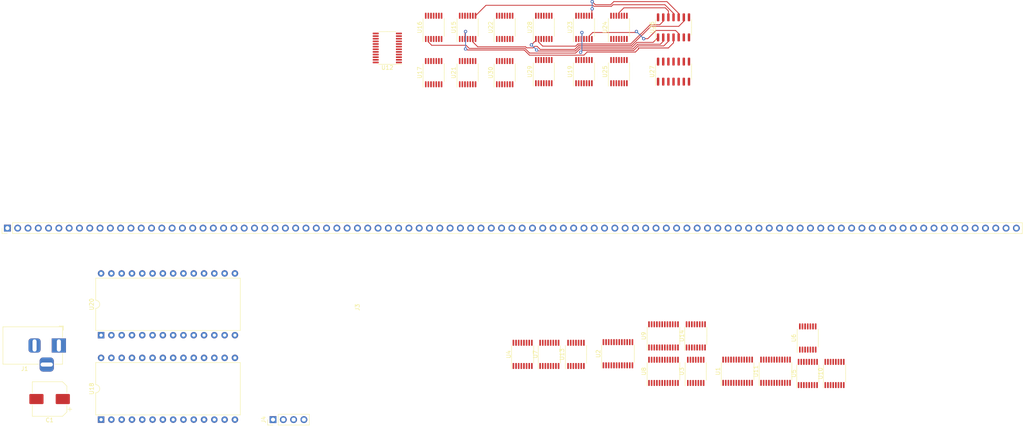
<source format=kicad_pcb>
(kicad_pcb (version 20171130) (host pcbnew "(5.1.10-1-10_14)")

  (general
    (thickness 1.6)
    (drawings 0)
    (tracks 119)
    (zones 0)
    (modules 34)
    (nets 268)
  )

  (page A4)
  (layers
    (0 F.Cu signal)
    (1 In1.Cu signal)
    (2 In2.Cu signal)
    (31 B.Cu signal)
    (32 B.Adhes user)
    (33 F.Adhes user)
    (34 B.Paste user)
    (35 F.Paste user)
    (36 B.SilkS user)
    (37 F.SilkS user)
    (38 B.Mask user)
    (39 F.Mask user)
    (40 Dwgs.User user)
    (41 Cmts.User user)
    (42 Eco1.User user)
    (43 Eco2.User user)
    (44 Edge.Cuts user)
    (45 Margin user)
    (46 B.CrtYd user)
    (47 F.CrtYd user)
    (48 B.Fab user hide)
    (49 F.Fab user hide)
  )

  (setup
    (last_trace_width 0.2)
    (user_trace_width 0.2)
    (trace_clearance 0.2)
    (zone_clearance 0.508)
    (zone_45_only no)
    (trace_min 0.2)
    (via_size 0.8)
    (via_drill 0.4)
    (via_min_size 0.4)
    (via_min_drill 0.3)
    (uvia_size 0.3)
    (uvia_drill 0.1)
    (uvias_allowed no)
    (uvia_min_size 0.2)
    (uvia_min_drill 0.1)
    (edge_width 0.05)
    (segment_width 0.2)
    (pcb_text_width 0.3)
    (pcb_text_size 1.5 1.5)
    (mod_edge_width 0.12)
    (mod_text_size 1 1)
    (mod_text_width 0.15)
    (pad_size 1.524 1.524)
    (pad_drill 0.762)
    (pad_to_mask_clearance 0)
    (aux_axis_origin 0 0)
    (grid_origin 118.11 60.452)
    (visible_elements FFFFFF7F)
    (pcbplotparams
      (layerselection 0x010fc_ffffffff)
      (usegerberextensions false)
      (usegerberattributes true)
      (usegerberadvancedattributes true)
      (creategerberjobfile true)
      (excludeedgelayer true)
      (linewidth 0.100000)
      (plotframeref false)
      (viasonmask false)
      (mode 1)
      (useauxorigin false)
      (hpglpennumber 1)
      (hpglpenspeed 20)
      (hpglpendiameter 15.000000)
      (psnegative false)
      (psa4output false)
      (plotreference true)
      (plotvalue true)
      (plotinvisibletext false)
      (padsonsilk false)
      (subtractmaskfromsilk false)
      (outputformat 1)
      (mirror false)
      (drillshape 1)
      (scaleselection 1)
      (outputdirectory ""))
  )

  (net 0 "")
  (net 1 VCC)
  (net 2 GND)
  (net 3 ~SET_INTERRUPT_FREQ)
  (net 4 ~TRANSMIT_UART)
  (net 5 ~WRITE_MEMORY)
  (net 6 ~LOAD_MAR)
  (net 7 ~LOAD_INSTRUCTION_REGISTER)
  (net 8 ~LOAD_STACK_POINTER)
  (net 9 ~LOAD_TX_MSB_REGISTER)
  (net 10 ~LOAD_TX_LSB_REGISTER)
  (net 11 ~LOAD_CONSTANT_REGISTER)
  (net 12 ~LOAD_F_REGISTER)
  (net 13 ~LOAD_E_REGISTER)
  (net 14 ~LOAD_D_REGISTER)
  (net 15 ~LOAD_C_REGISTER)
  (net 16 ~LOAD_B_REGISTER)
  (net 17 ~LOAD_A_REGISTER)
  (net 18 ~INTERRUPT_INHIBIT)
  (net 19 ~LOAD_SYNTH_2)
  (net 20 ~LOAD_SYNTH_1)
  (net 21 ~LOAD_OUTPUT_2)
  (net 22 ~LOAD_OUTPUT_1)
  (net 23 ~LOAD_DATA_SEGMENT)
  (net 24 ~LOAD_CODE_SEGMENT)
  (net 25 SHA_SEL_01)
  (net 26 SHA_SEL_00)
  (net 27 "Net-(U1-Pad1)")
  (net 28 ~SHIFT_A_RIGHT)
  (net 29 ~SHIFT_A_LEFT)
  (net 30 "Net-(U3-Pad5)")
  (net 31 "Net-(U3-Pad3)")
  (net 32 "Net-(U4-Pad12)")
  (net 33 "Net-(U4-Pad9)")
  (net 34 "Net-(U5-Pad12)")
  (net 35 "Net-(U5-Pad9)")
  (net 36 "Net-(U6-Pad13)")
  (net 37 "Net-(U6-Pad12)")
  (net 38 "Net-(U6-Pad11)")
  (net 39 "Net-(U6-Pad10)")
  (net 40 "Net-(U6-Pad9)")
  (net 41 "Net-(U6-Pad8)")
  (net 42 "Net-(U6-Pad4)")
  (net 43 "Net-(U6-Pad3)")
  (net 44 EEPROM_7)
  (net 45 EEPROM_6)
  (net 46 EEPROM_5)
  (net 47 EEPROM_4)
  (net 48 EEPROM_3)
  (net 49 EEPROM_2)
  (net 50 EEPROM_1)
  (net 51 EEPROM_0)
  (net 52 "Net-(U7-Pad9)")
  (net 53 ~X_DATA)
  (net 54 ~C_DATA)
  (net 55 ~SP_ADDRESS)
  (net 56 ~C_LSB_DATA)
  (net 57 ~PC_ADDRESS)
  (net 58 ~C_MSB_DATA)
  (net 59 ~IR_ADDRESS)
  (net 60 ~D_DATA)
  (net 61 ~ALU_DATA)
  (net 62 ~D_LSB_DATA)
  (net 63 ~UART_DATA)
  (net 64 ~D_MSB_DATA)
  (net 65 ~INPUT0_DATA)
  (net 66 ~E_DATA)
  (net 67 ~INPUT1_DATA)
  (net 68 ~E_LSB_DATA)
  (net 69 ~E_MSB_DATA)
  (net 70 ~READ_UNUSED_1)
  (net 71 ~F_DATA)
  (net 72 ~READ_UNUSED_2)
  (net 73 ~F_LSB_DATA)
  (net 74 ~READ_UNUSED_3)
  (net 75 ~F_MSB_DATA)
  (net 76 ~READ_UNUSED_4)
  (net 77 ~TX_LSB_DATA)
  (net 78 ~READ_UNUSED_5)
  (net 79 ~TX_MSB_DATA)
  (net 80 ~READ_UNUSED_6)
  (net 81 ~TX_ADDRESS)
  (net 82 EEPROM_15)
  (net 83 EEPROM_14)
  (net 84 EEPROM_13)
  (net 85 EEPROM_12)
  (net 86 EEPROM_11)
  (net 87 EEPROM_10)
  (net 88 EEPROM_9)
  (net 89 EEPROM_8)
  (net 90 ALU_MODE)
  (net 91 ALU_CARRY_IN)
  (net 92 ALU_FUNC_3)
  (net 93 ALU_FUNC_2)
  (net 94 ALU_FUNC_1)
  (net 95 ALU_FUNC_0)
  (net 96 INC_PC)
  (net 97 SP_DEC)
  (net 98 SP_INC)
  (net 99 ~HALT)
  (net 100 ~RESET)
  (net 101 ~CLEAR_INT_2)
  (net 102 ~CLEAR_INT_1)
  (net 103 ~CLEAR_INT_0)
  (net 104 ~ALU_FLAG_REG_IN)
  (net 105 ~READ_UNUSED_10)
  (net 106 ~READ_UNUSED_9)
  (net 107 ~READ_UNUSED_8)
  (net 108 ~READ_UNUSED_7)
  (net 109 ~MEM_DATA)
  (net 110 ~DC_ADDRESS)
  (net 111 ~DE_ADDRESS)
  (net 112 ~DF_ADDRESS)
  (net 113 ~EC_ADDRESS)
  (net 114 ~ED_ADDRESS)
  (net 115 ~EF_ADDRESS)
  (net 116 ~FC_ADDRESS)
  (net 117 ~FD_ADDRESS)
  (net 118 ~FE_ADDRESS)
  (net 119 ~A_REG_DATA)
  (net 120 ~CE_ADDRESS)
  (net 121 ~CF_ADDRESS)
  (net 122 ~CD_ADDRESS)
  (net 123 ~WRITE_MUX0_EN)
  (net 124 ~WRITE_MUX1_EN)
  (net 125 ~ALU_MODE_1_EN)
  (net 126 "Net-(U14-Pad1)")
  (net 127 ~READ_MUX0_EN)
  (net 128 "Net-(U8-Pad1)")
  (net 129 ~READ_MUX1_EN)
  (net 130 ~READ_MUX2_EN)
  (net 131 ~WRITE_MUX2_EN)
  (net 132 ~ALU_MODE_0_CARRY_IN_EN)
  (net 133 GROUP1_UNUSED_3)
  (net 134 GROUP1_UNUSED_2)
  (net 135 GROUP1_UNUSED_12)
  (net 136 GROUP1_UNUSED_1)
  (net 137 GROUP1_UNUSED_0)
  (net 138 GROUP1_UNUSED_10)
  (net 139 GROUP1_UNUSED_11)
  (net 140 GROUP1_UNUSED_8)
  (net 141 GROUP1_UNUSED_7)
  (net 142 GROUP1_UNUSED_6)
  (net 143 GROUP1_UNUSED_5)
  (net 144 GROUP1_UNUSED_4)
  (net 145 GROUP1_UNUSED_9)
  (net 146 ~LOAD_PROGRAM_COUNTER_COND)
  (net 147 CARRY_FLAG)
  (net 148 SIGN_FLAG)
  (net 149 OVERFLOW_FLAG)
  (net 150 ZERO_FLAG)
  (net 151 "Net-(U13-Pad2)")
  (net 152 ~JUMP_JG_JNLE)
  (net 153 ~JUMP_JLE_JNG)
  (net 154 ~JUMP_JGE_JNL)
  (net 155 ~JUMP_JL_JNG)
  (net 156 ~JUMP_JA_JNBE)
  (net 157 ~JUMP_JBE_JNA)
  (net 158 ~JUMP_JNB_JAE_JNC)
  (net 159 ~JUMP_JB_JNAE_JC)
  (net 160 ~JUMP_JNE_JNZ)
  (net 161 ~JUMP_JE_JZ)
  (net 162 ~JUMP_JNS)
  (net 163 ~JUMP_JS)
  (net 164 ~JUMP_JNO)
  (net 165 ~JUMP_JO)
  (net 166 ~JUMP)
  (net 167 "Net-(U15-Pad11)")
  (net 168 "Net-(U15-Pad8)")
  (net 169 "Net-(U15-Pad6)")
  (net 170 "Net-(U15-Pad3)")
  (net 171 "Net-(U16-Pad12)")
  (net 172 "Net-(U16-Pad10)")
  (net 173 "Net-(U16-Pad8)")
  (net 174 "Net-(U16-Pad6)")
  (net 175 "Net-(U16-Pad4)")
  (net 176 "Net-(U16-Pad2)")
  (net 177 "Net-(U17-Pad13)")
  (net 178 "Net-(U17-Pad12)")
  (net 179 "Net-(U17-Pad11)")
  (net 180 "Net-(U17-Pad10)")
  (net 181 "Net-(U17-Pad9)")
  (net 182 "Net-(U17-Pad8)")
  (net 183 "Net-(U17-Pad6)")
  (net 184 "Net-(U17-Pad3)")
  (net 185 "Net-(U18-Pad10)")
  (net 186 "Net-(U18-Pad8)")
  (net 187 "Net-(U18-Pad6)")
  (net 188 "Net-(U18-Pad4)")
  (net 189 "Net-(U18-Pad2)")
  (net 190 "Net-(U19-Pad13)")
  (net 191 "Net-(U19-Pad12)")
  (net 192 "Net-(U19-Pad11)")
  (net 193 "Net-(U19-Pad9)")
  (net 194 "Net-(U19-Pad8)")
  (net 195 "Net-(U19-Pad6)")
  (net 196 "Net-(U19-Pad4)")
  (net 197 "Net-(U19-Pad3)")
  (net 198 "Net-(U22-Pad13)")
  (net 199 "Net-(U22-Pad12)")
  (net 200 "Net-(U22-Pad11)")
  (net 201 "Net-(U22-Pad10)")
  (net 202 "Net-(U22-Pad9)")
  (net 203 "Net-(U22-Pad8)")
  (net 204 "Net-(U22-Pad6)")
  (net 205 "Net-(U22-Pad5)")
  (net 206 "Net-(U22-Pad4)")
  (net 207 "Net-(U23-Pad8)")
  (net 208 "Net-(U23-Pad6)")
  (net 209 "Net-(U23-Pad3)")
  (net 210 "Net-(U24-Pad11)")
  (net 211 "Net-(U21-Pad4)")
  (net 212 "Net-(U24-Pad8)")
  (net 213 "Net-(U24-Pad6)")
  (net 214 "Net-(U20-Pad3)")
  (net 215 "Net-(U24-Pad3)")
  (net 216 "Net-(U25-Pad12)")
  (net 217 "Net-(U25-Pad11)")
  (net 218 "Net-(U25-Pad10)")
  (net 219 "Net-(U25-Pad9)")
  (net 220 "Net-(U25-Pad8)")
  (net 221 "Net-(U25-Pad3)")
  (net 222 "Net-(U26-Pad13)")
  (net 223 "Net-(U26-Pad1)")
  (net 224 "Net-(U27-Pad13)")
  (net 225 "Net-(U27-Pad1)")
  (net 226 "Net-(U28-Pad13)")
  (net 227 "Net-(U28-Pad12)")
  (net 228 "Net-(U28-Pad11)")
  (net 229 "Net-(U28-Pad10)")
  (net 230 "Net-(U28-Pad9)")
  (net 231 "Net-(U28-Pad8)")
  (net 232 "Net-(U28-Pad3)")
  (net 233 "Net-(U7-Pad7)")
  (net 234 "Net-(U10-Pad12)")
  (net 235 "Net-(U10-Pad11)")
  (net 236 "Net-(U10-Pad10)")
  (net 237 "Net-(U10-Pad9)")
  (net 238 "Net-(U10-Pad7)")
  (net 239 "Net-(U19-Pad10)")
  (net 240 "Net-(U21-Pad12)")
  (net 241 "Net-(U21-Pad10)")
  (net 242 "Net-(U21-Pad8)")
  (net 243 "Net-(U21-Pad2)")
  (net 244 "Net-(U18-Pad26)")
  (net 245 "Net-(U18-Pad25)")
  (net 246 "Net-(U18-Pad24)")
  (net 247 "Net-(U18-Pad23)")
  (net 248 "Net-(U18-Pad9)")
  (net 249 "Net-(U18-Pad21)")
  (net 250 "Net-(U18-Pad7)")
  (net 251 "Net-(U18-Pad5)")
  (net 252 "Net-(U18-Pad3)")
  (net 253 "Net-(U18-Pad1)")
  (net 254 "Net-(U20-Pad26)")
  (net 255 "Net-(U20-Pad25)")
  (net 256 "Net-(U20-Pad24)")
  (net 257 "Net-(U20-Pad10)")
  (net 258 "Net-(U20-Pad23)")
  (net 259 "Net-(U20-Pad9)")
  (net 260 "Net-(U20-Pad8)")
  (net 261 "Net-(U20-Pad21)")
  (net 262 "Net-(U20-Pad7)")
  (net 263 "Net-(U20-Pad6)")
  (net 264 "Net-(U20-Pad5)")
  (net 265 "Net-(U20-Pad4)")
  (net 266 "Net-(U20-Pad2)")
  (net 267 "Net-(U20-Pad1)")

  (net_class Default "This is the default net class."
    (clearance 0.2)
    (trace_width 0.25)
    (via_dia 0.8)
    (via_drill 0.4)
    (uvia_dia 0.3)
    (uvia_drill 0.1)
    (add_net ALU_CARRY_IN)
    (add_net ALU_FUNC_0)
    (add_net ALU_FUNC_1)
    (add_net ALU_FUNC_2)
    (add_net ALU_FUNC_3)
    (add_net ALU_MODE)
    (add_net CARRY_FLAG)
    (add_net EEPROM_0)
    (add_net EEPROM_1)
    (add_net EEPROM_10)
    (add_net EEPROM_11)
    (add_net EEPROM_12)
    (add_net EEPROM_13)
    (add_net EEPROM_14)
    (add_net EEPROM_15)
    (add_net EEPROM_2)
    (add_net EEPROM_3)
    (add_net EEPROM_4)
    (add_net EEPROM_5)
    (add_net EEPROM_6)
    (add_net EEPROM_7)
    (add_net EEPROM_8)
    (add_net EEPROM_9)
    (add_net GND)
    (add_net GROUP1_UNUSED_0)
    (add_net GROUP1_UNUSED_1)
    (add_net GROUP1_UNUSED_10)
    (add_net GROUP1_UNUSED_11)
    (add_net GROUP1_UNUSED_12)
    (add_net GROUP1_UNUSED_2)
    (add_net GROUP1_UNUSED_3)
    (add_net GROUP1_UNUSED_4)
    (add_net GROUP1_UNUSED_5)
    (add_net GROUP1_UNUSED_6)
    (add_net GROUP1_UNUSED_7)
    (add_net GROUP1_UNUSED_8)
    (add_net GROUP1_UNUSED_9)
    (add_net INC_PC)
    (add_net "Net-(U1-Pad1)")
    (add_net "Net-(U10-Pad10)")
    (add_net "Net-(U10-Pad11)")
    (add_net "Net-(U10-Pad12)")
    (add_net "Net-(U10-Pad7)")
    (add_net "Net-(U10-Pad9)")
    (add_net "Net-(U13-Pad2)")
    (add_net "Net-(U14-Pad1)")
    (add_net "Net-(U15-Pad11)")
    (add_net "Net-(U15-Pad3)")
    (add_net "Net-(U15-Pad6)")
    (add_net "Net-(U15-Pad8)")
    (add_net "Net-(U16-Pad10)")
    (add_net "Net-(U16-Pad12)")
    (add_net "Net-(U16-Pad2)")
    (add_net "Net-(U16-Pad4)")
    (add_net "Net-(U16-Pad6)")
    (add_net "Net-(U16-Pad8)")
    (add_net "Net-(U17-Pad10)")
    (add_net "Net-(U17-Pad11)")
    (add_net "Net-(U17-Pad12)")
    (add_net "Net-(U17-Pad13)")
    (add_net "Net-(U17-Pad3)")
    (add_net "Net-(U17-Pad6)")
    (add_net "Net-(U17-Pad8)")
    (add_net "Net-(U17-Pad9)")
    (add_net "Net-(U18-Pad1)")
    (add_net "Net-(U18-Pad10)")
    (add_net "Net-(U18-Pad2)")
    (add_net "Net-(U18-Pad21)")
    (add_net "Net-(U18-Pad23)")
    (add_net "Net-(U18-Pad24)")
    (add_net "Net-(U18-Pad25)")
    (add_net "Net-(U18-Pad26)")
    (add_net "Net-(U18-Pad3)")
    (add_net "Net-(U18-Pad4)")
    (add_net "Net-(U18-Pad5)")
    (add_net "Net-(U18-Pad6)")
    (add_net "Net-(U18-Pad7)")
    (add_net "Net-(U18-Pad8)")
    (add_net "Net-(U18-Pad9)")
    (add_net "Net-(U19-Pad10)")
    (add_net "Net-(U19-Pad11)")
    (add_net "Net-(U19-Pad12)")
    (add_net "Net-(U19-Pad13)")
    (add_net "Net-(U19-Pad3)")
    (add_net "Net-(U19-Pad4)")
    (add_net "Net-(U19-Pad6)")
    (add_net "Net-(U19-Pad8)")
    (add_net "Net-(U19-Pad9)")
    (add_net "Net-(U20-Pad1)")
    (add_net "Net-(U20-Pad10)")
    (add_net "Net-(U20-Pad2)")
    (add_net "Net-(U20-Pad21)")
    (add_net "Net-(U20-Pad23)")
    (add_net "Net-(U20-Pad24)")
    (add_net "Net-(U20-Pad25)")
    (add_net "Net-(U20-Pad26)")
    (add_net "Net-(U20-Pad3)")
    (add_net "Net-(U20-Pad4)")
    (add_net "Net-(U20-Pad5)")
    (add_net "Net-(U20-Pad6)")
    (add_net "Net-(U20-Pad7)")
    (add_net "Net-(U20-Pad8)")
    (add_net "Net-(U20-Pad9)")
    (add_net "Net-(U21-Pad10)")
    (add_net "Net-(U21-Pad12)")
    (add_net "Net-(U21-Pad2)")
    (add_net "Net-(U21-Pad4)")
    (add_net "Net-(U21-Pad8)")
    (add_net "Net-(U22-Pad10)")
    (add_net "Net-(U22-Pad11)")
    (add_net "Net-(U22-Pad12)")
    (add_net "Net-(U22-Pad13)")
    (add_net "Net-(U22-Pad4)")
    (add_net "Net-(U22-Pad5)")
    (add_net "Net-(U22-Pad6)")
    (add_net "Net-(U22-Pad8)")
    (add_net "Net-(U22-Pad9)")
    (add_net "Net-(U23-Pad3)")
    (add_net "Net-(U23-Pad6)")
    (add_net "Net-(U23-Pad8)")
    (add_net "Net-(U24-Pad11)")
    (add_net "Net-(U24-Pad3)")
    (add_net "Net-(U24-Pad6)")
    (add_net "Net-(U24-Pad8)")
    (add_net "Net-(U25-Pad10)")
    (add_net "Net-(U25-Pad11)")
    (add_net "Net-(U25-Pad12)")
    (add_net "Net-(U25-Pad3)")
    (add_net "Net-(U25-Pad8)")
    (add_net "Net-(U25-Pad9)")
    (add_net "Net-(U26-Pad1)")
    (add_net "Net-(U26-Pad13)")
    (add_net "Net-(U27-Pad1)")
    (add_net "Net-(U27-Pad13)")
    (add_net "Net-(U28-Pad10)")
    (add_net "Net-(U28-Pad11)")
    (add_net "Net-(U28-Pad12)")
    (add_net "Net-(U28-Pad13)")
    (add_net "Net-(U28-Pad3)")
    (add_net "Net-(U28-Pad8)")
    (add_net "Net-(U28-Pad9)")
    (add_net "Net-(U3-Pad3)")
    (add_net "Net-(U3-Pad5)")
    (add_net "Net-(U4-Pad12)")
    (add_net "Net-(U4-Pad9)")
    (add_net "Net-(U5-Pad12)")
    (add_net "Net-(U5-Pad9)")
    (add_net "Net-(U6-Pad10)")
    (add_net "Net-(U6-Pad11)")
    (add_net "Net-(U6-Pad12)")
    (add_net "Net-(U6-Pad13)")
    (add_net "Net-(U6-Pad3)")
    (add_net "Net-(U6-Pad4)")
    (add_net "Net-(U6-Pad8)")
    (add_net "Net-(U6-Pad9)")
    (add_net "Net-(U7-Pad7)")
    (add_net "Net-(U7-Pad9)")
    (add_net "Net-(U8-Pad1)")
    (add_net OVERFLOW_FLAG)
    (add_net SHA_SEL_00)
    (add_net SHA_SEL_01)
    (add_net SIGN_FLAG)
    (add_net SP_DEC)
    (add_net SP_INC)
    (add_net VCC)
    (add_net ZERO_FLAG)
    (add_net ~ALU_DATA)
    (add_net ~ALU_FLAG_REG_IN)
    (add_net ~ALU_MODE_0_CARRY_IN_EN)
    (add_net ~ALU_MODE_1_EN)
    (add_net ~A_REG_DATA)
    (add_net ~CD_ADDRESS)
    (add_net ~CE_ADDRESS)
    (add_net ~CF_ADDRESS)
    (add_net ~CLEAR_INT_0)
    (add_net ~CLEAR_INT_1)
    (add_net ~CLEAR_INT_2)
    (add_net ~C_DATA)
    (add_net ~C_LSB_DATA)
    (add_net ~C_MSB_DATA)
    (add_net ~DC_ADDRESS)
    (add_net ~DE_ADDRESS)
    (add_net ~DF_ADDRESS)
    (add_net ~D_DATA)
    (add_net ~D_LSB_DATA)
    (add_net ~D_MSB_DATA)
    (add_net ~EC_ADDRESS)
    (add_net ~ED_ADDRESS)
    (add_net ~EF_ADDRESS)
    (add_net ~E_DATA)
    (add_net ~E_LSB_DATA)
    (add_net ~E_MSB_DATA)
    (add_net ~FC_ADDRESS)
    (add_net ~FD_ADDRESS)
    (add_net ~FE_ADDRESS)
    (add_net ~F_DATA)
    (add_net ~F_LSB_DATA)
    (add_net ~F_MSB_DATA)
    (add_net ~HALT)
    (add_net ~INPUT0_DATA)
    (add_net ~INPUT1_DATA)
    (add_net ~INTERRUPT_INHIBIT)
    (add_net ~IR_ADDRESS)
    (add_net ~JUMP)
    (add_net ~JUMP_JA_JNBE)
    (add_net ~JUMP_JBE_JNA)
    (add_net ~JUMP_JB_JNAE_JC)
    (add_net ~JUMP_JE_JZ)
    (add_net ~JUMP_JGE_JNL)
    (add_net ~JUMP_JG_JNLE)
    (add_net ~JUMP_JLE_JNG)
    (add_net ~JUMP_JL_JNG)
    (add_net ~JUMP_JNB_JAE_JNC)
    (add_net ~JUMP_JNE_JNZ)
    (add_net ~JUMP_JNO)
    (add_net ~JUMP_JNS)
    (add_net ~JUMP_JO)
    (add_net ~JUMP_JS)
    (add_net ~LOAD_A_REGISTER)
    (add_net ~LOAD_B_REGISTER)
    (add_net ~LOAD_CODE_SEGMENT)
    (add_net ~LOAD_CONSTANT_REGISTER)
    (add_net ~LOAD_C_REGISTER)
    (add_net ~LOAD_DATA_SEGMENT)
    (add_net ~LOAD_D_REGISTER)
    (add_net ~LOAD_E_REGISTER)
    (add_net ~LOAD_F_REGISTER)
    (add_net ~LOAD_INSTRUCTION_REGISTER)
    (add_net ~LOAD_MAR)
    (add_net ~LOAD_OUTPUT_1)
    (add_net ~LOAD_OUTPUT_2)
    (add_net ~LOAD_PROGRAM_COUNTER_COND)
    (add_net ~LOAD_STACK_POINTER)
    (add_net ~LOAD_SYNTH_1)
    (add_net ~LOAD_SYNTH_2)
    (add_net ~LOAD_TX_LSB_REGISTER)
    (add_net ~LOAD_TX_MSB_REGISTER)
    (add_net ~MEM_DATA)
    (add_net ~PC_ADDRESS)
    (add_net ~READ_MUX0_EN)
    (add_net ~READ_MUX1_EN)
    (add_net ~READ_MUX2_EN)
    (add_net ~READ_UNUSED_1)
    (add_net ~READ_UNUSED_10)
    (add_net ~READ_UNUSED_2)
    (add_net ~READ_UNUSED_3)
    (add_net ~READ_UNUSED_4)
    (add_net ~READ_UNUSED_5)
    (add_net ~READ_UNUSED_6)
    (add_net ~READ_UNUSED_7)
    (add_net ~READ_UNUSED_8)
    (add_net ~READ_UNUSED_9)
    (add_net ~RESET)
    (add_net ~SET_INTERRUPT_FREQ)
    (add_net ~SHIFT_A_LEFT)
    (add_net ~SHIFT_A_RIGHT)
    (add_net ~SP_ADDRESS)
    (add_net ~TRANSMIT_UART)
    (add_net ~TX_ADDRESS)
    (add_net ~TX_LSB_DATA)
    (add_net ~TX_MSB_DATA)
    (add_net ~UART_DATA)
    (add_net ~WRITE_MEMORY)
    (add_net ~WRITE_MUX0_EN)
    (add_net ~WRITE_MUX1_EN)
    (add_net ~WRITE_MUX2_EN)
    (add_net ~X_DATA)
  )

  (module 8-bit-computer:1x99_pinheader (layer F.Cu) (tedit 619661DB) (tstamp 61987184)
    (at 37.36 12.436 90)
    (path /6269616B)
    (fp_text reference J3 (at -19.56 5.82 90) (layer F.SilkS)
      (effects (font (size 1 1) (thickness 0.15)))
    )
    (fp_text value Conn_01x99 (at -19.56 4.82 90) (layer F.Fab)
      (effects (font (size 1 1) (thickness 0.15)))
    )
    (fp_text user %R (at -0.01 -31.01) (layer F.Fab)
      (effects (font (size 1 1) (thickness 0.15)))
    )
    (fp_text user REF** (at -0.01 -82.87 90) (layer F.SilkS) hide
      (effects (font (size 1 1) (thickness 0.15)))
    )
    (fp_line (start -1.34 169.71) (end -1.34 169.86) (layer F.SilkS) (width 0.12))
    (fp_line (start -1.81 170.26) (end 1.79 170.26) (layer F.CrtYd) (width 0.05))
    (fp_line (start -1.34 169.86) (end 1.32 169.86) (layer F.SilkS) (width 0.12))
    (fp_line (start 1.24 169.83) (end -1.3 169.83) (layer F.Fab) (width 0.1))
    (fp_line (start 1.32 169.7) (end 1.32 169.86) (layer F.SilkS) (width 0.12))
    (fp_line (start 1.79 170.26) (end 1.79 -82.34) (layer F.CrtYd) (width 0.05))
    (fp_line (start 1.79 -82.34) (end -1.81 -82.34) (layer F.CrtYd) (width 0.05))
    (fp_line (start -1.34 -81.87) (end -0.01 -81.87) (layer F.SilkS) (width 0.12))
    (fp_line (start -1.34 -80.54) (end -1.34 -81.87) (layer F.SilkS) (width 0.12))
    (fp_line (start -1.34 -79.27) (end 1.32 -79.27) (layer F.SilkS) (width 0.12))
    (fp_line (start 1.32 -79.27) (end 1.32 169.7) (layer F.SilkS) (width 0.12))
    (fp_line (start -1.34 -79.27) (end -1.34 169.71) (layer F.SilkS) (width 0.12))
    (fp_line (start -1.81 -82.34) (end -1.81 170.26) (layer F.CrtYd) (width 0.05))
    (fp_line (start -1.28 -81.175) (end -0.645 -81.81) (layer F.Fab) (width 0.1))
    (fp_line (start -1.28 169.83) (end -1.28 -81.175) (layer F.Fab) (width 0.1))
    (fp_line (start 1.26 -81.81) (end 1.26 169.83) (layer F.Fab) (width 0.1))
    (fp_line (start -0.645 -81.81) (end 1.26 -81.81) (layer F.Fab) (width 0.1))
    (pad 99 thru_hole oval (at -0.01 168.38 90) (size 1.7 1.7) (drill 1) (layers *.Cu *.Mask)
      (net 90 ALU_MODE))
    (pad 98 thru_hole oval (at -0.01 165.84 90) (size 1.7 1.7) (drill 1) (layers *.Cu *.Mask)
      (net 91 ALU_CARRY_IN))
    (pad 97 thru_hole oval (at -0.01 163.3 90) (size 1.7 1.7) (drill 1) (layers *.Cu *.Mask)
      (net 92 ALU_FUNC_3))
    (pad 96 thru_hole oval (at -0.01 160.76 90) (size 1.7 1.7) (drill 1) (layers *.Cu *.Mask)
      (net 93 ALU_FUNC_2))
    (pad 95 thru_hole oval (at -0.01 158.22 90) (size 1.7 1.7) (drill 1) (layers *.Cu *.Mask)
      (net 94 ALU_FUNC_1))
    (pad 94 thru_hole oval (at -0.01 155.68 90) (size 1.7 1.7) (drill 1) (layers *.Cu *.Mask)
      (net 95 ALU_FUNC_0))
    (pad 93 thru_hole oval (at -0.01 153.14 90) (size 1.7 1.7) (drill 1) (layers *.Cu *.Mask)
      (net 96 INC_PC))
    (pad 92 thru_hole oval (at -0.01 150.6 90) (size 1.7 1.7) (drill 1) (layers *.Cu *.Mask)
      (net 97 SP_DEC))
    (pad 91 thru_hole oval (at -0.01 148.06 90) (size 1.7 1.7) (drill 1) (layers *.Cu *.Mask)
      (net 98 SP_INC))
    (pad 90 thru_hole oval (at -0.01 145.52 90) (size 1.7 1.7) (drill 1) (layers *.Cu *.Mask)
      (net 26 SHA_SEL_00))
    (pad 89 thru_hole oval (at -0.01 142.98 90) (size 1.7 1.7) (drill 1) (layers *.Cu *.Mask)
      (net 25 SHA_SEL_01))
    (pad 88 thru_hole oval (at -0.01 140.44 90) (size 1.7 1.7) (drill 1) (layers *.Cu *.Mask)
      (net 99 ~HALT))
    (pad 87 thru_hole oval (at -0.01 137.9 90) (size 1.7 1.7) (drill 1) (layers *.Cu *.Mask)
      (net 100 ~RESET))
    (pad 86 thru_hole oval (at -0.01 135.36 90) (size 1.7 1.7) (drill 1) (layers *.Cu *.Mask)
      (net 18 ~INTERRUPT_INHIBIT))
    (pad 85 thru_hole oval (at -0.01 132.82 90) (size 1.7 1.7) (drill 1) (layers *.Cu *.Mask)
      (net 101 ~CLEAR_INT_2))
    (pad 84 thru_hole oval (at -0.01 130.28 90) (size 1.7 1.7) (drill 1) (layers *.Cu *.Mask)
      (net 102 ~CLEAR_INT_1))
    (pad 83 thru_hole oval (at -0.01 127.74 90) (size 1.7 1.7) (drill 1) (layers *.Cu *.Mask)
      (net 103 ~CLEAR_INT_0))
    (pad 82 thru_hole oval (at -0.01 125.2 90) (size 1.7 1.7) (drill 1) (layers *.Cu *.Mask)
      (net 104 ~ALU_FLAG_REG_IN))
    (pad 81 thru_hole oval (at -0.01 122.66 90) (size 1.7 1.7) (drill 1) (layers *.Cu *.Mask)
      (net 19 ~LOAD_SYNTH_2))
    (pad 80 thru_hole oval (at -0.01 120.12 90) (size 1.7 1.7) (drill 1) (layers *.Cu *.Mask)
      (net 20 ~LOAD_SYNTH_1))
    (pad 79 thru_hole oval (at -0.01 117.58 90) (size 1.7 1.7) (drill 1) (layers *.Cu *.Mask)
      (net 21 ~LOAD_OUTPUT_2))
    (pad 78 thru_hole oval (at -0.01 115.04 90) (size 1.7 1.7) (drill 1) (layers *.Cu *.Mask)
      (net 22 ~LOAD_OUTPUT_1))
    (pad 77 thru_hole oval (at -0.01 112.5 90) (size 1.7 1.7) (drill 1) (layers *.Cu *.Mask)
      (net 23 ~LOAD_DATA_SEGMENT))
    (pad 76 thru_hole oval (at -0.01 109.96 90) (size 1.7 1.7) (drill 1) (layers *.Cu *.Mask)
      (net 24 ~LOAD_CODE_SEGMENT))
    (pad 75 thru_hole oval (at -0.01 107.42 90) (size 1.7 1.7) (drill 1) (layers *.Cu *.Mask)
      (net 3 ~SET_INTERRUPT_FREQ))
    (pad 74 thru_hole oval (at -0.01 104.88 90) (size 1.7 1.7) (drill 1) (layers *.Cu *.Mask)
      (net 4 ~TRANSMIT_UART))
    (pad 73 thru_hole oval (at -0.01 102.34 90) (size 1.7 1.7) (drill 1) (layers *.Cu *.Mask)
      (net 5 ~WRITE_MEMORY))
    (pad 72 thru_hole oval (at -0.01 99.8 90) (size 1.7 1.7) (drill 1) (layers *.Cu *.Mask)
      (net 6 ~LOAD_MAR))
    (pad 71 thru_hole oval (at -0.01 97.26 90) (size 1.7 1.7) (drill 1) (layers *.Cu *.Mask)
      (net 7 ~LOAD_INSTRUCTION_REGISTER))
    (pad 70 thru_hole oval (at -0.01 94.72 90) (size 1.7 1.7) (drill 1) (layers *.Cu *.Mask)
      (net 146 ~LOAD_PROGRAM_COUNTER_COND))
    (pad 69 thru_hole oval (at -0.01 92.18 90) (size 1.7 1.7) (drill 1) (layers *.Cu *.Mask)
      (net 8 ~LOAD_STACK_POINTER))
    (pad 68 thru_hole oval (at -0.01 89.64 90) (size 1.7 1.7) (drill 1) (layers *.Cu *.Mask)
      (net 9 ~LOAD_TX_MSB_REGISTER))
    (pad 67 thru_hole oval (at -0.01 87.1 90) (size 1.7 1.7) (drill 1) (layers *.Cu *.Mask)
      (net 10 ~LOAD_TX_LSB_REGISTER))
    (pad 66 thru_hole oval (at -0.01 84.56 90) (size 1.7 1.7) (drill 1) (layers *.Cu *.Mask)
      (net 11 ~LOAD_CONSTANT_REGISTER))
    (pad 65 thru_hole oval (at -0.01 82.02 90) (size 1.7 1.7) (drill 1) (layers *.Cu *.Mask)
      (net 12 ~LOAD_F_REGISTER))
    (pad 64 thru_hole oval (at -0.01 79.48 90) (size 1.7 1.7) (drill 1) (layers *.Cu *.Mask)
      (net 13 ~LOAD_E_REGISTER))
    (pad 63 thru_hole oval (at -0.01 76.94 90) (size 1.7 1.7) (drill 1) (layers *.Cu *.Mask)
      (net 14 ~LOAD_D_REGISTER))
    (pad 62 thru_hole oval (at -0.01 74.4 90) (size 1.7 1.7) (drill 1) (layers *.Cu *.Mask)
      (net 15 ~LOAD_C_REGISTER))
    (pad 61 thru_hole oval (at -0.01 71.86 90) (size 1.7 1.7) (drill 1) (layers *.Cu *.Mask)
      (net 16 ~LOAD_B_REGISTER))
    (pad 60 thru_hole oval (at -0.01 69.32 90) (size 1.7 1.7) (drill 1) (layers *.Cu *.Mask)
      (net 105 ~READ_UNUSED_10))
    (pad 59 thru_hole oval (at -0.01 66.78 90) (size 1.7 1.7) (drill 1) (layers *.Cu *.Mask)
      (net 106 ~READ_UNUSED_9))
    (pad 58 thru_hole oval (at -0.01 64.24 90) (size 1.7 1.7) (drill 1) (layers *.Cu *.Mask)
      (net 107 ~READ_UNUSED_8))
    (pad 57 thru_hole oval (at -0.01 61.7 90) (size 1.7 1.7) (drill 1) (layers *.Cu *.Mask)
      (net 108 ~READ_UNUSED_7))
    (pad 56 thru_hole oval (at -0.01 59.16 90) (size 1.7 1.7) (drill 1) (layers *.Cu *.Mask)
      (net 80 ~READ_UNUSED_6))
    (pad 55 thru_hole oval (at -0.01 56.62 90) (size 1.7 1.7) (drill 1) (layers *.Cu *.Mask)
      (net 78 ~READ_UNUSED_5))
    (pad 54 thru_hole oval (at -0.01 54.08 90) (size 1.7 1.7) (drill 1) (layers *.Cu *.Mask)
      (net 76 ~READ_UNUSED_4))
    (pad 53 thru_hole oval (at -0.01 51.54 90) (size 1.7 1.7) (drill 1) (layers *.Cu *.Mask)
      (net 74 ~READ_UNUSED_3))
    (pad 52 thru_hole oval (at -0.01 49 90) (size 1.7 1.7) (drill 1) (layers *.Cu *.Mask)
      (net 72 ~READ_UNUSED_2))
    (pad 51 thru_hole oval (at -0.01 46.46 90) (size 1.7 1.7) (drill 1) (layers *.Cu *.Mask)
      (net 70 ~READ_UNUSED_1))
    (pad 50 thru_hole oval (at -0.01 43.92 90) (size 1.7 1.7) (drill 1) (layers *.Cu *.Mask)
      (net 119 ~A_REG_DATA))
    (pad 49 thru_hole oval (at -0.01 41.38 90) (size 1.7 1.7) (drill 1) (layers *.Cu *.Mask)
      (net 118 ~FE_ADDRESS))
    (pad 48 thru_hole oval (at -0.01 38.84 90) (size 1.7 1.7) (drill 1) (layers *.Cu *.Mask)
      (net 117 ~FD_ADDRESS))
    (pad 47 thru_hole oval (at -0.01 36.3 90) (size 1.7 1.7) (drill 1) (layers *.Cu *.Mask)
      (net 116 ~FC_ADDRESS))
    (pad 46 thru_hole oval (at -0.01 33.76 90) (size 1.7 1.7) (drill 1) (layers *.Cu *.Mask)
      (net 115 ~EF_ADDRESS))
    (pad 45 thru_hole oval (at -0.01 31.22 90) (size 1.7 1.7) (drill 1) (layers *.Cu *.Mask)
      (net 114 ~ED_ADDRESS))
    (pad 44 thru_hole oval (at -0.01 28.68 90) (size 1.7 1.7) (drill 1) (layers *.Cu *.Mask)
      (net 113 ~EC_ADDRESS))
    (pad 43 thru_hole oval (at -0.01 26.14 90) (size 1.7 1.7) (drill 1) (layers *.Cu *.Mask)
      (net 112 ~DF_ADDRESS))
    (pad 42 thru_hole oval (at -0.01 23.6 90) (size 1.7 1.7) (drill 1) (layers *.Cu *.Mask)
      (net 111 ~DE_ADDRESS))
    (pad 41 thru_hole oval (at -0.01 21.06 90) (size 1.7 1.7) (drill 1) (layers *.Cu *.Mask)
      (net 110 ~DC_ADDRESS))
    (pad 10 thru_hole oval (at -0.01 -57.68 90) (size 1.7 1.7) (drill 1) (layers *.Cu *.Mask)
      (net 133 GROUP1_UNUSED_3))
    (pad 11 thru_hole oval (at -0.01 -55.14 90) (size 1.7 1.7) (drill 1) (layers *.Cu *.Mask)
      (net 134 GROUP1_UNUSED_2))
    (pad 1 thru_hole rect (at -0.01 -80.54 90) (size 1.7 1.7) (drill 1) (layers *.Cu *.Mask)
      (net 135 GROUP1_UNUSED_12))
    (pad 12 thru_hole oval (at -0.01 -52.6 90) (size 1.7 1.7) (drill 1) (layers *.Cu *.Mask)
      (net 136 GROUP1_UNUSED_1))
    (pad 13 thru_hole oval (at -0.01 -50.06 90) (size 1.7 1.7) (drill 1) (layers *.Cu *.Mask)
      (net 137 GROUP1_UNUSED_0))
    (pad 14 thru_hole oval (at -0.01 -47.52 90) (size 1.7 1.7) (drill 1) (layers *.Cu *.Mask)
      (net 54 ~C_DATA))
    (pad 3 thru_hole oval (at -0.01 -75.46 90) (size 1.7 1.7) (drill 1) (layers *.Cu *.Mask)
      (net 138 GROUP1_UNUSED_10))
    (pad 20 thru_hole oval (at -0.01 -32.28 90) (size 1.7 1.7) (drill 1) (layers *.Cu *.Mask)
      (net 66 ~E_DATA))
    (pad 21 thru_hole oval (at -0.01 -29.74 90) (size 1.7 1.7) (drill 1) (layers *.Cu *.Mask)
      (net 68 ~E_LSB_DATA))
    (pad 15 thru_hole oval (at -0.01 -44.98 90) (size 1.7 1.7) (drill 1) (layers *.Cu *.Mask)
      (net 56 ~C_LSB_DATA))
    (pad 16 thru_hole oval (at -0.01 -42.44 90) (size 1.7 1.7) (drill 1) (layers *.Cu *.Mask)
      (net 58 ~C_MSB_DATA))
    (pad 17 thru_hole oval (at -0.01 -39.9 90) (size 1.7 1.7) (drill 1) (layers *.Cu *.Mask)
      (net 60 ~D_DATA))
    (pad 18 thru_hole oval (at -0.01 -37.36 90) (size 1.7 1.7) (drill 1) (layers *.Cu *.Mask)
      (net 62 ~D_LSB_DATA))
    (pad 19 thru_hole oval (at -0.01 -34.82 90) (size 1.7 1.7) (drill 1) (layers *.Cu *.Mask)
      (net 64 ~D_MSB_DATA))
    (pad 2 thru_hole oval (at -0.01 -78 90) (size 1.7 1.7) (drill 1) (layers *.Cu *.Mask)
      (net 139 GROUP1_UNUSED_11))
    (pad 28 thru_hole oval (at -0.01 -11.96 90) (size 1.7 1.7) (drill 1) (layers *.Cu *.Mask)
      (net 81 ~TX_ADDRESS))
    (pad 29 thru_hole oval (at -0.01 -9.42 90) (size 1.7 1.7) (drill 1) (layers *.Cu *.Mask)
      (net 53 ~X_DATA))
    (pad 30 thru_hole oval (at -0.01 -6.88 90) (size 1.7 1.7) (drill 1) (layers *.Cu *.Mask)
      (net 109 ~MEM_DATA))
    (pad 31 thru_hole oval (at -0.01 -4.34 90) (size 1.7 1.7) (drill 1) (layers *.Cu *.Mask)
      (net 55 ~SP_ADDRESS))
    (pad 32 thru_hole oval (at -0.01 -1.8 90) (size 1.7 1.7) (drill 1) (layers *.Cu *.Mask)
      (net 57 ~PC_ADDRESS))
    (pad 33 thru_hole oval (at -0.01 0.74 90) (size 1.7 1.7) (drill 1) (layers *.Cu *.Mask)
      (net 59 ~IR_ADDRESS))
    (pad 34 thru_hole oval (at -0.01 3.28 90) (size 1.7 1.7) (drill 1) (layers *.Cu *.Mask)
      (net 61 ~ALU_DATA))
    (pad 35 thru_hole oval (at -0.01 5.82 90) (size 1.7 1.7) (drill 1) (layers *.Cu *.Mask)
      (net 63 ~UART_DATA))
    (pad 36 thru_hole oval (at -0.01 8.36 90) (size 1.7 1.7) (drill 1) (layers *.Cu *.Mask)
      (net 65 ~INPUT0_DATA))
    (pad 37 thru_hole oval (at -0.01 10.9 90) (size 1.7 1.7) (drill 1) (layers *.Cu *.Mask)
      (net 67 ~INPUT1_DATA))
    (pad 38 thru_hole oval (at -0.01 13.44 90) (size 1.7 1.7) (drill 1) (layers *.Cu *.Mask)
      (net 122 ~CD_ADDRESS))
    (pad 26 thru_hole oval (at -0.01 -17.04 90) (size 1.7 1.7) (drill 1) (layers *.Cu *.Mask)
      (net 77 ~TX_LSB_DATA))
    (pad 27 thru_hole oval (at -0.01 -14.5 90) (size 1.7 1.7) (drill 1) (layers *.Cu *.Mask)
      (net 79 ~TX_MSB_DATA))
    (pad 5 thru_hole oval (at -0.01 -70.38 90) (size 1.7 1.7) (drill 1) (layers *.Cu *.Mask)
      (net 140 GROUP1_UNUSED_8))
    (pad 6 thru_hole oval (at -0.01 -67.84 90) (size 1.7 1.7) (drill 1) (layers *.Cu *.Mask)
      (net 141 GROUP1_UNUSED_7))
    (pad 22 thru_hole oval (at -0.01 -27.2 90) (size 1.7 1.7) (drill 1) (layers *.Cu *.Mask)
      (net 69 ~E_MSB_DATA))
    (pad 23 thru_hole oval (at -0.01 -24.66 90) (size 1.7 1.7) (drill 1) (layers *.Cu *.Mask)
      (net 71 ~F_DATA))
    (pad 24 thru_hole oval (at -0.01 -22.12 90) (size 1.7 1.7) (drill 1) (layers *.Cu *.Mask)
      (net 73 ~F_LSB_DATA))
    (pad 25 thru_hole oval (at -0.01 -19.58 90) (size 1.7 1.7) (drill 1) (layers *.Cu *.Mask)
      (net 75 ~F_MSB_DATA))
    (pad 39 thru_hole oval (at -0.01 15.98 90) (size 1.7 1.7) (drill 1) (layers *.Cu *.Mask)
      (net 120 ~CE_ADDRESS))
    (pad 40 thru_hole oval (at -0.01 18.52 90) (size 1.7 1.7) (drill 1) (layers *.Cu *.Mask)
      (net 121 ~CF_ADDRESS))
    (pad 7 thru_hole oval (at -0.01 -65.3 90) (size 1.7 1.7) (drill 1) (layers *.Cu *.Mask)
      (net 142 GROUP1_UNUSED_6))
    (pad 8 thru_hole oval (at -0.01 -62.76 90) (size 1.7 1.7) (drill 1) (layers *.Cu *.Mask)
      (net 143 GROUP1_UNUSED_5))
    (pad 9 thru_hole oval (at -0.01 -60.22 90) (size 1.7 1.7) (drill 1) (layers *.Cu *.Mask)
      (net 144 GROUP1_UNUSED_4))
    (pad 4 thru_hole oval (at -0.01 -72.92 90) (size 1.7 1.7) (drill 1) (layers *.Cu *.Mask)
      (net 145 GROUP1_UNUSED_9))
  )

  (module Connector_BarrelJack:BarrelJack_Horizontal (layer F.Cu) (tedit 5A1DBF6A) (tstamp 6197D472)
    (at -30.48 41.402)
    (descr "DC Barrel Jack")
    (tags "Power Jack")
    (path /63360C7F)
    (fp_text reference J1 (at -8.45 5.75) (layer F.SilkS)
      (effects (font (size 1 1) (thickness 0.15)))
    )
    (fp_text value Barrel_Jack (at -6.2 -5.5) (layer F.Fab)
      (effects (font (size 1 1) (thickness 0.15)))
    )
    (fp_text user %R (at -3 -2.95) (layer F.Fab)
      (effects (font (size 1 1) (thickness 0.15)))
    )
    (fp_line (start -0.003213 -4.505425) (end 0.8 -3.75) (layer F.Fab) (width 0.1))
    (fp_line (start 1.1 -3.75) (end 1.1 -4.8) (layer F.SilkS) (width 0.12))
    (fp_line (start 0.05 -4.8) (end 1.1 -4.8) (layer F.SilkS) (width 0.12))
    (fp_line (start 1 -4.5) (end 1 -4.75) (layer F.CrtYd) (width 0.05))
    (fp_line (start 1 -4.75) (end -14 -4.75) (layer F.CrtYd) (width 0.05))
    (fp_line (start 1 -4.5) (end 1 -2) (layer F.CrtYd) (width 0.05))
    (fp_line (start 1 -2) (end 2 -2) (layer F.CrtYd) (width 0.05))
    (fp_line (start 2 -2) (end 2 2) (layer F.CrtYd) (width 0.05))
    (fp_line (start 2 2) (end 1 2) (layer F.CrtYd) (width 0.05))
    (fp_line (start 1 2) (end 1 4.75) (layer F.CrtYd) (width 0.05))
    (fp_line (start 1 4.75) (end -1 4.75) (layer F.CrtYd) (width 0.05))
    (fp_line (start -1 4.75) (end -1 6.75) (layer F.CrtYd) (width 0.05))
    (fp_line (start -1 6.75) (end -5 6.75) (layer F.CrtYd) (width 0.05))
    (fp_line (start -5 6.75) (end -5 4.75) (layer F.CrtYd) (width 0.05))
    (fp_line (start -5 4.75) (end -14 4.75) (layer F.CrtYd) (width 0.05))
    (fp_line (start -14 4.75) (end -14 -4.75) (layer F.CrtYd) (width 0.05))
    (fp_line (start -5 4.6) (end -13.8 4.6) (layer F.SilkS) (width 0.12))
    (fp_line (start -13.8 4.6) (end -13.8 -4.6) (layer F.SilkS) (width 0.12))
    (fp_line (start 0.9 1.9) (end 0.9 4.6) (layer F.SilkS) (width 0.12))
    (fp_line (start 0.9 4.6) (end -1 4.6) (layer F.SilkS) (width 0.12))
    (fp_line (start -13.8 -4.6) (end 0.9 -4.6) (layer F.SilkS) (width 0.12))
    (fp_line (start 0.9 -4.6) (end 0.9 -2) (layer F.SilkS) (width 0.12))
    (fp_line (start -10.2 -4.5) (end -10.2 4.5) (layer F.Fab) (width 0.1))
    (fp_line (start -13.7 -4.5) (end -13.7 4.5) (layer F.Fab) (width 0.1))
    (fp_line (start -13.7 4.5) (end 0.8 4.5) (layer F.Fab) (width 0.1))
    (fp_line (start 0.8 4.5) (end 0.8 -3.75) (layer F.Fab) (width 0.1))
    (fp_line (start 0 -4.5) (end -13.7 -4.5) (layer F.Fab) (width 0.1))
    (pad 3 thru_hole roundrect (at -3 4.7) (size 3.5 3.5) (drill oval 3 1) (layers *.Cu *.Mask) (roundrect_rratio 0.25))
    (pad 2 thru_hole roundrect (at -6 0) (size 3 3.5) (drill oval 1 3) (layers *.Cu *.Mask) (roundrect_rratio 0.25)
      (net 2 GND))
    (pad 1 thru_hole rect (at 0 0) (size 3.5 3.5) (drill oval 1 3) (layers *.Cu *.Mask)
      (net 1 VCC))
    (model ${KISYS3DMOD}/Connector_BarrelJack.3dshapes/BarrelJack_Horizontal.wrl
      (at (xyz 0 0 0))
      (scale (xyz 1 1 1))
      (rotate (xyz 0 0 0))
    )
  )

  (module Capacitor_SMD:CP_Elec_8x10 (layer F.Cu) (tedit 5BCA39D0) (tstamp 6197D44F)
    (at -32.766 54.61 180)
    (descr "SMD capacitor, aluminum electrolytic, Nichicon, 8.0x10mm")
    (tags "capacitor electrolytic")
    (path /6337AF6D)
    (attr smd)
    (fp_text reference C1 (at 0 -5.2) (layer F.SilkS)
      (effects (font (size 1 1) (thickness 0.15)))
    )
    (fp_text value CP (at 0 5.2) (layer F.Fab)
      (effects (font (size 1 1) (thickness 0.15)))
    )
    (fp_text user %R (at 0 0) (layer F.Fab)
      (effects (font (size 1 1) (thickness 0.15)))
    )
    (fp_circle (center 0 0) (end 4 0) (layer F.Fab) (width 0.1))
    (fp_line (start 4.15 -4.15) (end 4.15 4.15) (layer F.Fab) (width 0.1))
    (fp_line (start -3.15 -4.15) (end 4.15 -4.15) (layer F.Fab) (width 0.1))
    (fp_line (start -3.15 4.15) (end 4.15 4.15) (layer F.Fab) (width 0.1))
    (fp_line (start -4.15 -3.15) (end -4.15 3.15) (layer F.Fab) (width 0.1))
    (fp_line (start -4.15 -3.15) (end -3.15 -4.15) (layer F.Fab) (width 0.1))
    (fp_line (start -4.15 3.15) (end -3.15 4.15) (layer F.Fab) (width 0.1))
    (fp_line (start -3.562278 -1.5) (end -2.762278 -1.5) (layer F.Fab) (width 0.1))
    (fp_line (start -3.162278 -1.9) (end -3.162278 -1.1) (layer F.Fab) (width 0.1))
    (fp_line (start 4.26 4.26) (end 4.26 1.51) (layer F.SilkS) (width 0.12))
    (fp_line (start 4.26 -4.26) (end 4.26 -1.51) (layer F.SilkS) (width 0.12))
    (fp_line (start -3.195563 -4.26) (end 4.26 -4.26) (layer F.SilkS) (width 0.12))
    (fp_line (start -3.195563 4.26) (end 4.26 4.26) (layer F.SilkS) (width 0.12))
    (fp_line (start -4.26 3.195563) (end -4.26 1.51) (layer F.SilkS) (width 0.12))
    (fp_line (start -4.26 -3.195563) (end -4.26 -1.51) (layer F.SilkS) (width 0.12))
    (fp_line (start -4.26 -3.195563) (end -3.195563 -4.26) (layer F.SilkS) (width 0.12))
    (fp_line (start -4.26 3.195563) (end -3.195563 4.26) (layer F.SilkS) (width 0.12))
    (fp_line (start -5.5 -2.51) (end -4.5 -2.51) (layer F.SilkS) (width 0.12))
    (fp_line (start -5 -3.01) (end -5 -2.01) (layer F.SilkS) (width 0.12))
    (fp_line (start 4.4 -4.4) (end 4.4 -1.5) (layer F.CrtYd) (width 0.05))
    (fp_line (start 4.4 -1.5) (end 5.25 -1.5) (layer F.CrtYd) (width 0.05))
    (fp_line (start 5.25 -1.5) (end 5.25 1.5) (layer F.CrtYd) (width 0.05))
    (fp_line (start 5.25 1.5) (end 4.4 1.5) (layer F.CrtYd) (width 0.05))
    (fp_line (start 4.4 1.5) (end 4.4 4.4) (layer F.CrtYd) (width 0.05))
    (fp_line (start -3.25 4.4) (end 4.4 4.4) (layer F.CrtYd) (width 0.05))
    (fp_line (start -3.25 -4.4) (end 4.4 -4.4) (layer F.CrtYd) (width 0.05))
    (fp_line (start -4.4 3.25) (end -3.25 4.4) (layer F.CrtYd) (width 0.05))
    (fp_line (start -4.4 -3.25) (end -3.25 -4.4) (layer F.CrtYd) (width 0.05))
    (fp_line (start -4.4 -3.25) (end -4.4 -1.5) (layer F.CrtYd) (width 0.05))
    (fp_line (start -4.4 1.5) (end -4.4 3.25) (layer F.CrtYd) (width 0.05))
    (fp_line (start -4.4 -1.5) (end -5.25 -1.5) (layer F.CrtYd) (width 0.05))
    (fp_line (start -5.25 -1.5) (end -5.25 1.5) (layer F.CrtYd) (width 0.05))
    (fp_line (start -5.25 1.5) (end -4.4 1.5) (layer F.CrtYd) (width 0.05))
    (pad 2 smd roundrect (at 3.25 0 180) (size 3.5 2.5) (layers F.Cu F.Paste F.Mask) (roundrect_rratio 0.1)
      (net 2 GND))
    (pad 1 smd roundrect (at -3.25 0 180) (size 3.5 2.5) (layers F.Cu F.Paste F.Mask) (roundrect_rratio 0.1)
      (net 1 VCC))
    (model ${KISYS3DMOD}/Capacitor_SMD.3dshapes/CP_Elec_8x10.wrl
      (at (xyz 0 0 0))
      (scale (xyz 1 1 1))
      (rotate (xyz 0 0 0))
    )
  )

  (module Package_DIP:DIP-28_W15.24mm (layer F.Cu) (tedit 5A02E8C5) (tstamp 6197B02A)
    (at -20.066 38.862 90)
    (descr "28-lead though-hole mounted DIP package, row spacing 15.24 mm (600 mils)")
    (tags "THT DIP DIL PDIP 2.54mm 15.24mm 600mil")
    (path /632EDB97)
    (fp_text reference U20 (at 7.62 -2.33 90) (layer F.SilkS)
      (effects (font (size 1 1) (thickness 0.15)))
    )
    (fp_text value 28C256 (at 7.62 35.35 90) (layer F.Fab)
      (effects (font (size 1 1) (thickness 0.15)))
    )
    (fp_text user %R (at 7.62 16.51 90) (layer F.Fab)
      (effects (font (size 1 1) (thickness 0.15)))
    )
    (fp_arc (start 7.62 -1.33) (end 6.62 -1.33) (angle -180) (layer F.SilkS) (width 0.12))
    (fp_line (start 1.255 -1.27) (end 14.985 -1.27) (layer F.Fab) (width 0.1))
    (fp_line (start 14.985 -1.27) (end 14.985 34.29) (layer F.Fab) (width 0.1))
    (fp_line (start 14.985 34.29) (end 0.255 34.29) (layer F.Fab) (width 0.1))
    (fp_line (start 0.255 34.29) (end 0.255 -0.27) (layer F.Fab) (width 0.1))
    (fp_line (start 0.255 -0.27) (end 1.255 -1.27) (layer F.Fab) (width 0.1))
    (fp_line (start 6.62 -1.33) (end 1.16 -1.33) (layer F.SilkS) (width 0.12))
    (fp_line (start 1.16 -1.33) (end 1.16 34.35) (layer F.SilkS) (width 0.12))
    (fp_line (start 1.16 34.35) (end 14.08 34.35) (layer F.SilkS) (width 0.12))
    (fp_line (start 14.08 34.35) (end 14.08 -1.33) (layer F.SilkS) (width 0.12))
    (fp_line (start 14.08 -1.33) (end 8.62 -1.33) (layer F.SilkS) (width 0.12))
    (fp_line (start -1.05 -1.55) (end -1.05 34.55) (layer F.CrtYd) (width 0.05))
    (fp_line (start -1.05 34.55) (end 16.3 34.55) (layer F.CrtYd) (width 0.05))
    (fp_line (start 16.3 34.55) (end 16.3 -1.55) (layer F.CrtYd) (width 0.05))
    (fp_line (start 16.3 -1.55) (end -1.05 -1.55) (layer F.CrtYd) (width 0.05))
    (pad 28 thru_hole oval (at 15.24 0 90) (size 1.6 1.6) (drill 0.8) (layers *.Cu *.Mask)
      (net 1 VCC))
    (pad 14 thru_hole oval (at 0 33.02 90) (size 1.6 1.6) (drill 0.8) (layers *.Cu *.Mask)
      (net 2 GND))
    (pad 27 thru_hole oval (at 15.24 2.54 90) (size 1.6 1.6) (drill 0.8) (layers *.Cu *.Mask)
      (net 1 VCC))
    (pad 13 thru_hole oval (at 0 30.48 90) (size 1.6 1.6) (drill 0.8) (layers *.Cu *.Mask)
      (net 87 EEPROM_10))
    (pad 26 thru_hole oval (at 15.24 5.08 90) (size 1.6 1.6) (drill 0.8) (layers *.Cu *.Mask)
      (net 254 "Net-(U20-Pad26)"))
    (pad 12 thru_hole oval (at 0 27.94 90) (size 1.6 1.6) (drill 0.8) (layers *.Cu *.Mask)
      (net 88 EEPROM_9))
    (pad 25 thru_hole oval (at 15.24 7.62 90) (size 1.6 1.6) (drill 0.8) (layers *.Cu *.Mask)
      (net 255 "Net-(U20-Pad25)"))
    (pad 11 thru_hole oval (at 0 25.4 90) (size 1.6 1.6) (drill 0.8) (layers *.Cu *.Mask)
      (net 89 EEPROM_8))
    (pad 24 thru_hole oval (at 15.24 10.16 90) (size 1.6 1.6) (drill 0.8) (layers *.Cu *.Mask)
      (net 256 "Net-(U20-Pad24)"))
    (pad 10 thru_hole oval (at 0 22.86 90) (size 1.6 1.6) (drill 0.8) (layers *.Cu *.Mask)
      (net 257 "Net-(U20-Pad10)"))
    (pad 23 thru_hole oval (at 15.24 12.7 90) (size 1.6 1.6) (drill 0.8) (layers *.Cu *.Mask)
      (net 258 "Net-(U20-Pad23)"))
    (pad 9 thru_hole oval (at 0 20.32 90) (size 1.6 1.6) (drill 0.8) (layers *.Cu *.Mask)
      (net 259 "Net-(U20-Pad9)"))
    (pad 22 thru_hole oval (at 15.24 15.24 90) (size 1.6 1.6) (drill 0.8) (layers *.Cu *.Mask)
      (net 2 GND))
    (pad 8 thru_hole oval (at 0 17.78 90) (size 1.6 1.6) (drill 0.8) (layers *.Cu *.Mask)
      (net 260 "Net-(U20-Pad8)"))
    (pad 21 thru_hole oval (at 15.24 17.78 90) (size 1.6 1.6) (drill 0.8) (layers *.Cu *.Mask)
      (net 261 "Net-(U20-Pad21)"))
    (pad 7 thru_hole oval (at 0 15.24 90) (size 1.6 1.6) (drill 0.8) (layers *.Cu *.Mask)
      (net 262 "Net-(U20-Pad7)"))
    (pad 20 thru_hole oval (at 15.24 20.32 90) (size 1.6 1.6) (drill 0.8) (layers *.Cu *.Mask)
      (net 2 GND))
    (pad 6 thru_hole oval (at 0 12.7 90) (size 1.6 1.6) (drill 0.8) (layers *.Cu *.Mask)
      (net 263 "Net-(U20-Pad6)"))
    (pad 19 thru_hole oval (at 15.24 22.86 90) (size 1.6 1.6) (drill 0.8) (layers *.Cu *.Mask)
      (net 82 EEPROM_15))
    (pad 5 thru_hole oval (at 0 10.16 90) (size 1.6 1.6) (drill 0.8) (layers *.Cu *.Mask)
      (net 264 "Net-(U20-Pad5)"))
    (pad 18 thru_hole oval (at 15.24 25.4 90) (size 1.6 1.6) (drill 0.8) (layers *.Cu *.Mask)
      (net 83 EEPROM_14))
    (pad 4 thru_hole oval (at 0 7.62 90) (size 1.6 1.6) (drill 0.8) (layers *.Cu *.Mask)
      (net 265 "Net-(U20-Pad4)"))
    (pad 17 thru_hole oval (at 15.24 27.94 90) (size 1.6 1.6) (drill 0.8) (layers *.Cu *.Mask)
      (net 84 EEPROM_13))
    (pad 3 thru_hole oval (at 0 5.08 90) (size 1.6 1.6) (drill 0.8) (layers *.Cu *.Mask)
      (net 214 "Net-(U20-Pad3)"))
    (pad 16 thru_hole oval (at 15.24 30.48 90) (size 1.6 1.6) (drill 0.8) (layers *.Cu *.Mask)
      (net 85 EEPROM_12))
    (pad 2 thru_hole oval (at 0 2.54 90) (size 1.6 1.6) (drill 0.8) (layers *.Cu *.Mask)
      (net 266 "Net-(U20-Pad2)"))
    (pad 15 thru_hole oval (at 15.24 33.02 90) (size 1.6 1.6) (drill 0.8) (layers *.Cu *.Mask)
      (net 86 EEPROM_11))
    (pad 1 thru_hole rect (at 0 0 90) (size 1.6 1.6) (drill 0.8) (layers *.Cu *.Mask)
      (net 267 "Net-(U20-Pad1)"))
    (model ${KISYS3DMOD}/Package_DIP.3dshapes/DIP-28_W15.24mm.wrl
      (at (xyz 0 0 0))
      (scale (xyz 1 1 1))
      (rotate (xyz 0 0 0))
    )
  )

  (module Package_DIP:DIP-28_W15.24mm (layer F.Cu) (tedit 5A02E8C5) (tstamp 6197AFBC)
    (at -20.066 59.69 90)
    (descr "28-lead though-hole mounted DIP package, row spacing 15.24 mm (600 mils)")
    (tags "THT DIP DIL PDIP 2.54mm 15.24mm 600mil")
    (path /632EC799)
    (fp_text reference U18 (at 7.62 -2.33 90) (layer F.SilkS)
      (effects (font (size 1 1) (thickness 0.15)))
    )
    (fp_text value 28C256 (at 7.62 35.35 90) (layer F.Fab)
      (effects (font (size 1 1) (thickness 0.15)))
    )
    (fp_text user %R (at 7.62 16.51 90) (layer F.Fab)
      (effects (font (size 1 1) (thickness 0.15)))
    )
    (fp_arc (start 7.62 -1.33) (end 6.62 -1.33) (angle -180) (layer F.SilkS) (width 0.12))
    (fp_line (start 1.255 -1.27) (end 14.985 -1.27) (layer F.Fab) (width 0.1))
    (fp_line (start 14.985 -1.27) (end 14.985 34.29) (layer F.Fab) (width 0.1))
    (fp_line (start 14.985 34.29) (end 0.255 34.29) (layer F.Fab) (width 0.1))
    (fp_line (start 0.255 34.29) (end 0.255 -0.27) (layer F.Fab) (width 0.1))
    (fp_line (start 0.255 -0.27) (end 1.255 -1.27) (layer F.Fab) (width 0.1))
    (fp_line (start 6.62 -1.33) (end 1.16 -1.33) (layer F.SilkS) (width 0.12))
    (fp_line (start 1.16 -1.33) (end 1.16 34.35) (layer F.SilkS) (width 0.12))
    (fp_line (start 1.16 34.35) (end 14.08 34.35) (layer F.SilkS) (width 0.12))
    (fp_line (start 14.08 34.35) (end 14.08 -1.33) (layer F.SilkS) (width 0.12))
    (fp_line (start 14.08 -1.33) (end 8.62 -1.33) (layer F.SilkS) (width 0.12))
    (fp_line (start -1.05 -1.55) (end -1.05 34.55) (layer F.CrtYd) (width 0.05))
    (fp_line (start -1.05 34.55) (end 16.3 34.55) (layer F.CrtYd) (width 0.05))
    (fp_line (start 16.3 34.55) (end 16.3 -1.55) (layer F.CrtYd) (width 0.05))
    (fp_line (start 16.3 -1.55) (end -1.05 -1.55) (layer F.CrtYd) (width 0.05))
    (pad 28 thru_hole oval (at 15.24 0 90) (size 1.6 1.6) (drill 0.8) (layers *.Cu *.Mask)
      (net 1 VCC))
    (pad 14 thru_hole oval (at 0 33.02 90) (size 1.6 1.6) (drill 0.8) (layers *.Cu *.Mask)
      (net 2 GND))
    (pad 27 thru_hole oval (at 15.24 2.54 90) (size 1.6 1.6) (drill 0.8) (layers *.Cu *.Mask)
      (net 1 VCC))
    (pad 13 thru_hole oval (at 0 30.48 90) (size 1.6 1.6) (drill 0.8) (layers *.Cu *.Mask)
      (net 49 EEPROM_2))
    (pad 26 thru_hole oval (at 15.24 5.08 90) (size 1.6 1.6) (drill 0.8) (layers *.Cu *.Mask)
      (net 244 "Net-(U18-Pad26)"))
    (pad 12 thru_hole oval (at 0 27.94 90) (size 1.6 1.6) (drill 0.8) (layers *.Cu *.Mask)
      (net 50 EEPROM_1))
    (pad 25 thru_hole oval (at 15.24 7.62 90) (size 1.6 1.6) (drill 0.8) (layers *.Cu *.Mask)
      (net 245 "Net-(U18-Pad25)"))
    (pad 11 thru_hole oval (at 0 25.4 90) (size 1.6 1.6) (drill 0.8) (layers *.Cu *.Mask)
      (net 51 EEPROM_0))
    (pad 24 thru_hole oval (at 15.24 10.16 90) (size 1.6 1.6) (drill 0.8) (layers *.Cu *.Mask)
      (net 246 "Net-(U18-Pad24)"))
    (pad 10 thru_hole oval (at 0 22.86 90) (size 1.6 1.6) (drill 0.8) (layers *.Cu *.Mask)
      (net 185 "Net-(U18-Pad10)"))
    (pad 23 thru_hole oval (at 15.24 12.7 90) (size 1.6 1.6) (drill 0.8) (layers *.Cu *.Mask)
      (net 247 "Net-(U18-Pad23)"))
    (pad 9 thru_hole oval (at 0 20.32 90) (size 1.6 1.6) (drill 0.8) (layers *.Cu *.Mask)
      (net 248 "Net-(U18-Pad9)"))
    (pad 22 thru_hole oval (at 15.24 15.24 90) (size 1.6 1.6) (drill 0.8) (layers *.Cu *.Mask)
      (net 2 GND))
    (pad 8 thru_hole oval (at 0 17.78 90) (size 1.6 1.6) (drill 0.8) (layers *.Cu *.Mask)
      (net 186 "Net-(U18-Pad8)"))
    (pad 21 thru_hole oval (at 15.24 17.78 90) (size 1.6 1.6) (drill 0.8) (layers *.Cu *.Mask)
      (net 249 "Net-(U18-Pad21)"))
    (pad 7 thru_hole oval (at 0 15.24 90) (size 1.6 1.6) (drill 0.8) (layers *.Cu *.Mask)
      (net 250 "Net-(U18-Pad7)"))
    (pad 20 thru_hole oval (at 15.24 20.32 90) (size 1.6 1.6) (drill 0.8) (layers *.Cu *.Mask)
      (net 2 GND))
    (pad 6 thru_hole oval (at 0 12.7 90) (size 1.6 1.6) (drill 0.8) (layers *.Cu *.Mask)
      (net 187 "Net-(U18-Pad6)"))
    (pad 19 thru_hole oval (at 15.24 22.86 90) (size 1.6 1.6) (drill 0.8) (layers *.Cu *.Mask)
      (net 44 EEPROM_7))
    (pad 5 thru_hole oval (at 0 10.16 90) (size 1.6 1.6) (drill 0.8) (layers *.Cu *.Mask)
      (net 251 "Net-(U18-Pad5)"))
    (pad 18 thru_hole oval (at 15.24 25.4 90) (size 1.6 1.6) (drill 0.8) (layers *.Cu *.Mask)
      (net 45 EEPROM_6))
    (pad 4 thru_hole oval (at 0 7.62 90) (size 1.6 1.6) (drill 0.8) (layers *.Cu *.Mask)
      (net 188 "Net-(U18-Pad4)"))
    (pad 17 thru_hole oval (at 15.24 27.94 90) (size 1.6 1.6) (drill 0.8) (layers *.Cu *.Mask)
      (net 46 EEPROM_5))
    (pad 3 thru_hole oval (at 0 5.08 90) (size 1.6 1.6) (drill 0.8) (layers *.Cu *.Mask)
      (net 252 "Net-(U18-Pad3)"))
    (pad 16 thru_hole oval (at 15.24 30.48 90) (size 1.6 1.6) (drill 0.8) (layers *.Cu *.Mask)
      (net 47 EEPROM_4))
    (pad 2 thru_hole oval (at 0 2.54 90) (size 1.6 1.6) (drill 0.8) (layers *.Cu *.Mask)
      (net 189 "Net-(U18-Pad2)"))
    (pad 15 thru_hole oval (at 15.24 33.02 90) (size 1.6 1.6) (drill 0.8) (layers *.Cu *.Mask)
      (net 48 EEPROM_3))
    (pad 1 thru_hole rect (at 0 0 90) (size 1.6 1.6) (drill 0.8) (layers *.Cu *.Mask)
      (net 253 "Net-(U18-Pad1)"))
    (model ${KISYS3DMOD}/Package_DIP.3dshapes/DIP-28_W15.24mm.wrl
      (at (xyz 0 0 0))
      (scale (xyz 1 1 1))
      (rotate (xyz 0 0 0))
    )
  )

  (module Package_SO:TSSOP-14_4.4x5mm_P0.65mm (layer F.Cu) (tedit 5E476F32) (tstamp 61973380)
    (at 79.502 -25.908 90)
    (descr "TSSOP, 14 Pin (JEDEC MO-153 Var AB-1 https://www.jedec.org/document_search?search_api_views_fulltext=MO-153), generated with kicad-footprint-generator ipc_gullwing_generator.py")
    (tags "TSSOP SO")
    (path /629C3B98/62E24E1C)
    (attr smd)
    (fp_text reference U30 (at 0 -3.45 90) (layer F.SilkS)
      (effects (font (size 1 1) (thickness 0.15)))
    )
    (fp_text value 74LS32 (at 0 3.45 90) (layer F.Fab)
      (effects (font (size 1 1) (thickness 0.15)))
    )
    (fp_text user %R (at 0 0 90) (layer F.Fab)
      (effects (font (size 1 1) (thickness 0.15)))
    )
    (fp_line (start 0 2.61) (end 2.2 2.61) (layer F.SilkS) (width 0.12))
    (fp_line (start 0 2.61) (end -2.2 2.61) (layer F.SilkS) (width 0.12))
    (fp_line (start 0 -2.61) (end 2.2 -2.61) (layer F.SilkS) (width 0.12))
    (fp_line (start 0 -2.61) (end -3.6 -2.61) (layer F.SilkS) (width 0.12))
    (fp_line (start -1.2 -2.5) (end 2.2 -2.5) (layer F.Fab) (width 0.1))
    (fp_line (start 2.2 -2.5) (end 2.2 2.5) (layer F.Fab) (width 0.1))
    (fp_line (start 2.2 2.5) (end -2.2 2.5) (layer F.Fab) (width 0.1))
    (fp_line (start -2.2 2.5) (end -2.2 -1.5) (layer F.Fab) (width 0.1))
    (fp_line (start -2.2 -1.5) (end -1.2 -2.5) (layer F.Fab) (width 0.1))
    (fp_line (start -3.85 -2.75) (end -3.85 2.75) (layer F.CrtYd) (width 0.05))
    (fp_line (start -3.85 2.75) (end 3.85 2.75) (layer F.CrtYd) (width 0.05))
    (fp_line (start 3.85 2.75) (end 3.85 -2.75) (layer F.CrtYd) (width 0.05))
    (fp_line (start 3.85 -2.75) (end -3.85 -2.75) (layer F.CrtYd) (width 0.05))
    (pad 14 smd roundrect (at 2.8625 -1.95 90) (size 1.475 0.4) (layers F.Cu F.Paste F.Mask) (roundrect_rratio 0.25)
      (net 1 VCC))
    (pad 13 smd roundrect (at 2.8625 -1.3 90) (size 1.475 0.4) (layers F.Cu F.Paste F.Mask) (roundrect_rratio 0.25))
    (pad 12 smd roundrect (at 2.8625 -0.65 90) (size 1.475 0.4) (layers F.Cu F.Paste F.Mask) (roundrect_rratio 0.25))
    (pad 11 smd roundrect (at 2.8625 0 90) (size 1.475 0.4) (layers F.Cu F.Paste F.Mask) (roundrect_rratio 0.25))
    (pad 10 smd roundrect (at 2.8625 0.65 90) (size 1.475 0.4) (layers F.Cu F.Paste F.Mask) (roundrect_rratio 0.25))
    (pad 9 smd roundrect (at 2.8625 1.3 90) (size 1.475 0.4) (layers F.Cu F.Paste F.Mask) (roundrect_rratio 0.25))
    (pad 8 smd roundrect (at 2.8625 1.95 90) (size 1.475 0.4) (layers F.Cu F.Paste F.Mask) (roundrect_rratio 0.25))
    (pad 7 smd roundrect (at -2.8625 1.95 90) (size 1.475 0.4) (layers F.Cu F.Paste F.Mask) (roundrect_rratio 0.25)
      (net 2 GND))
    (pad 6 smd roundrect (at -2.8625 1.3 90) (size 1.475 0.4) (layers F.Cu F.Paste F.Mask) (roundrect_rratio 0.25))
    (pad 5 smd roundrect (at -2.8625 0.65 90) (size 1.475 0.4) (layers F.Cu F.Paste F.Mask) (roundrect_rratio 0.25))
    (pad 4 smd roundrect (at -2.8625 0 90) (size 1.475 0.4) (layers F.Cu F.Paste F.Mask) (roundrect_rratio 0.25))
    (pad 3 smd roundrect (at -2.8625 -0.65 90) (size 1.475 0.4) (layers F.Cu F.Paste F.Mask) (roundrect_rratio 0.25))
    (pad 2 smd roundrect (at -2.8625 -1.3 90) (size 1.475 0.4) (layers F.Cu F.Paste F.Mask) (roundrect_rratio 0.25))
    (pad 1 smd roundrect (at -2.8625 -1.95 90) (size 1.475 0.4) (layers F.Cu F.Paste F.Mask) (roundrect_rratio 0.25))
    (model ${KISYS3DMOD}/Package_SO.3dshapes/TSSOP-14_4.4x5mm_P0.65mm.wrl
      (at (xyz 0 0 0))
      (scale (xyz 1 1 1))
      (rotate (xyz 0 0 0))
    )
  )

  (module Package_SO:TSSOP-14_4.4x5mm_P0.65mm (layer F.Cu) (tedit 5E476F32) (tstamp 61973360)
    (at 89.154 -26.162 90)
    (descr "TSSOP, 14 Pin (JEDEC MO-153 Var AB-1 https://www.jedec.org/document_search?search_api_views_fulltext=MO-153), generated with kicad-footprint-generator ipc_gullwing_generator.py")
    (tags "TSSOP SO")
    (path /629C3B98/62DAE55B)
    (attr smd)
    (fp_text reference U29 (at 0 -3.45 90) (layer F.SilkS)
      (effects (font (size 1 1) (thickness 0.15)))
    )
    (fp_text value 74LS32 (at 0 3.45 90) (layer F.Fab)
      (effects (font (size 1 1) (thickness 0.15)))
    )
    (fp_text user %R (at 0 0 90) (layer F.Fab)
      (effects (font (size 1 1) (thickness 0.15)))
    )
    (fp_line (start 0 2.61) (end 2.2 2.61) (layer F.SilkS) (width 0.12))
    (fp_line (start 0 2.61) (end -2.2 2.61) (layer F.SilkS) (width 0.12))
    (fp_line (start 0 -2.61) (end 2.2 -2.61) (layer F.SilkS) (width 0.12))
    (fp_line (start 0 -2.61) (end -3.6 -2.61) (layer F.SilkS) (width 0.12))
    (fp_line (start -1.2 -2.5) (end 2.2 -2.5) (layer F.Fab) (width 0.1))
    (fp_line (start 2.2 -2.5) (end 2.2 2.5) (layer F.Fab) (width 0.1))
    (fp_line (start 2.2 2.5) (end -2.2 2.5) (layer F.Fab) (width 0.1))
    (fp_line (start -2.2 2.5) (end -2.2 -1.5) (layer F.Fab) (width 0.1))
    (fp_line (start -2.2 -1.5) (end -1.2 -2.5) (layer F.Fab) (width 0.1))
    (fp_line (start -3.85 -2.75) (end -3.85 2.75) (layer F.CrtYd) (width 0.05))
    (fp_line (start -3.85 2.75) (end 3.85 2.75) (layer F.CrtYd) (width 0.05))
    (fp_line (start 3.85 2.75) (end 3.85 -2.75) (layer F.CrtYd) (width 0.05))
    (fp_line (start 3.85 -2.75) (end -3.85 -2.75) (layer F.CrtYd) (width 0.05))
    (pad 14 smd roundrect (at 2.8625 -1.95 90) (size 1.475 0.4) (layers F.Cu F.Paste F.Mask) (roundrect_rratio 0.25)
      (net 1 VCC))
    (pad 13 smd roundrect (at 2.8625 -1.3 90) (size 1.475 0.4) (layers F.Cu F.Paste F.Mask) (roundrect_rratio 0.25))
    (pad 12 smd roundrect (at 2.8625 -0.65 90) (size 1.475 0.4) (layers F.Cu F.Paste F.Mask) (roundrect_rratio 0.25))
    (pad 11 smd roundrect (at 2.8625 0 90) (size 1.475 0.4) (layers F.Cu F.Paste F.Mask) (roundrect_rratio 0.25))
    (pad 10 smd roundrect (at 2.8625 0.65 90) (size 1.475 0.4) (layers F.Cu F.Paste F.Mask) (roundrect_rratio 0.25))
    (pad 9 smd roundrect (at 2.8625 1.3 90) (size 1.475 0.4) (layers F.Cu F.Paste F.Mask) (roundrect_rratio 0.25))
    (pad 8 smd roundrect (at 2.8625 1.95 90) (size 1.475 0.4) (layers F.Cu F.Paste F.Mask) (roundrect_rratio 0.25))
    (pad 7 smd roundrect (at -2.8625 1.95 90) (size 1.475 0.4) (layers F.Cu F.Paste F.Mask) (roundrect_rratio 0.25)
      (net 2 GND))
    (pad 6 smd roundrect (at -2.8625 1.3 90) (size 1.475 0.4) (layers F.Cu F.Paste F.Mask) (roundrect_rratio 0.25))
    (pad 5 smd roundrect (at -2.8625 0.65 90) (size 1.475 0.4) (layers F.Cu F.Paste F.Mask) (roundrect_rratio 0.25))
    (pad 4 smd roundrect (at -2.8625 0 90) (size 1.475 0.4) (layers F.Cu F.Paste F.Mask) (roundrect_rratio 0.25))
    (pad 3 smd roundrect (at -2.8625 -0.65 90) (size 1.475 0.4) (layers F.Cu F.Paste F.Mask) (roundrect_rratio 0.25))
    (pad 2 smd roundrect (at -2.8625 -1.3 90) (size 1.475 0.4) (layers F.Cu F.Paste F.Mask) (roundrect_rratio 0.25))
    (pad 1 smd roundrect (at -2.8625 -1.95 90) (size 1.475 0.4) (layers F.Cu F.Paste F.Mask) (roundrect_rratio 0.25))
    (model ${KISYS3DMOD}/Package_SO.3dshapes/TSSOP-14_4.4x5mm_P0.65mm.wrl
      (at (xyz 0 0 0))
      (scale (xyz 1 1 1))
      (rotate (xyz 0 0 0))
    )
  )

  (module Package_SO:TSSOP-14_4.4x5mm_P0.65mm (layer F.Cu) (tedit 5E476F32) (tstamp 61978BEB)
    (at 89.154 -37.084 90)
    (descr "TSSOP, 14 Pin (JEDEC MO-153 Var AB-1 https://www.jedec.org/document_search?search_api_views_fulltext=MO-153), generated with kicad-footprint-generator ipc_gullwing_generator.py")
    (tags "TSSOP SO")
    (path /629C3B98/62A6AB6E)
    (attr smd)
    (fp_text reference U28 (at 0 -3.45 90) (layer F.SilkS)
      (effects (font (size 1 1) (thickness 0.15)))
    )
    (fp_text value 74LS32 (at 0 3.45 90) (layer F.Fab)
      (effects (font (size 1 1) (thickness 0.15)))
    )
    (fp_text user %R (at 0 0 90) (layer F.Fab)
      (effects (font (size 1 1) (thickness 0.15)))
    )
    (fp_line (start 0 2.61) (end 2.2 2.61) (layer F.SilkS) (width 0.12))
    (fp_line (start 0 2.61) (end -2.2 2.61) (layer F.SilkS) (width 0.12))
    (fp_line (start 0 -2.61) (end 2.2 -2.61) (layer F.SilkS) (width 0.12))
    (fp_line (start 0 -2.61) (end -3.6 -2.61) (layer F.SilkS) (width 0.12))
    (fp_line (start -1.2 -2.5) (end 2.2 -2.5) (layer F.Fab) (width 0.1))
    (fp_line (start 2.2 -2.5) (end 2.2 2.5) (layer F.Fab) (width 0.1))
    (fp_line (start 2.2 2.5) (end -2.2 2.5) (layer F.Fab) (width 0.1))
    (fp_line (start -2.2 2.5) (end -2.2 -1.5) (layer F.Fab) (width 0.1))
    (fp_line (start -2.2 -1.5) (end -1.2 -2.5) (layer F.Fab) (width 0.1))
    (fp_line (start -3.85 -2.75) (end -3.85 2.75) (layer F.CrtYd) (width 0.05))
    (fp_line (start -3.85 2.75) (end 3.85 2.75) (layer F.CrtYd) (width 0.05))
    (fp_line (start 3.85 2.75) (end 3.85 -2.75) (layer F.CrtYd) (width 0.05))
    (fp_line (start 3.85 -2.75) (end -3.85 -2.75) (layer F.CrtYd) (width 0.05))
    (pad 14 smd roundrect (at 2.8625 -1.95 90) (size 1.475 0.4) (layers F.Cu F.Paste F.Mask) (roundrect_rratio 0.25)
      (net 1 VCC))
    (pad 13 smd roundrect (at 2.8625 -1.3 90) (size 1.475 0.4) (layers F.Cu F.Paste F.Mask) (roundrect_rratio 0.25)
      (net 226 "Net-(U28-Pad13)"))
    (pad 12 smd roundrect (at 2.8625 -0.65 90) (size 1.475 0.4) (layers F.Cu F.Paste F.Mask) (roundrect_rratio 0.25)
      (net 227 "Net-(U28-Pad12)"))
    (pad 11 smd roundrect (at 2.8625 0 90) (size 1.475 0.4) (layers F.Cu F.Paste F.Mask) (roundrect_rratio 0.25)
      (net 228 "Net-(U28-Pad11)"))
    (pad 10 smd roundrect (at 2.8625 0.65 90) (size 1.475 0.4) (layers F.Cu F.Paste F.Mask) (roundrect_rratio 0.25)
      (net 229 "Net-(U28-Pad10)"))
    (pad 9 smd roundrect (at 2.8625 1.3 90) (size 1.475 0.4) (layers F.Cu F.Paste F.Mask) (roundrect_rratio 0.25)
      (net 230 "Net-(U28-Pad9)"))
    (pad 8 smd roundrect (at 2.8625 1.95 90) (size 1.475 0.4) (layers F.Cu F.Paste F.Mask) (roundrect_rratio 0.25)
      (net 231 "Net-(U28-Pad8)"))
    (pad 7 smd roundrect (at -2.8625 1.95 90) (size 1.475 0.4) (layers F.Cu F.Paste F.Mask) (roundrect_rratio 0.25)
      (net 2 GND))
    (pad 6 smd roundrect (at -2.8625 1.3 90) (size 1.475 0.4) (layers F.Cu F.Paste F.Mask) (roundrect_rratio 0.25)
      (net 146 ~LOAD_PROGRAM_COUNTER_COND))
    (pad 5 smd roundrect (at -2.8625 0.65 90) (size 1.475 0.4) (layers F.Cu F.Paste F.Mask) (roundrect_rratio 0.25)
      (net 224 "Net-(U27-Pad13)"))
    (pad 4 smd roundrect (at -2.8625 0 90) (size 1.475 0.4) (layers F.Cu F.Paste F.Mask) (roundrect_rratio 0.25)
      (net 232 "Net-(U28-Pad3)"))
    (pad 3 smd roundrect (at -2.8625 -0.65 90) (size 1.475 0.4) (layers F.Cu F.Paste F.Mask) (roundrect_rratio 0.25)
      (net 232 "Net-(U28-Pad3)"))
    (pad 2 smd roundrect (at -2.8625 -1.3 90) (size 1.475 0.4) (layers F.Cu F.Paste F.Mask) (roundrect_rratio 0.25)
      (net 222 "Net-(U26-Pad13)"))
    (pad 1 smd roundrect (at -2.8625 -1.95 90) (size 1.475 0.4) (layers F.Cu F.Paste F.Mask) (roundrect_rratio 0.25)
      (net 223 "Net-(U26-Pad1)"))
    (model ${KISYS3DMOD}/Package_SO.3dshapes/TSSOP-14_4.4x5mm_P0.65mm.wrl
      (at (xyz 0 0 0))
      (scale (xyz 1 1 1))
      (rotate (xyz 0 0 0))
    )
  )

  (module Package_SO:SOIC-14_3.9x8.7mm_P1.27mm (layer F.Cu) (tedit 5D9F72B1) (tstamp 61973320)
    (at 121.158 -26.162 90)
    (descr "SOIC, 14 Pin (JEDEC MS-012AB, https://www.analog.com/media/en/package-pcb-resources/package/pkg_pdf/soic_narrow-r/r_14.pdf), generated with kicad-footprint-generator ipc_gullwing_generator.py")
    (tags "SOIC SO")
    (path /629C3B98/62E9A89F)
    (attr smd)
    (fp_text reference U27 (at 0 -5.28 90) (layer F.SilkS)
      (effects (font (size 1 1) (thickness 0.15)))
    )
    (fp_text value CD4072 (at 0 5.28 90) (layer F.Fab)
      (effects (font (size 1 1) (thickness 0.15)))
    )
    (fp_text user %R (at 0 0 90) (layer F.Fab)
      (effects (font (size 0.98 0.98) (thickness 0.15)))
    )
    (fp_line (start 0 4.435) (end 1.95 4.435) (layer F.SilkS) (width 0.12))
    (fp_line (start 0 4.435) (end -1.95 4.435) (layer F.SilkS) (width 0.12))
    (fp_line (start 0 -4.435) (end 1.95 -4.435) (layer F.SilkS) (width 0.12))
    (fp_line (start 0 -4.435) (end -3.45 -4.435) (layer F.SilkS) (width 0.12))
    (fp_line (start -0.975 -4.325) (end 1.95 -4.325) (layer F.Fab) (width 0.1))
    (fp_line (start 1.95 -4.325) (end 1.95 4.325) (layer F.Fab) (width 0.1))
    (fp_line (start 1.95 4.325) (end -1.95 4.325) (layer F.Fab) (width 0.1))
    (fp_line (start -1.95 4.325) (end -1.95 -3.35) (layer F.Fab) (width 0.1))
    (fp_line (start -1.95 -3.35) (end -0.975 -4.325) (layer F.Fab) (width 0.1))
    (fp_line (start -3.7 -4.58) (end -3.7 4.58) (layer F.CrtYd) (width 0.05))
    (fp_line (start -3.7 4.58) (end 3.7 4.58) (layer F.CrtYd) (width 0.05))
    (fp_line (start 3.7 4.58) (end 3.7 -4.58) (layer F.CrtYd) (width 0.05))
    (fp_line (start 3.7 -4.58) (end -3.7 -4.58) (layer F.CrtYd) (width 0.05))
    (pad 14 smd roundrect (at 2.475 -3.81 90) (size 1.95 0.6) (layers F.Cu F.Paste F.Mask) (roundrect_rratio 0.25)
      (net 1 VCC))
    (pad 13 smd roundrect (at 2.475 -2.54 90) (size 1.95 0.6) (layers F.Cu F.Paste F.Mask) (roundrect_rratio 0.25)
      (net 224 "Net-(U27-Pad13)"))
    (pad 12 smd roundrect (at 2.475 -1.27 90) (size 1.95 0.6) (layers F.Cu F.Paste F.Mask) (roundrect_rratio 0.25)
      (net 225 "Net-(U27-Pad1)"))
    (pad 11 smd roundrect (at 2.475 0 90) (size 1.95 0.6) (layers F.Cu F.Paste F.Mask) (roundrect_rratio 0.25)
      (net 217 "Net-(U25-Pad11)"))
    (pad 10 smd roundrect (at 2.475 1.27 90) (size 1.95 0.6) (layers F.Cu F.Paste F.Mask) (roundrect_rratio 0.25)
      (net 221 "Net-(U25-Pad3)"))
    (pad 9 smd roundrect (at 2.475 2.54 90) (size 1.95 0.6) (layers F.Cu F.Paste F.Mask) (roundrect_rratio 0.25)
      (net 194 "Net-(U19-Pad8)"))
    (pad 8 smd roundrect (at 2.475 3.81 90) (size 1.95 0.6) (layers F.Cu F.Paste F.Mask) (roundrect_rratio 0.25))
    (pad 7 smd roundrect (at -2.475 3.81 90) (size 1.95 0.6) (layers F.Cu F.Paste F.Mask) (roundrect_rratio 0.25)
      (net 2 GND))
    (pad 6 smd roundrect (at -2.475 2.54 90) (size 1.95 0.6) (layers F.Cu F.Paste F.Mask) (roundrect_rratio 0.25))
    (pad 5 smd roundrect (at -2.475 1.27 90) (size 1.95 0.6) (layers F.Cu F.Paste F.Mask) (roundrect_rratio 0.25)
      (net 212 "Net-(U24-Pad8)"))
    (pad 4 smd roundrect (at -2.475 0 90) (size 1.95 0.6) (layers F.Cu F.Paste F.Mask) (roundrect_rratio 0.25)
      (net 213 "Net-(U24-Pad6)"))
    (pad 3 smd roundrect (at -2.475 -1.27 90) (size 1.95 0.6) (layers F.Cu F.Paste F.Mask) (roundrect_rratio 0.25)
      (net 215 "Net-(U24-Pad3)"))
    (pad 2 smd roundrect (at -2.475 -2.54 90) (size 1.95 0.6) (layers F.Cu F.Paste F.Mask) (roundrect_rratio 0.25)
      (net 167 "Net-(U15-Pad11)"))
    (pad 1 smd roundrect (at -2.475 -3.81 90) (size 1.95 0.6) (layers F.Cu F.Paste F.Mask) (roundrect_rratio 0.25)
      (net 225 "Net-(U27-Pad1)"))
    (model ${KISYS3DMOD}/Package_SO.3dshapes/SOIC-14_3.9x8.7mm_P1.27mm.wrl
      (at (xyz 0 0 0))
      (scale (xyz 1 1 1))
      (rotate (xyz 0 0 0))
    )
  )

  (module Package_SO:SOIC-14_3.9x8.7mm_P1.27mm (layer F.Cu) (tedit 5D9F72B1) (tstamp 619789BD)
    (at 121.158 -37.084 90)
    (descr "SOIC, 14 Pin (JEDEC MS-012AB, https://www.analog.com/media/en/package-pcb-resources/package/pkg_pdf/soic_narrow-r/r_14.pdf), generated with kicad-footprint-generator ipc_gullwing_generator.py")
    (tags "SOIC SO")
    (path /629C3B98/62E5E8A4)
    (attr smd)
    (fp_text reference U26 (at 0 -5.28 90) (layer F.SilkS)
      (effects (font (size 1 1) (thickness 0.15)))
    )
    (fp_text value CD4072 (at 0 5.28 90) (layer F.Fab)
      (effects (font (size 1 1) (thickness 0.15)))
    )
    (fp_text user %R (at 0 0 90) (layer F.Fab)
      (effects (font (size 0.98 0.98) (thickness 0.15)))
    )
    (fp_line (start 0 4.435) (end 1.95 4.435) (layer F.SilkS) (width 0.12))
    (fp_line (start 0 4.435) (end -1.95 4.435) (layer F.SilkS) (width 0.12))
    (fp_line (start 0 -4.435) (end 1.95 -4.435) (layer F.SilkS) (width 0.12))
    (fp_line (start 0 -4.435) (end -3.45 -4.435) (layer F.SilkS) (width 0.12))
    (fp_line (start -0.975 -4.325) (end 1.95 -4.325) (layer F.Fab) (width 0.1))
    (fp_line (start 1.95 -4.325) (end 1.95 4.325) (layer F.Fab) (width 0.1))
    (fp_line (start 1.95 4.325) (end -1.95 4.325) (layer F.Fab) (width 0.1))
    (fp_line (start -1.95 4.325) (end -1.95 -3.35) (layer F.Fab) (width 0.1))
    (fp_line (start -1.95 -3.35) (end -0.975 -4.325) (layer F.Fab) (width 0.1))
    (fp_line (start -3.7 -4.58) (end -3.7 4.58) (layer F.CrtYd) (width 0.05))
    (fp_line (start -3.7 4.58) (end 3.7 4.58) (layer F.CrtYd) (width 0.05))
    (fp_line (start 3.7 4.58) (end 3.7 -4.58) (layer F.CrtYd) (width 0.05))
    (fp_line (start 3.7 -4.58) (end -3.7 -4.58) (layer F.CrtYd) (width 0.05))
    (pad 14 smd roundrect (at 2.475 -3.81 90) (size 1.95 0.6) (layers F.Cu F.Paste F.Mask) (roundrect_rratio 0.25)
      (net 1 VCC))
    (pad 13 smd roundrect (at 2.475 -2.54 90) (size 1.95 0.6) (layers F.Cu F.Paste F.Mask) (roundrect_rratio 0.25)
      (net 222 "Net-(U26-Pad13)"))
    (pad 12 smd roundrect (at 2.475 -1.27 90) (size 1.95 0.6) (layers F.Cu F.Paste F.Mask) (roundrect_rratio 0.25)
      (net 210 "Net-(U24-Pad11)"))
    (pad 11 smd roundrect (at 2.475 0 90) (size 1.95 0.6) (layers F.Cu F.Paste F.Mask) (roundrect_rratio 0.25)
      (net 168 "Net-(U15-Pad8)"))
    (pad 10 smd roundrect (at 2.475 1.27 90) (size 1.95 0.6) (layers F.Cu F.Paste F.Mask) (roundrect_rratio 0.25)
      (net 207 "Net-(U23-Pad8)"))
    (pad 9 smd roundrect (at 2.475 2.54 90) (size 1.95 0.6) (layers F.Cu F.Paste F.Mask) (roundrect_rratio 0.25)
      (net 169 "Net-(U15-Pad6)"))
    (pad 8 smd roundrect (at 2.475 3.81 90) (size 1.95 0.6) (layers F.Cu F.Paste F.Mask) (roundrect_rratio 0.25))
    (pad 7 smd roundrect (at -2.475 3.81 90) (size 1.95 0.6) (layers F.Cu F.Paste F.Mask) (roundrect_rratio 0.25)
      (net 2 GND))
    (pad 6 smd roundrect (at -2.475 2.54 90) (size 1.95 0.6) (layers F.Cu F.Paste F.Mask) (roundrect_rratio 0.25))
    (pad 5 smd roundrect (at -2.475 1.27 90) (size 1.95 0.6) (layers F.Cu F.Paste F.Mask) (roundrect_rratio 0.25)
      (net 208 "Net-(U23-Pad6)"))
    (pad 4 smd roundrect (at -2.475 0 90) (size 1.95 0.6) (layers F.Cu F.Paste F.Mask) (roundrect_rratio 0.25)
      (net 170 "Net-(U15-Pad3)"))
    (pad 3 smd roundrect (at -2.475 -1.27 90) (size 1.95 0.6) (layers F.Cu F.Paste F.Mask) (roundrect_rratio 0.25)
      (net 209 "Net-(U23-Pad3)"))
    (pad 2 smd roundrect (at -2.475 -2.54 90) (size 1.95 0.6) (layers F.Cu F.Paste F.Mask) (roundrect_rratio 0.25)
      (net 176 "Net-(U16-Pad2)"))
    (pad 1 smd roundrect (at -2.475 -3.81 90) (size 1.95 0.6) (layers F.Cu F.Paste F.Mask) (roundrect_rratio 0.25)
      (net 223 "Net-(U26-Pad1)"))
    (model ${KISYS3DMOD}/Package_SO.3dshapes/SOIC-14_3.9x8.7mm_P1.27mm.wrl
      (at (xyz 0 0 0))
      (scale (xyz 1 1 1))
      (rotate (xyz 0 0 0))
    )
  )

  (module Package_SO:TSSOP-14_4.4x5mm_P0.65mm (layer F.Cu) (tedit 5E476F32) (tstamp 619732E0)
    (at 107.696 -26.162 90)
    (descr "TSSOP, 14 Pin (JEDEC MO-153 Var AB-1 https://www.jedec.org/document_search?search_api_views_fulltext=MO-153), generated with kicad-footprint-generator ipc_gullwing_generator.py")
    (tags "TSSOP SO")
    (path /629C3B98/62B63694)
    (attr smd)
    (fp_text reference U25 (at 0 -3.45 90) (layer F.SilkS)
      (effects (font (size 1 1) (thickness 0.15)))
    )
    (fp_text value 74LS08 (at 0 3.45 90) (layer F.Fab)
      (effects (font (size 1 1) (thickness 0.15)))
    )
    (fp_text user %R (at 0 0 90) (layer F.Fab)
      (effects (font (size 1 1) (thickness 0.15)))
    )
    (fp_line (start 0 2.61) (end 2.2 2.61) (layer F.SilkS) (width 0.12))
    (fp_line (start 0 2.61) (end -2.2 2.61) (layer F.SilkS) (width 0.12))
    (fp_line (start 0 -2.61) (end 2.2 -2.61) (layer F.SilkS) (width 0.12))
    (fp_line (start 0 -2.61) (end -3.6 -2.61) (layer F.SilkS) (width 0.12))
    (fp_line (start -1.2 -2.5) (end 2.2 -2.5) (layer F.Fab) (width 0.1))
    (fp_line (start 2.2 -2.5) (end 2.2 2.5) (layer F.Fab) (width 0.1))
    (fp_line (start 2.2 2.5) (end -2.2 2.5) (layer F.Fab) (width 0.1))
    (fp_line (start -2.2 2.5) (end -2.2 -1.5) (layer F.Fab) (width 0.1))
    (fp_line (start -2.2 -1.5) (end -1.2 -2.5) (layer F.Fab) (width 0.1))
    (fp_line (start -3.85 -2.75) (end -3.85 2.75) (layer F.CrtYd) (width 0.05))
    (fp_line (start -3.85 2.75) (end 3.85 2.75) (layer F.CrtYd) (width 0.05))
    (fp_line (start 3.85 2.75) (end 3.85 -2.75) (layer F.CrtYd) (width 0.05))
    (fp_line (start 3.85 -2.75) (end -3.85 -2.75) (layer F.CrtYd) (width 0.05))
    (pad 14 smd roundrect (at 2.8625 -1.95 90) (size 1.475 0.4) (layers F.Cu F.Paste F.Mask) (roundrect_rratio 0.25)
      (net 1 VCC))
    (pad 13 smd roundrect (at 2.8625 -1.3 90) (size 1.475 0.4) (layers F.Cu F.Paste F.Mask) (roundrect_rratio 0.25)
      (net 240 "Net-(U21-Pad12)"))
    (pad 12 smd roundrect (at 2.8625 -0.65 90) (size 1.475 0.4) (layers F.Cu F.Paste F.Mask) (roundrect_rratio 0.25)
      (net 216 "Net-(U25-Pad12)"))
    (pad 11 smd roundrect (at 2.8625 0 90) (size 1.475 0.4) (layers F.Cu F.Paste F.Mask) (roundrect_rratio 0.25)
      (net 217 "Net-(U25-Pad11)"))
    (pad 10 smd roundrect (at 2.8625 0.65 90) (size 1.475 0.4) (layers F.Cu F.Paste F.Mask) (roundrect_rratio 0.25)
      (net 218 "Net-(U25-Pad10)"))
    (pad 9 smd roundrect (at 2.8625 1.3 90) (size 1.475 0.4) (layers F.Cu F.Paste F.Mask) (roundrect_rratio 0.25)
      (net 219 "Net-(U25-Pad9)"))
    (pad 8 smd roundrect (at 2.8625 1.95 90) (size 1.475 0.4) (layers F.Cu F.Paste F.Mask) (roundrect_rratio 0.25)
      (net 220 "Net-(U25-Pad8)"))
    (pad 7 smd roundrect (at -2.8625 1.95 90) (size 1.475 0.4) (layers F.Cu F.Paste F.Mask) (roundrect_rratio 0.25)
      (net 2 GND))
    (pad 6 smd roundrect (at -2.8625 1.3 90) (size 1.475 0.4) (layers F.Cu F.Paste F.Mask) (roundrect_rratio 0.25)
      (net 216 "Net-(U25-Pad12)"))
    (pad 5 smd roundrect (at -2.8625 0.65 90) (size 1.475 0.4) (layers F.Cu F.Paste F.Mask) (roundrect_rratio 0.25)
      (net 241 "Net-(U21-Pad10)"))
    (pad 4 smd roundrect (at -2.8625 0 90) (size 1.475 0.4) (layers F.Cu F.Paste F.Mask) (roundrect_rratio 0.25)
      (net 195 "Net-(U19-Pad6)"))
    (pad 3 smd roundrect (at -2.8625 -0.65 90) (size 1.475 0.4) (layers F.Cu F.Paste F.Mask) (roundrect_rratio 0.25)
      (net 221 "Net-(U25-Pad3)"))
    (pad 2 smd roundrect (at -2.8625 -1.3 90) (size 1.475 0.4) (layers F.Cu F.Paste F.Mask) (roundrect_rratio 0.25)
      (net 195 "Net-(U19-Pad6)"))
    (pad 1 smd roundrect (at -2.8625 -1.95 90) (size 1.475 0.4) (layers F.Cu F.Paste F.Mask) (roundrect_rratio 0.25)
      (net 242 "Net-(U21-Pad8)"))
    (model ${KISYS3DMOD}/Package_SO.3dshapes/TSSOP-14_4.4x5mm_P0.65mm.wrl
      (at (xyz 0 0 0))
      (scale (xyz 1 1 1))
      (rotate (xyz 0 0 0))
    )
  )

  (module Package_SO:TSSOP-14_4.4x5mm_P0.65mm (layer F.Cu) (tedit 5E476F32) (tstamp 61978A1A)
    (at 107.696 -37.084 90)
    (descr "TSSOP, 14 Pin (JEDEC MO-153 Var AB-1 https://www.jedec.org/document_search?search_api_views_fulltext=MO-153), generated with kicad-footprint-generator ipc_gullwing_generator.py")
    (tags "TSSOP SO")
    (path /629C3B98/629D6879)
    (attr smd)
    (fp_text reference U24 (at 0 -3.45 90) (layer F.SilkS)
      (effects (font (size 1 1) (thickness 0.15)))
    )
    (fp_text value 74LS08 (at 0 3.45 90) (layer F.Fab)
      (effects (font (size 1 1) (thickness 0.15)))
    )
    (fp_text user %R (at 0 0 90) (layer F.Fab)
      (effects (font (size 1 1) (thickness 0.15)))
    )
    (fp_line (start 0 2.61) (end 2.2 2.61) (layer F.SilkS) (width 0.12))
    (fp_line (start 0 2.61) (end -2.2 2.61) (layer F.SilkS) (width 0.12))
    (fp_line (start 0 -2.61) (end 2.2 -2.61) (layer F.SilkS) (width 0.12))
    (fp_line (start 0 -2.61) (end -3.6 -2.61) (layer F.SilkS) (width 0.12))
    (fp_line (start -1.2 -2.5) (end 2.2 -2.5) (layer F.Fab) (width 0.1))
    (fp_line (start 2.2 -2.5) (end 2.2 2.5) (layer F.Fab) (width 0.1))
    (fp_line (start 2.2 2.5) (end -2.2 2.5) (layer F.Fab) (width 0.1))
    (fp_line (start -2.2 2.5) (end -2.2 -1.5) (layer F.Fab) (width 0.1))
    (fp_line (start -2.2 -1.5) (end -1.2 -2.5) (layer F.Fab) (width 0.1))
    (fp_line (start -3.85 -2.75) (end -3.85 2.75) (layer F.CrtYd) (width 0.05))
    (fp_line (start -3.85 2.75) (end 3.85 2.75) (layer F.CrtYd) (width 0.05))
    (fp_line (start 3.85 2.75) (end 3.85 -2.75) (layer F.CrtYd) (width 0.05))
    (fp_line (start 3.85 -2.75) (end -3.85 -2.75) (layer F.CrtYd) (width 0.05))
    (pad 14 smd roundrect (at 2.8625 -1.95 90) (size 1.475 0.4) (layers F.Cu F.Paste F.Mask) (roundrect_rratio 0.25)
      (net 1 VCC))
    (pad 13 smd roundrect (at 2.8625 -1.3 90) (size 1.475 0.4) (layers F.Cu F.Paste F.Mask) (roundrect_rratio 0.25)
      (net 147 CARRY_FLAG))
    (pad 12 smd roundrect (at 2.8625 -0.65 90) (size 1.475 0.4) (layers F.Cu F.Paste F.Mask) (roundrect_rratio 0.25)
      (net 172 "Net-(U16-Pad10)"))
    (pad 11 smd roundrect (at 2.8625 0 90) (size 1.475 0.4) (layers F.Cu F.Paste F.Mask) (roundrect_rratio 0.25)
      (net 210 "Net-(U24-Pad11)"))
    (pad 10 smd roundrect (at 2.8625 0.65 90) (size 1.475 0.4) (layers F.Cu F.Paste F.Mask) (roundrect_rratio 0.25)
      (net 193 "Net-(U19-Pad9)"))
    (pad 9 smd roundrect (at 2.8625 1.3 90) (size 1.475 0.4) (layers F.Cu F.Paste F.Mask) (roundrect_rratio 0.25)
      (net 211 "Net-(U21-Pad4)"))
    (pad 8 smd roundrect (at 2.8625 1.95 90) (size 1.475 0.4) (layers F.Cu F.Paste F.Mask) (roundrect_rratio 0.25)
      (net 212 "Net-(U24-Pad8)"))
    (pad 7 smd roundrect (at -2.8625 1.95 90) (size 1.475 0.4) (layers F.Cu F.Paste F.Mask) (roundrect_rratio 0.25)
      (net 2 GND))
    (pad 6 smd roundrect (at -2.8625 1.3 90) (size 1.475 0.4) (layers F.Cu F.Paste F.Mask) (roundrect_rratio 0.25)
      (net 213 "Net-(U24-Pad6)"))
    (pad 5 smd roundrect (at -2.8625 0.65 90) (size 1.475 0.4) (layers F.Cu F.Paste F.Mask) (roundrect_rratio 0.25)
      (net 184 "Net-(U17-Pad3)"))
    (pad 4 smd roundrect (at -2.8625 0 90) (size 1.475 0.4) (layers F.Cu F.Paste F.Mask) (roundrect_rratio 0.25)
      (net 243 "Net-(U21-Pad2)"))
    (pad 3 smd roundrect (at -2.8625 -0.65 90) (size 1.475 0.4) (layers F.Cu F.Paste F.Mask) (roundrect_rratio 0.25)
      (net 215 "Net-(U24-Pad3)"))
    (pad 2 smd roundrect (at -2.8625 -1.3 90) (size 1.475 0.4) (layers F.Cu F.Paste F.Mask) (roundrect_rratio 0.25)
      (net 197 "Net-(U19-Pad3)"))
    (pad 1 smd roundrect (at -2.8625 -1.95 90) (size 1.475 0.4) (layers F.Cu F.Paste F.Mask) (roundrect_rratio 0.25)
      (net 171 "Net-(U16-Pad12)"))
    (model ${KISYS3DMOD}/Package_SO.3dshapes/TSSOP-14_4.4x5mm_P0.65mm.wrl
      (at (xyz 0 0 0))
      (scale (xyz 1 1 1))
      (rotate (xyz 0 0 0))
    )
  )

  (module Package_SO:TSSOP-14_4.4x5mm_P0.65mm (layer F.Cu) (tedit 5E476F32) (tstamp 61978A77)
    (at 99.06 -37.084 90)
    (descr "TSSOP, 14 Pin (JEDEC MO-153 Var AB-1 https://www.jedec.org/document_search?search_api_views_fulltext=MO-153), generated with kicad-footprint-generator ipc_gullwing_generator.py")
    (tags "TSSOP SO")
    (path /629C3B98/629D6867)
    (attr smd)
    (fp_text reference U23 (at 0 -3.45 90) (layer F.SilkS)
      (effects (font (size 1 1) (thickness 0.15)))
    )
    (fp_text value 74LS08 (at 0 3.45 90) (layer F.Fab)
      (effects (font (size 1 1) (thickness 0.15)))
    )
    (fp_text user %R (at 0 0 90) (layer F.Fab)
      (effects (font (size 1 1) (thickness 0.15)))
    )
    (fp_line (start 0 2.61) (end 2.2 2.61) (layer F.SilkS) (width 0.12))
    (fp_line (start 0 2.61) (end -2.2 2.61) (layer F.SilkS) (width 0.12))
    (fp_line (start 0 -2.61) (end 2.2 -2.61) (layer F.SilkS) (width 0.12))
    (fp_line (start 0 -2.61) (end -3.6 -2.61) (layer F.SilkS) (width 0.12))
    (fp_line (start -1.2 -2.5) (end 2.2 -2.5) (layer F.Fab) (width 0.1))
    (fp_line (start 2.2 -2.5) (end 2.2 2.5) (layer F.Fab) (width 0.1))
    (fp_line (start 2.2 2.5) (end -2.2 2.5) (layer F.Fab) (width 0.1))
    (fp_line (start -2.2 2.5) (end -2.2 -1.5) (layer F.Fab) (width 0.1))
    (fp_line (start -2.2 -1.5) (end -1.2 -2.5) (layer F.Fab) (width 0.1))
    (fp_line (start -3.85 -2.75) (end -3.85 2.75) (layer F.CrtYd) (width 0.05))
    (fp_line (start -3.85 2.75) (end 3.85 2.75) (layer F.CrtYd) (width 0.05))
    (fp_line (start 3.85 2.75) (end 3.85 -2.75) (layer F.CrtYd) (width 0.05))
    (fp_line (start 3.85 -2.75) (end -3.85 -2.75) (layer F.CrtYd) (width 0.05))
    (pad 14 smd roundrect (at 2.8625 -1.95 90) (size 1.475 0.4) (layers F.Cu F.Paste F.Mask) (roundrect_rratio 0.25)
      (net 1 VCC))
    (pad 13 smd roundrect (at 2.8625 -1.3 90) (size 1.475 0.4) (layers F.Cu F.Paste F.Mask) (roundrect_rratio 0.25)
      (net 148 SIGN_FLAG))
    (pad 12 smd roundrect (at 2.8625 -0.65 90) (size 1.475 0.4) (layers F.Cu F.Paste F.Mask) (roundrect_rratio 0.25)
      (net 149 OVERFLOW_FLAG))
    (pad 11 smd roundrect (at 2.8625 0 90) (size 1.475 0.4) (layers F.Cu F.Paste F.Mask) (roundrect_rratio 0.25)
      (net 196 "Net-(U19-Pad4)"))
    (pad 10 smd roundrect (at 2.8625 0.65 90) (size 1.475 0.4) (layers F.Cu F.Paste F.Mask) (roundrect_rratio 0.25)
      (net 150 ZERO_FLAG))
    (pad 9 smd roundrect (at 2.8625 1.3 90) (size 1.475 0.4) (layers F.Cu F.Paste F.Mask) (roundrect_rratio 0.25)
      (net 173 "Net-(U16-Pad8)"))
    (pad 8 smd roundrect (at 2.8625 1.95 90) (size 1.475 0.4) (layers F.Cu F.Paste F.Mask) (roundrect_rratio 0.25)
      (net 207 "Net-(U23-Pad8)"))
    (pad 7 smd roundrect (at -2.8625 1.95 90) (size 1.475 0.4) (layers F.Cu F.Paste F.Mask) (roundrect_rratio 0.25)
      (net 2 GND))
    (pad 6 smd roundrect (at -2.8625 1.3 90) (size 1.475 0.4) (layers F.Cu F.Paste F.Mask) (roundrect_rratio 0.25)
      (net 208 "Net-(U23-Pad6)"))
    (pad 5 smd roundrect (at -2.8625 0.65 90) (size 1.475 0.4) (layers F.Cu F.Paste F.Mask) (roundrect_rratio 0.25)
      (net 148 SIGN_FLAG))
    (pad 4 smd roundrect (at -2.8625 0 90) (size 1.475 0.4) (layers F.Cu F.Paste F.Mask) (roundrect_rratio 0.25)
      (net 174 "Net-(U16-Pad6)"))
    (pad 3 smd roundrect (at -2.8625 -0.65 90) (size 1.475 0.4) (layers F.Cu F.Paste F.Mask) (roundrect_rratio 0.25)
      (net 209 "Net-(U23-Pad3)"))
    (pad 2 smd roundrect (at -2.8625 -1.3 90) (size 1.475 0.4) (layers F.Cu F.Paste F.Mask) (roundrect_rratio 0.25)
      (net 149 OVERFLOW_FLAG))
    (pad 1 smd roundrect (at -2.8625 -1.95 90) (size 1.475 0.4) (layers F.Cu F.Paste F.Mask) (roundrect_rratio 0.25)
      (net 175 "Net-(U16-Pad4)"))
    (model ${KISYS3DMOD}/Package_SO.3dshapes/TSSOP-14_4.4x5mm_P0.65mm.wrl
      (at (xyz 0 0 0))
      (scale (xyz 1 1 1))
      (rotate (xyz 0 0 0))
    )
  )

  (module Package_SO:TSSOP-14_4.4x5mm_P0.65mm (layer F.Cu) (tedit 5E476F32) (tstamp 61978AD4)
    (at 79.502 -37.084 90)
    (descr "TSSOP, 14 Pin (JEDEC MO-153 Var AB-1 https://www.jedec.org/document_search?search_api_views_fulltext=MO-153), generated with kicad-footprint-generator ipc_gullwing_generator.py")
    (tags "TSSOP SO")
    (path /629C3B98/62ACE0F2)
    (attr smd)
    (fp_text reference U22 (at 0 -3.45 90) (layer F.SilkS)
      (effects (font (size 1 1) (thickness 0.15)))
    )
    (fp_text value 74LS86 (at 0 3.45 90) (layer F.Fab)
      (effects (font (size 1 1) (thickness 0.15)))
    )
    (fp_text user %R (at 0 0 90) (layer F.Fab)
      (effects (font (size 1 1) (thickness 0.15)))
    )
    (fp_line (start 0 2.61) (end 2.2 2.61) (layer F.SilkS) (width 0.12))
    (fp_line (start 0 2.61) (end -2.2 2.61) (layer F.SilkS) (width 0.12))
    (fp_line (start 0 -2.61) (end 2.2 -2.61) (layer F.SilkS) (width 0.12))
    (fp_line (start 0 -2.61) (end -3.6 -2.61) (layer F.SilkS) (width 0.12))
    (fp_line (start -1.2 -2.5) (end 2.2 -2.5) (layer F.Fab) (width 0.1))
    (fp_line (start 2.2 -2.5) (end 2.2 2.5) (layer F.Fab) (width 0.1))
    (fp_line (start 2.2 2.5) (end -2.2 2.5) (layer F.Fab) (width 0.1))
    (fp_line (start -2.2 2.5) (end -2.2 -1.5) (layer F.Fab) (width 0.1))
    (fp_line (start -2.2 -1.5) (end -1.2 -2.5) (layer F.Fab) (width 0.1))
    (fp_line (start -3.85 -2.75) (end -3.85 2.75) (layer F.CrtYd) (width 0.05))
    (fp_line (start -3.85 2.75) (end 3.85 2.75) (layer F.CrtYd) (width 0.05))
    (fp_line (start 3.85 2.75) (end 3.85 -2.75) (layer F.CrtYd) (width 0.05))
    (fp_line (start 3.85 -2.75) (end -3.85 -2.75) (layer F.CrtYd) (width 0.05))
    (pad 14 smd roundrect (at 2.8625 -1.95 90) (size 1.475 0.4) (layers F.Cu F.Paste F.Mask) (roundrect_rratio 0.25)
      (net 1 VCC))
    (pad 13 smd roundrect (at 2.8625 -1.3 90) (size 1.475 0.4) (layers F.Cu F.Paste F.Mask) (roundrect_rratio 0.25)
      (net 198 "Net-(U22-Pad13)"))
    (pad 12 smd roundrect (at 2.8625 -0.65 90) (size 1.475 0.4) (layers F.Cu F.Paste F.Mask) (roundrect_rratio 0.25)
      (net 199 "Net-(U22-Pad12)"))
    (pad 11 smd roundrect (at 2.8625 0 90) (size 1.475 0.4) (layers F.Cu F.Paste F.Mask) (roundrect_rratio 0.25)
      (net 200 "Net-(U22-Pad11)"))
    (pad 10 smd roundrect (at 2.8625 0.65 90) (size 1.475 0.4) (layers F.Cu F.Paste F.Mask) (roundrect_rratio 0.25)
      (net 201 "Net-(U22-Pad10)"))
    (pad 9 smd roundrect (at 2.8625 1.3 90) (size 1.475 0.4) (layers F.Cu F.Paste F.Mask) (roundrect_rratio 0.25)
      (net 202 "Net-(U22-Pad9)"))
    (pad 8 smd roundrect (at 2.8625 1.95 90) (size 1.475 0.4) (layers F.Cu F.Paste F.Mask) (roundrect_rratio 0.25)
      (net 203 "Net-(U22-Pad8)"))
    (pad 7 smd roundrect (at -2.8625 1.95 90) (size 1.475 0.4) (layers F.Cu F.Paste F.Mask) (roundrect_rratio 0.25)
      (net 2 GND))
    (pad 6 smd roundrect (at -2.8625 1.3 90) (size 1.475 0.4) (layers F.Cu F.Paste F.Mask) (roundrect_rratio 0.25)
      (net 204 "Net-(U22-Pad6)"))
    (pad 5 smd roundrect (at -2.8625 0.65 90) (size 1.475 0.4) (layers F.Cu F.Paste F.Mask) (roundrect_rratio 0.25)
      (net 205 "Net-(U22-Pad5)"))
    (pad 4 smd roundrect (at -2.8625 0 90) (size 1.475 0.4) (layers F.Cu F.Paste F.Mask) (roundrect_rratio 0.25)
      (net 206 "Net-(U22-Pad4)"))
    (pad 3 smd roundrect (at -2.8625 -0.65 90) (size 1.475 0.4) (layers F.Cu F.Paste F.Mask) (roundrect_rratio 0.25)
      (net 193 "Net-(U19-Pad9)"))
    (pad 2 smd roundrect (at -2.8625 -1.3 90) (size 1.475 0.4) (layers F.Cu F.Paste F.Mask) (roundrect_rratio 0.25)
      (net 149 OVERFLOW_FLAG))
    (pad 1 smd roundrect (at -2.8625 -1.95 90) (size 1.475 0.4) (layers F.Cu F.Paste F.Mask) (roundrect_rratio 0.25)
      (net 148 SIGN_FLAG))
    (model ${KISYS3DMOD}/Package_SO.3dshapes/TSSOP-14_4.4x5mm_P0.65mm.wrl
      (at (xyz 0 0 0))
      (scale (xyz 1 1 1))
      (rotate (xyz 0 0 0))
    )
  )

  (module Package_SO:TSSOP-14_4.4x5mm_P0.65mm (layer F.Cu) (tedit 5E476F32) (tstamp 61973260)
    (at 70.358 -25.908 90)
    (descr "TSSOP, 14 Pin (JEDEC MO-153 Var AB-1 https://www.jedec.org/document_search?search_api_views_fulltext=MO-153), generated with kicad-footprint-generator ipc_gullwing_generator.py")
    (tags "TSSOP SO")
    (path /629C3B98/63065627)
    (attr smd)
    (fp_text reference U21 (at 0 -3.45 90) (layer F.SilkS)
      (effects (font (size 1 1) (thickness 0.15)))
    )
    (fp_text value 74LS04 (at 0 3.45 90) (layer F.Fab)
      (effects (font (size 1 1) (thickness 0.15)))
    )
    (fp_text user %R (at 0 0 90) (layer F.Fab)
      (effects (font (size 1 1) (thickness 0.15)))
    )
    (fp_line (start 0 2.61) (end 2.2 2.61) (layer F.SilkS) (width 0.12))
    (fp_line (start 0 2.61) (end -2.2 2.61) (layer F.SilkS) (width 0.12))
    (fp_line (start 0 -2.61) (end 2.2 -2.61) (layer F.SilkS) (width 0.12))
    (fp_line (start 0 -2.61) (end -3.6 -2.61) (layer F.SilkS) (width 0.12))
    (fp_line (start -1.2 -2.5) (end 2.2 -2.5) (layer F.Fab) (width 0.1))
    (fp_line (start 2.2 -2.5) (end 2.2 2.5) (layer F.Fab) (width 0.1))
    (fp_line (start 2.2 2.5) (end -2.2 2.5) (layer F.Fab) (width 0.1))
    (fp_line (start -2.2 2.5) (end -2.2 -1.5) (layer F.Fab) (width 0.1))
    (fp_line (start -2.2 -1.5) (end -1.2 -2.5) (layer F.Fab) (width 0.1))
    (fp_line (start -3.85 -2.75) (end -3.85 2.75) (layer F.CrtYd) (width 0.05))
    (fp_line (start -3.85 2.75) (end 3.85 2.75) (layer F.CrtYd) (width 0.05))
    (fp_line (start 3.85 2.75) (end 3.85 -2.75) (layer F.CrtYd) (width 0.05))
    (fp_line (start 3.85 -2.75) (end -3.85 -2.75) (layer F.CrtYd) (width 0.05))
    (pad 14 smd roundrect (at 2.8625 -1.95 90) (size 1.475 0.4) (layers F.Cu F.Paste F.Mask) (roundrect_rratio 0.25)
      (net 1 VCC))
    (pad 13 smd roundrect (at 2.8625 -1.3 90) (size 1.475 0.4) (layers F.Cu F.Paste F.Mask) (roundrect_rratio 0.25)
      (net 152 ~JUMP_JG_JNLE))
    (pad 12 smd roundrect (at 2.8625 -0.65 90) (size 1.475 0.4) (layers F.Cu F.Paste F.Mask) (roundrect_rratio 0.25)
      (net 240 "Net-(U21-Pad12)"))
    (pad 11 smd roundrect (at 2.8625 0 90) (size 1.475 0.4) (layers F.Cu F.Paste F.Mask) (roundrect_rratio 0.25)
      (net 150 ZERO_FLAG))
    (pad 10 smd roundrect (at 2.8625 0.65 90) (size 1.475 0.4) (layers F.Cu F.Paste F.Mask) (roundrect_rratio 0.25)
      (net 241 "Net-(U21-Pad10)"))
    (pad 9 smd roundrect (at 2.8625 1.3 90) (size 1.475 0.4) (layers F.Cu F.Paste F.Mask) (roundrect_rratio 0.25)
      (net 154 ~JUMP_JGE_JNL))
    (pad 8 smd roundrect (at 2.8625 1.95 90) (size 1.475 0.4) (layers F.Cu F.Paste F.Mask) (roundrect_rratio 0.25)
      (net 242 "Net-(U21-Pad8)"))
    (pad 7 smd roundrect (at -2.8625 1.95 90) (size 1.475 0.4) (layers F.Cu F.Paste F.Mask) (roundrect_rratio 0.25)
      (net 2 GND))
    (pad 6 smd roundrect (at -2.8625 1.3 90) (size 1.475 0.4) (layers F.Cu F.Paste F.Mask) (roundrect_rratio 0.25)
      (net 239 "Net-(U19-Pad10)"))
    (pad 5 smd roundrect (at -2.8625 0.65 90) (size 1.475 0.4) (layers F.Cu F.Paste F.Mask) (roundrect_rratio 0.25)
      (net 153 ~JUMP_JLE_JNG))
    (pad 4 smd roundrect (at -2.8625 0 90) (size 1.475 0.4) (layers F.Cu F.Paste F.Mask) (roundrect_rratio 0.25)
      (net 211 "Net-(U21-Pad4)"))
    (pad 3 smd roundrect (at -2.8625 -0.65 90) (size 1.475 0.4) (layers F.Cu F.Paste F.Mask) (roundrect_rratio 0.25)
      (net 155 ~JUMP_JL_JNG))
    (pad 2 smd roundrect (at -2.8625 -1.3 90) (size 1.475 0.4) (layers F.Cu F.Paste F.Mask) (roundrect_rratio 0.25)
      (net 243 "Net-(U21-Pad2)"))
    (pad 1 smd roundrect (at -2.8625 -1.95 90) (size 1.475 0.4) (layers F.Cu F.Paste F.Mask) (roundrect_rratio 0.25)
      (net 156 ~JUMP_JA_JNBE))
    (model ${KISYS3DMOD}/Package_SO.3dshapes/TSSOP-14_4.4x5mm_P0.65mm.wrl
      (at (xyz 0 0 0))
      (scale (xyz 1 1 1))
      (rotate (xyz 0 0 0))
    )
  )

  (module Package_SO:TSSOP-14_4.4x5mm_P0.65mm (layer F.Cu) (tedit 5E476F32) (tstamp 61973240)
    (at 99.06 -26.162 90)
    (descr "TSSOP, 14 Pin (JEDEC MO-153 Var AB-1 https://www.jedec.org/document_search?search_api_views_fulltext=MO-153), generated with kicad-footprint-generator ipc_gullwing_generator.py")
    (tags "TSSOP SO")
    (path /629C3B98/62A64002)
    (attr smd)
    (fp_text reference U19 (at 0 -3.45 90) (layer F.SilkS)
      (effects (font (size 1 1) (thickness 0.15)))
    )
    (fp_text value 74LS32 (at 0 3.45 90) (layer F.Fab)
      (effects (font (size 1 1) (thickness 0.15)))
    )
    (fp_text user %R (at 0 0 90) (layer F.Fab)
      (effects (font (size 1 1) (thickness 0.15)))
    )
    (fp_line (start 0 2.61) (end 2.2 2.61) (layer F.SilkS) (width 0.12))
    (fp_line (start 0 2.61) (end -2.2 2.61) (layer F.SilkS) (width 0.12))
    (fp_line (start 0 -2.61) (end 2.2 -2.61) (layer F.SilkS) (width 0.12))
    (fp_line (start 0 -2.61) (end -3.6 -2.61) (layer F.SilkS) (width 0.12))
    (fp_line (start -1.2 -2.5) (end 2.2 -2.5) (layer F.Fab) (width 0.1))
    (fp_line (start 2.2 -2.5) (end 2.2 2.5) (layer F.Fab) (width 0.1))
    (fp_line (start 2.2 2.5) (end -2.2 2.5) (layer F.Fab) (width 0.1))
    (fp_line (start -2.2 2.5) (end -2.2 -1.5) (layer F.Fab) (width 0.1))
    (fp_line (start -2.2 -1.5) (end -1.2 -2.5) (layer F.Fab) (width 0.1))
    (fp_line (start -3.85 -2.75) (end -3.85 2.75) (layer F.CrtYd) (width 0.05))
    (fp_line (start -3.85 2.75) (end 3.85 2.75) (layer F.CrtYd) (width 0.05))
    (fp_line (start 3.85 2.75) (end 3.85 -2.75) (layer F.CrtYd) (width 0.05))
    (fp_line (start 3.85 -2.75) (end -3.85 -2.75) (layer F.CrtYd) (width 0.05))
    (pad 14 smd roundrect (at 2.8625 -1.95 90) (size 1.475 0.4) (layers F.Cu F.Paste F.Mask) (roundrect_rratio 0.25)
      (net 1 VCC))
    (pad 13 smd roundrect (at 2.8625 -1.3 90) (size 1.475 0.4) (layers F.Cu F.Paste F.Mask) (roundrect_rratio 0.25)
      (net 190 "Net-(U19-Pad13)"))
    (pad 12 smd roundrect (at 2.8625 -0.65 90) (size 1.475 0.4) (layers F.Cu F.Paste F.Mask) (roundrect_rratio 0.25)
      (net 191 "Net-(U19-Pad12)"))
    (pad 11 smd roundrect (at 2.8625 0 90) (size 1.475 0.4) (layers F.Cu F.Paste F.Mask) (roundrect_rratio 0.25)
      (net 192 "Net-(U19-Pad11)"))
    (pad 10 smd roundrect (at 2.8625 0.65 90) (size 1.475 0.4) (layers F.Cu F.Paste F.Mask) (roundrect_rratio 0.25)
      (net 239 "Net-(U19-Pad10)"))
    (pad 9 smd roundrect (at 2.8625 1.3 90) (size 1.475 0.4) (layers F.Cu F.Paste F.Mask) (roundrect_rratio 0.25)
      (net 193 "Net-(U19-Pad9)"))
    (pad 8 smd roundrect (at 2.8625 1.95 90) (size 1.475 0.4) (layers F.Cu F.Paste F.Mask) (roundrect_rratio 0.25)
      (net 194 "Net-(U19-Pad8)"))
    (pad 7 smd roundrect (at -2.8625 1.95 90) (size 1.475 0.4) (layers F.Cu F.Paste F.Mask) (roundrect_rratio 0.25)
      (net 2 GND))
    (pad 6 smd roundrect (at -2.8625 1.3 90) (size 1.475 0.4) (layers F.Cu F.Paste F.Mask) (roundrect_rratio 0.25)
      (net 195 "Net-(U19-Pad6)"))
    (pad 5 smd roundrect (at -2.8625 0.65 90) (size 1.475 0.4) (layers F.Cu F.Paste F.Mask) (roundrect_rratio 0.25)
      (net 183 "Net-(U17-Pad6)"))
    (pad 4 smd roundrect (at -2.8625 0 90) (size 1.475 0.4) (layers F.Cu F.Paste F.Mask) (roundrect_rratio 0.25)
      (net 196 "Net-(U19-Pad4)"))
    (pad 3 smd roundrect (at -2.8625 -0.65 90) (size 1.475 0.4) (layers F.Cu F.Paste F.Mask) (roundrect_rratio 0.25)
      (net 197 "Net-(U19-Pad3)"))
    (pad 2 smd roundrect (at -2.8625 -1.3 90) (size 1.475 0.4) (layers F.Cu F.Paste F.Mask) (roundrect_rratio 0.25)
      (net 147 CARRY_FLAG))
    (pad 1 smd roundrect (at -2.8625 -1.95 90) (size 1.475 0.4) (layers F.Cu F.Paste F.Mask) (roundrect_rratio 0.25)
      (net 150 ZERO_FLAG))
    (model ${KISYS3DMOD}/Package_SO.3dshapes/TSSOP-14_4.4x5mm_P0.65mm.wrl
      (at (xyz 0 0 0))
      (scale (xyz 1 1 1))
      (rotate (xyz 0 0 0))
    )
  )

  (module Package_SO:TSSOP-14_4.4x5mm_P0.65mm (layer F.Cu) (tedit 5E476F32) (tstamp 61973220)
    (at 61.976 -25.908 90)
    (descr "TSSOP, 14 Pin (JEDEC MO-153 Var AB-1 https://www.jedec.org/document_search?search_api_views_fulltext=MO-153), generated with kicad-footprint-generator ipc_gullwing_generator.py")
    (tags "TSSOP SO")
    (path /629C3B98/6312C81C)
    (attr smd)
    (fp_text reference U17 (at 0 -3.45 90) (layer F.SilkS)
      (effects (font (size 1 1) (thickness 0.15)))
    )
    (fp_text value 74LS00 (at 0 3.45 90) (layer F.Fab)
      (effects (font (size 1 1) (thickness 0.15)))
    )
    (fp_text user %R (at 0 0 90) (layer F.Fab)
      (effects (font (size 1 1) (thickness 0.15)))
    )
    (fp_line (start 0 2.61) (end 2.2 2.61) (layer F.SilkS) (width 0.12))
    (fp_line (start 0 2.61) (end -2.2 2.61) (layer F.SilkS) (width 0.12))
    (fp_line (start 0 -2.61) (end 2.2 -2.61) (layer F.SilkS) (width 0.12))
    (fp_line (start 0 -2.61) (end -3.6 -2.61) (layer F.SilkS) (width 0.12))
    (fp_line (start -1.2 -2.5) (end 2.2 -2.5) (layer F.Fab) (width 0.1))
    (fp_line (start 2.2 -2.5) (end 2.2 2.5) (layer F.Fab) (width 0.1))
    (fp_line (start 2.2 2.5) (end -2.2 2.5) (layer F.Fab) (width 0.1))
    (fp_line (start -2.2 2.5) (end -2.2 -1.5) (layer F.Fab) (width 0.1))
    (fp_line (start -2.2 -1.5) (end -1.2 -2.5) (layer F.Fab) (width 0.1))
    (fp_line (start -3.85 -2.75) (end -3.85 2.75) (layer F.CrtYd) (width 0.05))
    (fp_line (start -3.85 2.75) (end 3.85 2.75) (layer F.CrtYd) (width 0.05))
    (fp_line (start 3.85 2.75) (end 3.85 -2.75) (layer F.CrtYd) (width 0.05))
    (fp_line (start 3.85 -2.75) (end -3.85 -2.75) (layer F.CrtYd) (width 0.05))
    (pad 14 smd roundrect (at 2.8625 -1.95 90) (size 1.475 0.4) (layers F.Cu F.Paste F.Mask) (roundrect_rratio 0.25)
      (net 1 VCC))
    (pad 13 smd roundrect (at 2.8625 -1.3 90) (size 1.475 0.4) (layers F.Cu F.Paste F.Mask) (roundrect_rratio 0.25)
      (net 177 "Net-(U17-Pad13)"))
    (pad 12 smd roundrect (at 2.8625 -0.65 90) (size 1.475 0.4) (layers F.Cu F.Paste F.Mask) (roundrect_rratio 0.25)
      (net 178 "Net-(U17-Pad12)"))
    (pad 11 smd roundrect (at 2.8625 0 90) (size 1.475 0.4) (layers F.Cu F.Paste F.Mask) (roundrect_rratio 0.25)
      (net 179 "Net-(U17-Pad11)"))
    (pad 10 smd roundrect (at 2.8625 0.65 90) (size 1.475 0.4) (layers F.Cu F.Paste F.Mask) (roundrect_rratio 0.25)
      (net 180 "Net-(U17-Pad10)"))
    (pad 9 smd roundrect (at 2.8625 1.3 90) (size 1.475 0.4) (layers F.Cu F.Paste F.Mask) (roundrect_rratio 0.25)
      (net 181 "Net-(U17-Pad9)"))
    (pad 8 smd roundrect (at 2.8625 1.95 90) (size 1.475 0.4) (layers F.Cu F.Paste F.Mask) (roundrect_rratio 0.25)
      (net 182 "Net-(U17-Pad8)"))
    (pad 7 smd roundrect (at -2.8625 1.95 90) (size 1.475 0.4) (layers F.Cu F.Paste F.Mask) (roundrect_rratio 0.25)
      (net 2 GND))
    (pad 6 smd roundrect (at -2.8625 1.3 90) (size 1.475 0.4) (layers F.Cu F.Paste F.Mask) (roundrect_rratio 0.25)
      (net 183 "Net-(U17-Pad6)"))
    (pad 5 smd roundrect (at -2.8625 0.65 90) (size 1.475 0.4) (layers F.Cu F.Paste F.Mask) (roundrect_rratio 0.25)
      (net 148 SIGN_FLAG))
    (pad 4 smd roundrect (at -2.8625 0 90) (size 1.475 0.4) (layers F.Cu F.Paste F.Mask) (roundrect_rratio 0.25)
      (net 149 OVERFLOW_FLAG))
    (pad 3 smd roundrect (at -2.8625 -0.65 90) (size 1.475 0.4) (layers F.Cu F.Paste F.Mask) (roundrect_rratio 0.25)
      (net 184 "Net-(U17-Pad3)"))
    (pad 2 smd roundrect (at -2.8625 -1.3 90) (size 1.475 0.4) (layers F.Cu F.Paste F.Mask) (roundrect_rratio 0.25)
      (net 147 CARRY_FLAG))
    (pad 1 smd roundrect (at -2.8625 -1.95 90) (size 1.475 0.4) (layers F.Cu F.Paste F.Mask) (roundrect_rratio 0.25)
      (net 150 ZERO_FLAG))
    (model ${KISYS3DMOD}/Package_SO.3dshapes/TSSOP-14_4.4x5mm_P0.65mm.wrl
      (at (xyz 0 0 0))
      (scale (xyz 1 1 1))
      (rotate (xyz 0 0 0))
    )
  )

  (module Package_SO:TSSOP-14_4.4x5mm_P0.65mm (layer F.Cu) (tedit 5E476F32) (tstamp 61978B31)
    (at 61.976 -37.084 90)
    (descr "TSSOP, 14 Pin (JEDEC MO-153 Var AB-1 https://www.jedec.org/document_search?search_api_views_fulltext=MO-153), generated with kicad-footprint-generator ipc_gullwing_generator.py")
    (tags "TSSOP SO")
    (path /629C3B98/63057B62)
    (attr smd)
    (fp_text reference U16 (at 0 -3.45 90) (layer F.SilkS)
      (effects (font (size 1 1) (thickness 0.15)))
    )
    (fp_text value 74LS04 (at 0 3.45 90) (layer F.Fab)
      (effects (font (size 1 1) (thickness 0.15)))
    )
    (fp_text user %R (at 0 0 90) (layer F.Fab)
      (effects (font (size 1 1) (thickness 0.15)))
    )
    (fp_line (start 0 2.61) (end 2.2 2.61) (layer F.SilkS) (width 0.12))
    (fp_line (start 0 2.61) (end -2.2 2.61) (layer F.SilkS) (width 0.12))
    (fp_line (start 0 -2.61) (end 2.2 -2.61) (layer F.SilkS) (width 0.12))
    (fp_line (start 0 -2.61) (end -3.6 -2.61) (layer F.SilkS) (width 0.12))
    (fp_line (start -1.2 -2.5) (end 2.2 -2.5) (layer F.Fab) (width 0.1))
    (fp_line (start 2.2 -2.5) (end 2.2 2.5) (layer F.Fab) (width 0.1))
    (fp_line (start 2.2 2.5) (end -2.2 2.5) (layer F.Fab) (width 0.1))
    (fp_line (start -2.2 2.5) (end -2.2 -1.5) (layer F.Fab) (width 0.1))
    (fp_line (start -2.2 -1.5) (end -1.2 -2.5) (layer F.Fab) (width 0.1))
    (fp_line (start -3.85 -2.75) (end -3.85 2.75) (layer F.CrtYd) (width 0.05))
    (fp_line (start -3.85 2.75) (end 3.85 2.75) (layer F.CrtYd) (width 0.05))
    (fp_line (start 3.85 2.75) (end 3.85 -2.75) (layer F.CrtYd) (width 0.05))
    (fp_line (start 3.85 -2.75) (end -3.85 -2.75) (layer F.CrtYd) (width 0.05))
    (pad 14 smd roundrect (at 2.8625 -1.95 90) (size 1.475 0.4) (layers F.Cu F.Paste F.Mask) (roundrect_rratio 0.25)
      (net 1 VCC))
    (pad 13 smd roundrect (at 2.8625 -1.3 90) (size 1.475 0.4) (layers F.Cu F.Paste F.Mask) (roundrect_rratio 0.25)
      (net 157 ~JUMP_JBE_JNA))
    (pad 12 smd roundrect (at 2.8625 -0.65 90) (size 1.475 0.4) (layers F.Cu F.Paste F.Mask) (roundrect_rratio 0.25)
      (net 171 "Net-(U16-Pad12)"))
    (pad 11 smd roundrect (at 2.8625 0 90) (size 1.475 0.4) (layers F.Cu F.Paste F.Mask) (roundrect_rratio 0.25)
      (net 159 ~JUMP_JB_JNAE_JC))
    (pad 10 smd roundrect (at 2.8625 0.65 90) (size 1.475 0.4) (layers F.Cu F.Paste F.Mask) (roundrect_rratio 0.25)
      (net 172 "Net-(U16-Pad10)"))
    (pad 9 smd roundrect (at 2.8625 1.3 90) (size 1.475 0.4) (layers F.Cu F.Paste F.Mask) (roundrect_rratio 0.25)
      (net 161 ~JUMP_JE_JZ))
    (pad 8 smd roundrect (at 2.8625 1.95 90) (size 1.475 0.4) (layers F.Cu F.Paste F.Mask) (roundrect_rratio 0.25)
      (net 173 "Net-(U16-Pad8)"))
    (pad 7 smd roundrect (at -2.8625 1.95 90) (size 1.475 0.4) (layers F.Cu F.Paste F.Mask) (roundrect_rratio 0.25)
      (net 2 GND))
    (pad 6 smd roundrect (at -2.8625 1.3 90) (size 1.475 0.4) (layers F.Cu F.Paste F.Mask) (roundrect_rratio 0.25)
      (net 174 "Net-(U16-Pad6)"))
    (pad 5 smd roundrect (at -2.8625 0.65 90) (size 1.475 0.4) (layers F.Cu F.Paste F.Mask) (roundrect_rratio 0.25)
      (net 163 ~JUMP_JS))
    (pad 4 smd roundrect (at -2.8625 0 90) (size 1.475 0.4) (layers F.Cu F.Paste F.Mask) (roundrect_rratio 0.25)
      (net 175 "Net-(U16-Pad4)"))
    (pad 3 smd roundrect (at -2.8625 -0.65 90) (size 1.475 0.4) (layers F.Cu F.Paste F.Mask) (roundrect_rratio 0.25)
      (net 165 ~JUMP_JO))
    (pad 2 smd roundrect (at -2.8625 -1.3 90) (size 1.475 0.4) (layers F.Cu F.Paste F.Mask) (roundrect_rratio 0.25)
      (net 176 "Net-(U16-Pad2)"))
    (pad 1 smd roundrect (at -2.8625 -1.95 90) (size 1.475 0.4) (layers F.Cu F.Paste F.Mask) (roundrect_rratio 0.25)
      (net 166 ~JUMP))
    (model ${KISYS3DMOD}/Package_SO.3dshapes/TSSOP-14_4.4x5mm_P0.65mm.wrl
      (at (xyz 0 0 0))
      (scale (xyz 1 1 1))
      (rotate (xyz 0 0 0))
    )
  )

  (module Package_SO:TSSOP-14_4.4x5mm_P0.65mm (layer F.Cu) (tedit 5E476F32) (tstamp 61978B8E)
    (at 70.358 -37.084 90)
    (descr "TSSOP, 14 Pin (JEDEC MO-153 Var AB-1 https://www.jedec.org/document_search?search_api_views_fulltext=MO-153), generated with kicad-footprint-generator ipc_gullwing_generator.py")
    (tags "TSSOP SO")
    (path /629C3B98/6311EB77)
    (attr smd)
    (fp_text reference U15 (at 0 -3.45 90) (layer F.SilkS)
      (effects (font (size 1 1) (thickness 0.15)))
    )
    (fp_text value 74LS00 (at 0 3.45 90) (layer F.Fab)
      (effects (font (size 1 1) (thickness 0.15)))
    )
    (fp_text user %R (at 0 0 90) (layer F.Fab)
      (effects (font (size 1 1) (thickness 0.15)))
    )
    (fp_line (start 0 2.61) (end 2.2 2.61) (layer F.SilkS) (width 0.12))
    (fp_line (start 0 2.61) (end -2.2 2.61) (layer F.SilkS) (width 0.12))
    (fp_line (start 0 -2.61) (end 2.2 -2.61) (layer F.SilkS) (width 0.12))
    (fp_line (start 0 -2.61) (end -3.6 -2.61) (layer F.SilkS) (width 0.12))
    (fp_line (start -1.2 -2.5) (end 2.2 -2.5) (layer F.Fab) (width 0.1))
    (fp_line (start 2.2 -2.5) (end 2.2 2.5) (layer F.Fab) (width 0.1))
    (fp_line (start 2.2 2.5) (end -2.2 2.5) (layer F.Fab) (width 0.1))
    (fp_line (start -2.2 2.5) (end -2.2 -1.5) (layer F.Fab) (width 0.1))
    (fp_line (start -2.2 -1.5) (end -1.2 -2.5) (layer F.Fab) (width 0.1))
    (fp_line (start -3.85 -2.75) (end -3.85 2.75) (layer F.CrtYd) (width 0.05))
    (fp_line (start -3.85 2.75) (end 3.85 2.75) (layer F.CrtYd) (width 0.05))
    (fp_line (start 3.85 2.75) (end 3.85 -2.75) (layer F.CrtYd) (width 0.05))
    (fp_line (start 3.85 -2.75) (end -3.85 -2.75) (layer F.CrtYd) (width 0.05))
    (pad 14 smd roundrect (at 2.8625 -1.95 90) (size 1.475 0.4) (layers F.Cu F.Paste F.Mask) (roundrect_rratio 0.25)
      (net 1 VCC))
    (pad 13 smd roundrect (at 2.8625 -1.3 90) (size 1.475 0.4) (layers F.Cu F.Paste F.Mask) (roundrect_rratio 0.25)
      (net 147 CARRY_FLAG))
    (pad 12 smd roundrect (at 2.8625 -0.65 90) (size 1.475 0.4) (layers F.Cu F.Paste F.Mask) (roundrect_rratio 0.25)
      (net 158 ~JUMP_JNB_JAE_JNC))
    (pad 11 smd roundrect (at 2.8625 0 90) (size 1.475 0.4) (layers F.Cu F.Paste F.Mask) (roundrect_rratio 0.25)
      (net 167 "Net-(U15-Pad11)"))
    (pad 10 smd roundrect (at 2.8625 0.65 90) (size 1.475 0.4) (layers F.Cu F.Paste F.Mask) (roundrect_rratio 0.25)
      (net 150 ZERO_FLAG))
    (pad 9 smd roundrect (at 2.8625 1.3 90) (size 1.475 0.4) (layers F.Cu F.Paste F.Mask) (roundrect_rratio 0.25)
      (net 160 ~JUMP_JNE_JNZ))
    (pad 8 smd roundrect (at 2.8625 1.95 90) (size 1.475 0.4) (layers F.Cu F.Paste F.Mask) (roundrect_rratio 0.25)
      (net 168 "Net-(U15-Pad8)"))
    (pad 7 smd roundrect (at -2.8625 1.95 90) (size 1.475 0.4) (layers F.Cu F.Paste F.Mask) (roundrect_rratio 0.25)
      (net 2 GND))
    (pad 6 smd roundrect (at -2.8625 1.3 90) (size 1.475 0.4) (layers F.Cu F.Paste F.Mask) (roundrect_rratio 0.25)
      (net 169 "Net-(U15-Pad6)"))
    (pad 5 smd roundrect (at -2.8625 0.65 90) (size 1.475 0.4) (layers F.Cu F.Paste F.Mask) (roundrect_rratio 0.25)
      (net 148 SIGN_FLAG))
    (pad 4 smd roundrect (at -2.8625 0 90) (size 1.475 0.4) (layers F.Cu F.Paste F.Mask) (roundrect_rratio 0.25)
      (net 162 ~JUMP_JNS))
    (pad 3 smd roundrect (at -2.8625 -0.65 90) (size 1.475 0.4) (layers F.Cu F.Paste F.Mask) (roundrect_rratio 0.25)
      (net 170 "Net-(U15-Pad3)"))
    (pad 2 smd roundrect (at -2.8625 -1.3 90) (size 1.475 0.4) (layers F.Cu F.Paste F.Mask) (roundrect_rratio 0.25)
      (net 149 OVERFLOW_FLAG))
    (pad 1 smd roundrect (at -2.8625 -1.95 90) (size 1.475 0.4) (layers F.Cu F.Paste F.Mask) (roundrect_rratio 0.25)
      (net 164 ~JUMP_JNO))
    (model ${KISYS3DMOD}/Package_SO.3dshapes/TSSOP-14_4.4x5mm_P0.65mm.wrl
      (at (xyz 0 0 0))
      (scale (xyz 1 1 1))
      (rotate (xyz 0 0 0))
    )
  )

  (module Package_SO:TSSOP-16_4.4x5mm_P0.65mm (layer F.Cu) (tedit 5E476F32) (tstamp 619731C0)
    (at 126.652 39.03 90)
    (descr "TSSOP, 16 Pin (JEDEC MO-153 Var AB https://www.jedec.org/document_search?search_api_views_fulltext=MO-153), generated with kicad-footprint-generator ipc_gullwing_generator.py")
    (tags "TSSOP SO")
    (path /621BA43A)
    (attr smd)
    (fp_text reference U14 (at 0 -3.45 90) (layer F.SilkS)
      (effects (font (size 1 1) (thickness 0.15)))
    )
    (fp_text value 74LS157 (at 0 3.45 90) (layer F.Fab)
      (effects (font (size 1 1) (thickness 0.15)))
    )
    (fp_text user %R (at 0 0 90) (layer F.Fab)
      (effects (font (size 1 1) (thickness 0.15)))
    )
    (fp_line (start 0 2.735) (end 2.2 2.735) (layer F.SilkS) (width 0.12))
    (fp_line (start 0 2.735) (end -2.2 2.735) (layer F.SilkS) (width 0.12))
    (fp_line (start 0 -2.735) (end 2.2 -2.735) (layer F.SilkS) (width 0.12))
    (fp_line (start 0 -2.735) (end -3.6 -2.735) (layer F.SilkS) (width 0.12))
    (fp_line (start -1.2 -2.5) (end 2.2 -2.5) (layer F.Fab) (width 0.1))
    (fp_line (start 2.2 -2.5) (end 2.2 2.5) (layer F.Fab) (width 0.1))
    (fp_line (start 2.2 2.5) (end -2.2 2.5) (layer F.Fab) (width 0.1))
    (fp_line (start -2.2 2.5) (end -2.2 -1.5) (layer F.Fab) (width 0.1))
    (fp_line (start -2.2 -1.5) (end -1.2 -2.5) (layer F.Fab) (width 0.1))
    (fp_line (start -3.85 -2.75) (end -3.85 2.75) (layer F.CrtYd) (width 0.05))
    (fp_line (start -3.85 2.75) (end 3.85 2.75) (layer F.CrtYd) (width 0.05))
    (fp_line (start 3.85 2.75) (end 3.85 -2.75) (layer F.CrtYd) (width 0.05))
    (fp_line (start 3.85 -2.75) (end -3.85 -2.75) (layer F.CrtYd) (width 0.05))
    (pad 16 smd roundrect (at 2.8625 -2.275 90) (size 1.475 0.4) (layers F.Cu F.Paste F.Mask) (roundrect_rratio 0.25)
      (net 1 VCC))
    (pad 15 smd roundrect (at 2.8625 -1.625 90) (size 1.475 0.4) (layers F.Cu F.Paste F.Mask) (roundrect_rratio 0.25)
      (net 2 GND))
    (pad 14 smd roundrect (at 2.8625 -0.975 90) (size 1.475 0.4) (layers F.Cu F.Paste F.Mask) (roundrect_rratio 0.25)
      (net 48 EEPROM_3))
    (pad 13 smd roundrect (at 2.8625 -0.325 90) (size 1.475 0.4) (layers F.Cu F.Paste F.Mask) (roundrect_rratio 0.25)
      (net 2 GND))
    (pad 12 smd roundrect (at 2.8625 0.325 90) (size 1.475 0.4) (layers F.Cu F.Paste F.Mask) (roundrect_rratio 0.25)
      (net 92 ALU_FUNC_3))
    (pad 11 smd roundrect (at 2.8625 0.975 90) (size 1.475 0.4) (layers F.Cu F.Paste F.Mask) (roundrect_rratio 0.25)
      (net 49 EEPROM_2))
    (pad 10 smd roundrect (at 2.8625 1.625 90) (size 1.475 0.4) (layers F.Cu F.Paste F.Mask) (roundrect_rratio 0.25)
      (net 2 GND))
    (pad 9 smd roundrect (at 2.8625 2.275 90) (size 1.475 0.4) (layers F.Cu F.Paste F.Mask) (roundrect_rratio 0.25)
      (net 93 ALU_FUNC_2))
    (pad 8 smd roundrect (at -2.8625 2.275 90) (size 1.475 0.4) (layers F.Cu F.Paste F.Mask) (roundrect_rratio 0.25)
      (net 2 GND))
    (pad 7 smd roundrect (at -2.8625 1.625 90) (size 1.475 0.4) (layers F.Cu F.Paste F.Mask) (roundrect_rratio 0.25)
      (net 94 ALU_FUNC_1))
    (pad 6 smd roundrect (at -2.8625 0.975 90) (size 1.475 0.4) (layers F.Cu F.Paste F.Mask) (roundrect_rratio 0.25)
      (net 2 GND))
    (pad 5 smd roundrect (at -2.8625 0.325 90) (size 1.475 0.4) (layers F.Cu F.Paste F.Mask) (roundrect_rratio 0.25)
      (net 50 EEPROM_1))
    (pad 4 smd roundrect (at -2.8625 -0.325 90) (size 1.475 0.4) (layers F.Cu F.Paste F.Mask) (roundrect_rratio 0.25)
      (net 95 ALU_FUNC_0))
    (pad 3 smd roundrect (at -2.8625 -0.975 90) (size 1.475 0.4) (layers F.Cu F.Paste F.Mask) (roundrect_rratio 0.25)
      (net 2 GND))
    (pad 2 smd roundrect (at -2.8625 -1.625 90) (size 1.475 0.4) (layers F.Cu F.Paste F.Mask) (roundrect_rratio 0.25)
      (net 51 EEPROM_0))
    (pad 1 smd roundrect (at -2.8625 -2.275 90) (size 1.475 0.4) (layers F.Cu F.Paste F.Mask) (roundrect_rratio 0.25)
      (net 126 "Net-(U14-Pad1)"))
    (model ${KISYS3DMOD}/Package_SO.3dshapes/TSSOP-16_4.4x5mm_P0.65mm.wrl
      (at (xyz 0 0 0))
      (scale (xyz 1 1 1))
      (rotate (xyz 0 0 0))
    )
  )

  (module Package_SO:TSSOP-14_4.4x5mm_P0.65mm (layer F.Cu) (tedit 5E476F32) (tstamp 6197319E)
    (at 97.092 43.592 90)
    (descr "TSSOP, 14 Pin (JEDEC MO-153 Var AB-1 https://www.jedec.org/document_search?search_api_views_fulltext=MO-153), generated with kicad-footprint-generator ipc_gullwing_generator.py")
    (tags "TSSOP SO")
    (path /620947E7)
    (attr smd)
    (fp_text reference U13 (at 0 -3.45 90) (layer F.SilkS)
      (effects (font (size 1 1) (thickness 0.15)))
    )
    (fp_text value 74HC04 (at 0 3.45 90) (layer F.Fab)
      (effects (font (size 1 1) (thickness 0.15)))
    )
    (fp_text user %R (at 0 0 90) (layer F.Fab)
      (effects (font (size 1 1) (thickness 0.15)))
    )
    (fp_line (start 0 2.61) (end 2.2 2.61) (layer F.SilkS) (width 0.12))
    (fp_line (start 0 2.61) (end -2.2 2.61) (layer F.SilkS) (width 0.12))
    (fp_line (start 0 -2.61) (end 2.2 -2.61) (layer F.SilkS) (width 0.12))
    (fp_line (start 0 -2.61) (end -3.6 -2.61) (layer F.SilkS) (width 0.12))
    (fp_line (start -1.2 -2.5) (end 2.2 -2.5) (layer F.Fab) (width 0.1))
    (fp_line (start 2.2 -2.5) (end 2.2 2.5) (layer F.Fab) (width 0.1))
    (fp_line (start 2.2 2.5) (end -2.2 2.5) (layer F.Fab) (width 0.1))
    (fp_line (start -2.2 2.5) (end -2.2 -1.5) (layer F.Fab) (width 0.1))
    (fp_line (start -2.2 -1.5) (end -1.2 -2.5) (layer F.Fab) (width 0.1))
    (fp_line (start -3.85 -2.75) (end -3.85 2.75) (layer F.CrtYd) (width 0.05))
    (fp_line (start -3.85 2.75) (end 3.85 2.75) (layer F.CrtYd) (width 0.05))
    (fp_line (start 3.85 2.75) (end 3.85 -2.75) (layer F.CrtYd) (width 0.05))
    (fp_line (start 3.85 -2.75) (end -3.85 -2.75) (layer F.CrtYd) (width 0.05))
    (pad 14 smd roundrect (at 2.8625 -1.95 90) (size 1.475 0.4) (layers F.Cu F.Paste F.Mask) (roundrect_rratio 0.25))
    (pad 13 smd roundrect (at 2.8625 -1.3 90) (size 1.475 0.4) (layers F.Cu F.Paste F.Mask) (roundrect_rratio 0.25))
    (pad 12 smd roundrect (at 2.8625 -0.65 90) (size 1.475 0.4) (layers F.Cu F.Paste F.Mask) (roundrect_rratio 0.25))
    (pad 11 smd roundrect (at 2.8625 0 90) (size 1.475 0.4) (layers F.Cu F.Paste F.Mask) (roundrect_rratio 0.25))
    (pad 10 smd roundrect (at 2.8625 0.65 90) (size 1.475 0.4) (layers F.Cu F.Paste F.Mask) (roundrect_rratio 0.25))
    (pad 9 smd roundrect (at 2.8625 1.3 90) (size 1.475 0.4) (layers F.Cu F.Paste F.Mask) (roundrect_rratio 0.25))
    (pad 8 smd roundrect (at 2.8625 1.95 90) (size 1.475 0.4) (layers F.Cu F.Paste F.Mask) (roundrect_rratio 0.25))
    (pad 7 smd roundrect (at -2.8625 1.95 90) (size 1.475 0.4) (layers F.Cu F.Paste F.Mask) (roundrect_rratio 0.25))
    (pad 6 smd roundrect (at -2.8625 1.3 90) (size 1.475 0.4) (layers F.Cu F.Paste F.Mask) (roundrect_rratio 0.25))
    (pad 5 smd roundrect (at -2.8625 0.65 90) (size 1.475 0.4) (layers F.Cu F.Paste F.Mask) (roundrect_rratio 0.25))
    (pad 4 smd roundrect (at -2.8625 0 90) (size 1.475 0.4) (layers F.Cu F.Paste F.Mask) (roundrect_rratio 0.25))
    (pad 3 smd roundrect (at -2.8625 -0.65 90) (size 1.475 0.4) (layers F.Cu F.Paste F.Mask) (roundrect_rratio 0.25))
    (pad 2 smd roundrect (at -2.8625 -1.3 90) (size 1.475 0.4) (layers F.Cu F.Paste F.Mask) (roundrect_rratio 0.25)
      (net 151 "Net-(U13-Pad2)"))
    (pad 1 smd roundrect (at -2.8625 -1.95 90) (size 1.475 0.4) (layers F.Cu F.Paste F.Mask) (roundrect_rratio 0.25)
      (net 132 ~ALU_MODE_0_CARRY_IN_EN))
    (model ${KISYS3DMOD}/Package_SO.3dshapes/TSSOP-14_4.4x5mm_P0.65mm.wrl
      (at (xyz 0 0 0))
      (scale (xyz 1 1 1))
      (rotate (xyz 0 0 0))
    )
  )

  (module Package_SO:TSSOP-24_4.4x7.8mm_P0.65mm (layer F.Cu) (tedit 5E476F32) (tstamp 6197894C)
    (at 50.546 -32.004 180)
    (descr "TSSOP, 24 Pin (JEDEC MO-153 Var AD https://www.jedec.org/document_search?search_api_views_fulltext=MO-153), generated with kicad-footprint-generator ipc_gullwing_generator.py")
    (tags "TSSOP SO")
    (path /62313182)
    (attr smd)
    (fp_text reference U12 (at 0 -4.85) (layer F.SilkS)
      (effects (font (size 1 1) (thickness 0.15)))
    )
    (fp_text value 74LS154 (at 0 4.85) (layer F.Fab)
      (effects (font (size 1 1) (thickness 0.15)))
    )
    (fp_text user %R (at 0 0) (layer F.Fab)
      (effects (font (size 1 1) (thickness 0.15)))
    )
    (fp_line (start 0 4.035) (end 2.2 4.035) (layer F.SilkS) (width 0.12))
    (fp_line (start 0 4.035) (end -2.2 4.035) (layer F.SilkS) (width 0.12))
    (fp_line (start 0 -4.035) (end 2.2 -4.035) (layer F.SilkS) (width 0.12))
    (fp_line (start 0 -4.035) (end -3.6 -4.035) (layer F.SilkS) (width 0.12))
    (fp_line (start -1.2 -3.9) (end 2.2 -3.9) (layer F.Fab) (width 0.1))
    (fp_line (start 2.2 -3.9) (end 2.2 3.9) (layer F.Fab) (width 0.1))
    (fp_line (start 2.2 3.9) (end -2.2 3.9) (layer F.Fab) (width 0.1))
    (fp_line (start -2.2 3.9) (end -2.2 -2.9) (layer F.Fab) (width 0.1))
    (fp_line (start -2.2 -2.9) (end -1.2 -3.9) (layer F.Fab) (width 0.1))
    (fp_line (start -3.85 -4.15) (end -3.85 4.15) (layer F.CrtYd) (width 0.05))
    (fp_line (start -3.85 4.15) (end 3.85 4.15) (layer F.CrtYd) (width 0.05))
    (fp_line (start 3.85 4.15) (end 3.85 -4.15) (layer F.CrtYd) (width 0.05))
    (fp_line (start 3.85 -4.15) (end -3.85 -4.15) (layer F.CrtYd) (width 0.05))
    (pad 24 smd roundrect (at 2.8625 -3.575 180) (size 1.475 0.4) (layers F.Cu F.Paste F.Mask) (roundrect_rratio 0.25)
      (net 1 VCC))
    (pad 23 smd roundrect (at 2.8625 -2.925 180) (size 1.475 0.4) (layers F.Cu F.Paste F.Mask) (roundrect_rratio 0.25)
      (net 51 EEPROM_0))
    (pad 22 smd roundrect (at 2.8625 -2.275 180) (size 1.475 0.4) (layers F.Cu F.Paste F.Mask) (roundrect_rratio 0.25)
      (net 50 EEPROM_1))
    (pad 21 smd roundrect (at 2.8625 -1.625 180) (size 1.475 0.4) (layers F.Cu F.Paste F.Mask) (roundrect_rratio 0.25)
      (net 49 EEPROM_2))
    (pad 20 smd roundrect (at 2.8625 -0.975 180) (size 1.475 0.4) (layers F.Cu F.Paste F.Mask) (roundrect_rratio 0.25)
      (net 48 EEPROM_3))
    (pad 19 smd roundrect (at 2.8625 -0.325 180) (size 1.475 0.4) (layers F.Cu F.Paste F.Mask) (roundrect_rratio 0.25)
      (net 131 ~WRITE_MUX2_EN))
    (pad 18 smd roundrect (at 2.8625 0.325 180) (size 1.475 0.4) (layers F.Cu F.Paste F.Mask) (roundrect_rratio 0.25)
      (net 131 ~WRITE_MUX2_EN))
    (pad 17 smd roundrect (at 2.8625 0.975 180) (size 1.475 0.4) (layers F.Cu F.Paste F.Mask) (roundrect_rratio 0.25)
      (net 152 ~JUMP_JG_JNLE))
    (pad 16 smd roundrect (at 2.8625 1.625 180) (size 1.475 0.4) (layers F.Cu F.Paste F.Mask) (roundrect_rratio 0.25)
      (net 153 ~JUMP_JLE_JNG))
    (pad 15 smd roundrect (at 2.8625 2.275 180) (size 1.475 0.4) (layers F.Cu F.Paste F.Mask) (roundrect_rratio 0.25)
      (net 154 ~JUMP_JGE_JNL))
    (pad 14 smd roundrect (at 2.8625 2.925 180) (size 1.475 0.4) (layers F.Cu F.Paste F.Mask) (roundrect_rratio 0.25)
      (net 155 ~JUMP_JL_JNG))
    (pad 13 smd roundrect (at 2.8625 3.575 180) (size 1.475 0.4) (layers F.Cu F.Paste F.Mask) (roundrect_rratio 0.25)
      (net 156 ~JUMP_JA_JNBE))
    (pad 12 smd roundrect (at -2.8625 3.575 180) (size 1.475 0.4) (layers F.Cu F.Paste F.Mask) (roundrect_rratio 0.25)
      (net 2 GND))
    (pad 11 smd roundrect (at -2.8625 2.925 180) (size 1.475 0.4) (layers F.Cu F.Paste F.Mask) (roundrect_rratio 0.25)
      (net 157 ~JUMP_JBE_JNA))
    (pad 10 smd roundrect (at -2.8625 2.275 180) (size 1.475 0.4) (layers F.Cu F.Paste F.Mask) (roundrect_rratio 0.25)
      (net 158 ~JUMP_JNB_JAE_JNC))
    (pad 9 smd roundrect (at -2.8625 1.625 180) (size 1.475 0.4) (layers F.Cu F.Paste F.Mask) (roundrect_rratio 0.25)
      (net 159 ~JUMP_JB_JNAE_JC))
    (pad 8 smd roundrect (at -2.8625 0.975 180) (size 1.475 0.4) (layers F.Cu F.Paste F.Mask) (roundrect_rratio 0.25)
      (net 160 ~JUMP_JNE_JNZ))
    (pad 7 smd roundrect (at -2.8625 0.325 180) (size 1.475 0.4) (layers F.Cu F.Paste F.Mask) (roundrect_rratio 0.25)
      (net 161 ~JUMP_JE_JZ))
    (pad 6 smd roundrect (at -2.8625 -0.325 180) (size 1.475 0.4) (layers F.Cu F.Paste F.Mask) (roundrect_rratio 0.25)
      (net 162 ~JUMP_JNS))
    (pad 5 smd roundrect (at -2.8625 -0.975 180) (size 1.475 0.4) (layers F.Cu F.Paste F.Mask) (roundrect_rratio 0.25)
      (net 163 ~JUMP_JS))
    (pad 4 smd roundrect (at -2.8625 -1.625 180) (size 1.475 0.4) (layers F.Cu F.Paste F.Mask) (roundrect_rratio 0.25)
      (net 164 ~JUMP_JNO))
    (pad 3 smd roundrect (at -2.8625 -2.275 180) (size 1.475 0.4) (layers F.Cu F.Paste F.Mask) (roundrect_rratio 0.25)
      (net 165 ~JUMP_JO))
    (pad 2 smd roundrect (at -2.8625 -2.925 180) (size 1.475 0.4) (layers F.Cu F.Paste F.Mask) (roundrect_rratio 0.25)
      (net 166 ~JUMP))
    (pad 1 smd roundrect (at -2.8625 -3.575 180) (size 1.475 0.4) (layers F.Cu F.Paste F.Mask) (roundrect_rratio 0.25)
      (net 104 ~ALU_FLAG_REG_IN))
    (model ${KISYS3DMOD}/Package_SO.3dshapes/TSSOP-24_4.4x7.8mm_P0.65mm.wrl
      (at (xyz 0 0 0))
      (scale (xyz 1 1 1))
      (rotate (xyz 0 0 0))
    )
  )

  (module Package_SO:TSSOP-24_4.4x7.8mm_P0.65mm (layer F.Cu) (tedit 5E476F32) (tstamp 61973154)
    (at 146.32 47.754 90)
    (descr "TSSOP, 24 Pin (JEDEC MO-153 Var AD https://www.jedec.org/document_search?search_api_views_fulltext=MO-153), generated with kicad-footprint-generator ipc_gullwing_generator.py")
    (tags "TSSOP SO")
    (path /620DD1D0)
    (attr smd)
    (fp_text reference U11 (at 0 -4.85 90) (layer F.SilkS)
      (effects (font (size 1 1) (thickness 0.15)))
    )
    (fp_text value 74LS154 (at 0 4.85 90) (layer F.Fab)
      (effects (font (size 1 1) (thickness 0.15)))
    )
    (fp_text user %R (at 0 0 90) (layer F.Fab)
      (effects (font (size 1 1) (thickness 0.15)))
    )
    (fp_line (start 0 4.035) (end 2.2 4.035) (layer F.SilkS) (width 0.12))
    (fp_line (start 0 4.035) (end -2.2 4.035) (layer F.SilkS) (width 0.12))
    (fp_line (start 0 -4.035) (end 2.2 -4.035) (layer F.SilkS) (width 0.12))
    (fp_line (start 0 -4.035) (end -3.6 -4.035) (layer F.SilkS) (width 0.12))
    (fp_line (start -1.2 -3.9) (end 2.2 -3.9) (layer F.Fab) (width 0.1))
    (fp_line (start 2.2 -3.9) (end 2.2 3.9) (layer F.Fab) (width 0.1))
    (fp_line (start 2.2 3.9) (end -2.2 3.9) (layer F.Fab) (width 0.1))
    (fp_line (start -2.2 3.9) (end -2.2 -2.9) (layer F.Fab) (width 0.1))
    (fp_line (start -2.2 -2.9) (end -1.2 -3.9) (layer F.Fab) (width 0.1))
    (fp_line (start -3.85 -4.15) (end -3.85 4.15) (layer F.CrtYd) (width 0.05))
    (fp_line (start -3.85 4.15) (end 3.85 4.15) (layer F.CrtYd) (width 0.05))
    (fp_line (start 3.85 4.15) (end 3.85 -4.15) (layer F.CrtYd) (width 0.05))
    (fp_line (start 3.85 -4.15) (end -3.85 -4.15) (layer F.CrtYd) (width 0.05))
    (pad 24 smd roundrect (at 2.8625 -3.575 90) (size 1.475 0.4) (layers F.Cu F.Paste F.Mask) (roundrect_rratio 0.25)
      (net 1 VCC))
    (pad 23 smd roundrect (at 2.8625 -2.925 90) (size 1.475 0.4) (layers F.Cu F.Paste F.Mask) (roundrect_rratio 0.25)
      (net 89 EEPROM_8))
    (pad 22 smd roundrect (at 2.8625 -2.275 90) (size 1.475 0.4) (layers F.Cu F.Paste F.Mask) (roundrect_rratio 0.25)
      (net 88 EEPROM_9))
    (pad 21 smd roundrect (at 2.8625 -1.625 90) (size 1.475 0.4) (layers F.Cu F.Paste F.Mask) (roundrect_rratio 0.25)
      (net 87 EEPROM_10))
    (pad 20 smd roundrect (at 2.8625 -0.975 90) (size 1.475 0.4) (layers F.Cu F.Paste F.Mask) (roundrect_rratio 0.25)
      (net 86 EEPROM_11))
    (pad 19 smd roundrect (at 2.8625 -0.325 90) (size 1.475 0.4) (layers F.Cu F.Paste F.Mask) (roundrect_rratio 0.25)
      (net 130 ~READ_MUX2_EN))
    (pad 18 smd roundrect (at 2.8625 0.325 90) (size 1.475 0.4) (layers F.Cu F.Paste F.Mask) (roundrect_rratio 0.25)
      (net 130 ~READ_MUX2_EN))
    (pad 17 smd roundrect (at 2.8625 0.975 90) (size 1.475 0.4) (layers F.Cu F.Paste F.Mask) (roundrect_rratio 0.25)
      (net 105 ~READ_UNUSED_10))
    (pad 16 smd roundrect (at 2.8625 1.625 90) (size 1.475 0.4) (layers F.Cu F.Paste F.Mask) (roundrect_rratio 0.25)
      (net 106 ~READ_UNUSED_9))
    (pad 15 smd roundrect (at 2.8625 2.275 90) (size 1.475 0.4) (layers F.Cu F.Paste F.Mask) (roundrect_rratio 0.25)
      (net 107 ~READ_UNUSED_8))
    (pad 14 smd roundrect (at 2.8625 2.925 90) (size 1.475 0.4) (layers F.Cu F.Paste F.Mask) (roundrect_rratio 0.25)
      (net 108 ~READ_UNUSED_7))
    (pad 13 smd roundrect (at 2.8625 3.575 90) (size 1.475 0.4) (layers F.Cu F.Paste F.Mask) (roundrect_rratio 0.25)
      (net 80 ~READ_UNUSED_6))
    (pad 12 smd roundrect (at -2.8625 3.575 90) (size 1.475 0.4) (layers F.Cu F.Paste F.Mask) (roundrect_rratio 0.25)
      (net 2 GND))
    (pad 11 smd roundrect (at -2.8625 2.925 90) (size 1.475 0.4) (layers F.Cu F.Paste F.Mask) (roundrect_rratio 0.25)
      (net 78 ~READ_UNUSED_5))
    (pad 10 smd roundrect (at -2.8625 2.275 90) (size 1.475 0.4) (layers F.Cu F.Paste F.Mask) (roundrect_rratio 0.25)
      (net 76 ~READ_UNUSED_4))
    (pad 9 smd roundrect (at -2.8625 1.625 90) (size 1.475 0.4) (layers F.Cu F.Paste F.Mask) (roundrect_rratio 0.25)
      (net 74 ~READ_UNUSED_3))
    (pad 8 smd roundrect (at -2.8625 0.975 90) (size 1.475 0.4) (layers F.Cu F.Paste F.Mask) (roundrect_rratio 0.25)
      (net 72 ~READ_UNUSED_2))
    (pad 7 smd roundrect (at -2.8625 0.325 90) (size 1.475 0.4) (layers F.Cu F.Paste F.Mask) (roundrect_rratio 0.25)
      (net 70 ~READ_UNUSED_1))
    (pad 6 smd roundrect (at -2.8625 -0.325 90) (size 1.475 0.4) (layers F.Cu F.Paste F.Mask) (roundrect_rratio 0.25)
      (net 119 ~A_REG_DATA))
    (pad 5 smd roundrect (at -2.8625 -0.975 90) (size 1.475 0.4) (layers F.Cu F.Paste F.Mask) (roundrect_rratio 0.25)
      (net 118 ~FE_ADDRESS))
    (pad 4 smd roundrect (at -2.8625 -1.625 90) (size 1.475 0.4) (layers F.Cu F.Paste F.Mask) (roundrect_rratio 0.25)
      (net 117 ~FD_ADDRESS))
    (pad 3 smd roundrect (at -2.8625 -2.275 90) (size 1.475 0.4) (layers F.Cu F.Paste F.Mask) (roundrect_rratio 0.25)
      (net 116 ~FC_ADDRESS))
    (pad 2 smd roundrect (at -2.8625 -2.925 90) (size 1.475 0.4) (layers F.Cu F.Paste F.Mask) (roundrect_rratio 0.25)
      (net 115 ~EF_ADDRESS))
    (pad 1 smd roundrect (at -2.8625 -3.575 90) (size 1.475 0.4) (layers F.Cu F.Paste F.Mask) (roundrect_rratio 0.25)
      (net 114 ~ED_ADDRESS))
    (model ${KISYS3DMOD}/Package_SO.3dshapes/TSSOP-24_4.4x7.8mm_P0.65mm.wrl
      (at (xyz 0 0 0))
      (scale (xyz 1 1 1))
      (rotate (xyz 0 0 0))
    )
  )

  (module Package_SO:TSSOP-16_4.4x5mm_P0.65mm (layer F.Cu) (tedit 5E476F32) (tstamp 6197312A)
    (at 160.88 48.304 90)
    (descr "TSSOP, 16 Pin (JEDEC MO-153 Var AB https://www.jedec.org/document_search?search_api_views_fulltext=MO-153), generated with kicad-footprint-generator ipc_gullwing_generator.py")
    (tags "TSSOP SO")
    (path /62045600)
    (attr smd)
    (fp_text reference U10 (at 0 -3.45 90) (layer F.SilkS)
      (effects (font (size 1 1) (thickness 0.15)))
    )
    (fp_text value 74LS138 (at 0 3.45 90) (layer F.Fab)
      (effects (font (size 1 1) (thickness 0.15)))
    )
    (fp_text user %R (at 0 0 90) (layer F.Fab)
      (effects (font (size 1 1) (thickness 0.15)))
    )
    (fp_line (start 0 2.735) (end 2.2 2.735) (layer F.SilkS) (width 0.12))
    (fp_line (start 0 2.735) (end -2.2 2.735) (layer F.SilkS) (width 0.12))
    (fp_line (start 0 -2.735) (end 2.2 -2.735) (layer F.SilkS) (width 0.12))
    (fp_line (start 0 -2.735) (end -3.6 -2.735) (layer F.SilkS) (width 0.12))
    (fp_line (start -1.2 -2.5) (end 2.2 -2.5) (layer F.Fab) (width 0.1))
    (fp_line (start 2.2 -2.5) (end 2.2 2.5) (layer F.Fab) (width 0.1))
    (fp_line (start 2.2 2.5) (end -2.2 2.5) (layer F.Fab) (width 0.1))
    (fp_line (start -2.2 2.5) (end -2.2 -1.5) (layer F.Fab) (width 0.1))
    (fp_line (start -2.2 -1.5) (end -1.2 -2.5) (layer F.Fab) (width 0.1))
    (fp_line (start -3.85 -2.75) (end -3.85 2.75) (layer F.CrtYd) (width 0.05))
    (fp_line (start -3.85 2.75) (end 3.85 2.75) (layer F.CrtYd) (width 0.05))
    (fp_line (start 3.85 2.75) (end 3.85 -2.75) (layer F.CrtYd) (width 0.05))
    (fp_line (start 3.85 -2.75) (end -3.85 -2.75) (layer F.CrtYd) (width 0.05))
    (pad 16 smd roundrect (at 2.8625 -2.275 90) (size 1.475 0.4) (layers F.Cu F.Paste F.Mask) (roundrect_rratio 0.25)
      (net 1 VCC))
    (pad 15 smd roundrect (at 2.8625 -1.625 90) (size 1.475 0.4) (layers F.Cu F.Paste F.Mask) (roundrect_rratio 0.25)
      (net 127 ~READ_MUX0_EN))
    (pad 14 smd roundrect (at 2.8625 -0.975 90) (size 1.475 0.4) (layers F.Cu F.Paste F.Mask) (roundrect_rratio 0.25)
      (net 129 ~READ_MUX1_EN))
    (pad 13 smd roundrect (at 2.8625 -0.325 90) (size 1.475 0.4) (layers F.Cu F.Paste F.Mask) (roundrect_rratio 0.25)
      (net 130 ~READ_MUX2_EN))
    (pad 12 smd roundrect (at 2.8625 0.325 90) (size 1.475 0.4) (layers F.Cu F.Paste F.Mask) (roundrect_rratio 0.25)
      (net 234 "Net-(U10-Pad12)"))
    (pad 11 smd roundrect (at 2.8625 0.975 90) (size 1.475 0.4) (layers F.Cu F.Paste F.Mask) (roundrect_rratio 0.25)
      (net 235 "Net-(U10-Pad11)"))
    (pad 10 smd roundrect (at 2.8625 1.625 90) (size 1.475 0.4) (layers F.Cu F.Paste F.Mask) (roundrect_rratio 0.25)
      (net 236 "Net-(U10-Pad10)"))
    (pad 9 smd roundrect (at 2.8625 2.275 90) (size 1.475 0.4) (layers F.Cu F.Paste F.Mask) (roundrect_rratio 0.25)
      (net 237 "Net-(U10-Pad9)"))
    (pad 8 smd roundrect (at -2.8625 2.275 90) (size 1.475 0.4) (layers F.Cu F.Paste F.Mask) (roundrect_rratio 0.25)
      (net 2 GND))
    (pad 7 smd roundrect (at -2.8625 1.625 90) (size 1.475 0.4) (layers F.Cu F.Paste F.Mask) (roundrect_rratio 0.25)
      (net 238 "Net-(U10-Pad7)"))
    (pad 6 smd roundrect (at -2.8625 0.975 90) (size 1.475 0.4) (layers F.Cu F.Paste F.Mask) (roundrect_rratio 0.25)
      (net 1 VCC))
    (pad 5 smd roundrect (at -2.8625 0.325 90) (size 1.475 0.4) (layers F.Cu F.Paste F.Mask) (roundrect_rratio 0.25)
      (net 2 GND))
    (pad 4 smd roundrect (at -2.8625 -0.325 90) (size 1.475 0.4) (layers F.Cu F.Paste F.Mask) (roundrect_rratio 0.25)
      (net 82 EEPROM_15))
    (pad 3 smd roundrect (at -2.8625 -0.975 90) (size 1.475 0.4) (layers F.Cu F.Paste F.Mask) (roundrect_rratio 0.25)
      (net 83 EEPROM_14))
    (pad 2 smd roundrect (at -2.8625 -1.625 90) (size 1.475 0.4) (layers F.Cu F.Paste F.Mask) (roundrect_rratio 0.25)
      (net 84 EEPROM_13))
    (pad 1 smd roundrect (at -2.8625 -2.275 90) (size 1.475 0.4) (layers F.Cu F.Paste F.Mask) (roundrect_rratio 0.25)
      (net 85 EEPROM_12))
    (model ${KISYS3DMOD}/Package_SO.3dshapes/TSSOP-16_4.4x5mm_P0.65mm.wrl
      (at (xyz 0 0 0))
      (scale (xyz 1 1 1))
      (rotate (xyz 0 0 0))
    )
  )

  (module Package_SO:TSSOP-24_4.4x7.8mm_P0.65mm (layer F.Cu) (tedit 5E476F32) (tstamp 61973108)
    (at 118.682 39.03 90)
    (descr "TSSOP, 24 Pin (JEDEC MO-153 Var AD https://www.jedec.org/document_search?search_api_views_fulltext=MO-153), generated with kicad-footprint-generator ipc_gullwing_generator.py")
    (tags "TSSOP SO")
    (path /61CD969A)
    (attr smd)
    (fp_text reference U9 (at 0 -4.85 90) (layer F.SilkS)
      (effects (font (size 1 1) (thickness 0.15)))
    )
    (fp_text value 74LS154 (at 0 4.85 90) (layer F.Fab)
      (effects (font (size 1 1) (thickness 0.15)))
    )
    (fp_text user %R (at 0 0 90) (layer F.Fab)
      (effects (font (size 1 1) (thickness 0.15)))
    )
    (fp_line (start 0 4.035) (end 2.2 4.035) (layer F.SilkS) (width 0.12))
    (fp_line (start 0 4.035) (end -2.2 4.035) (layer F.SilkS) (width 0.12))
    (fp_line (start 0 -4.035) (end 2.2 -4.035) (layer F.SilkS) (width 0.12))
    (fp_line (start 0 -4.035) (end -3.6 -4.035) (layer F.SilkS) (width 0.12))
    (fp_line (start -1.2 -3.9) (end 2.2 -3.9) (layer F.Fab) (width 0.1))
    (fp_line (start 2.2 -3.9) (end 2.2 3.9) (layer F.Fab) (width 0.1))
    (fp_line (start 2.2 3.9) (end -2.2 3.9) (layer F.Fab) (width 0.1))
    (fp_line (start -2.2 3.9) (end -2.2 -2.9) (layer F.Fab) (width 0.1))
    (fp_line (start -2.2 -2.9) (end -1.2 -3.9) (layer F.Fab) (width 0.1))
    (fp_line (start -3.85 -4.15) (end -3.85 4.15) (layer F.CrtYd) (width 0.05))
    (fp_line (start -3.85 4.15) (end 3.85 4.15) (layer F.CrtYd) (width 0.05))
    (fp_line (start 3.85 4.15) (end 3.85 -4.15) (layer F.CrtYd) (width 0.05))
    (fp_line (start 3.85 -4.15) (end -3.85 -4.15) (layer F.CrtYd) (width 0.05))
    (pad 24 smd roundrect (at 2.8625 -3.575 90) (size 1.475 0.4) (layers F.Cu F.Paste F.Mask) (roundrect_rratio 0.25)
      (net 1 VCC))
    (pad 23 smd roundrect (at 2.8625 -2.925 90) (size 1.475 0.4) (layers F.Cu F.Paste F.Mask) (roundrect_rratio 0.25)
      (net 89 EEPROM_8))
    (pad 22 smd roundrect (at 2.8625 -2.275 90) (size 1.475 0.4) (layers F.Cu F.Paste F.Mask) (roundrect_rratio 0.25)
      (net 88 EEPROM_9))
    (pad 21 smd roundrect (at 2.8625 -1.625 90) (size 1.475 0.4) (layers F.Cu F.Paste F.Mask) (roundrect_rratio 0.25)
      (net 87 EEPROM_10))
    (pad 20 smd roundrect (at 2.8625 -0.975 90) (size 1.475 0.4) (layers F.Cu F.Paste F.Mask) (roundrect_rratio 0.25)
      (net 86 EEPROM_11))
    (pad 19 smd roundrect (at 2.8625 -0.325 90) (size 1.475 0.4) (layers F.Cu F.Paste F.Mask) (roundrect_rratio 0.25)
      (net 129 ~READ_MUX1_EN))
    (pad 18 smd roundrect (at 2.8625 0.325 90) (size 1.475 0.4) (layers F.Cu F.Paste F.Mask) (roundrect_rratio 0.25)
      (net 129 ~READ_MUX1_EN))
    (pad 17 smd roundrect (at 2.8625 0.975 90) (size 1.475 0.4) (layers F.Cu F.Paste F.Mask) (roundrect_rratio 0.25)
      (net 113 ~EC_ADDRESS))
    (pad 16 smd roundrect (at 2.8625 1.625 90) (size 1.475 0.4) (layers F.Cu F.Paste F.Mask) (roundrect_rratio 0.25)
      (net 112 ~DF_ADDRESS))
    (pad 15 smd roundrect (at 2.8625 2.275 90) (size 1.475 0.4) (layers F.Cu F.Paste F.Mask) (roundrect_rratio 0.25)
      (net 111 ~DE_ADDRESS))
    (pad 14 smd roundrect (at 2.8625 2.925 90) (size 1.475 0.4) (layers F.Cu F.Paste F.Mask) (roundrect_rratio 0.25)
      (net 110 ~DC_ADDRESS))
    (pad 13 smd roundrect (at 2.8625 3.575 90) (size 1.475 0.4) (layers F.Cu F.Paste F.Mask) (roundrect_rratio 0.25)
      (net 121 ~CF_ADDRESS))
    (pad 12 smd roundrect (at -2.8625 3.575 90) (size 1.475 0.4) (layers F.Cu F.Paste F.Mask) (roundrect_rratio 0.25)
      (net 2 GND))
    (pad 11 smd roundrect (at -2.8625 2.925 90) (size 1.475 0.4) (layers F.Cu F.Paste F.Mask) (roundrect_rratio 0.25)
      (net 120 ~CE_ADDRESS))
    (pad 10 smd roundrect (at -2.8625 2.275 90) (size 1.475 0.4) (layers F.Cu F.Paste F.Mask) (roundrect_rratio 0.25)
      (net 122 ~CD_ADDRESS))
    (pad 9 smd roundrect (at -2.8625 1.625 90) (size 1.475 0.4) (layers F.Cu F.Paste F.Mask) (roundrect_rratio 0.25)
      (net 67 ~INPUT1_DATA))
    (pad 8 smd roundrect (at -2.8625 0.975 90) (size 1.475 0.4) (layers F.Cu F.Paste F.Mask) (roundrect_rratio 0.25)
      (net 65 ~INPUT0_DATA))
    (pad 7 smd roundrect (at -2.8625 0.325 90) (size 1.475 0.4) (layers F.Cu F.Paste F.Mask) (roundrect_rratio 0.25)
      (net 63 ~UART_DATA))
    (pad 6 smd roundrect (at -2.8625 -0.325 90) (size 1.475 0.4) (layers F.Cu F.Paste F.Mask) (roundrect_rratio 0.25)
      (net 61 ~ALU_DATA))
    (pad 5 smd roundrect (at -2.8625 -0.975 90) (size 1.475 0.4) (layers F.Cu F.Paste F.Mask) (roundrect_rratio 0.25)
      (net 59 ~IR_ADDRESS))
    (pad 4 smd roundrect (at -2.8625 -1.625 90) (size 1.475 0.4) (layers F.Cu F.Paste F.Mask) (roundrect_rratio 0.25)
      (net 57 ~PC_ADDRESS))
    (pad 3 smd roundrect (at -2.8625 -2.275 90) (size 1.475 0.4) (layers F.Cu F.Paste F.Mask) (roundrect_rratio 0.25)
      (net 55 ~SP_ADDRESS))
    (pad 2 smd roundrect (at -2.8625 -2.925 90) (size 1.475 0.4) (layers F.Cu F.Paste F.Mask) (roundrect_rratio 0.25)
      (net 109 ~MEM_DATA))
    (pad 1 smd roundrect (at -2.8625 -3.575 90) (size 1.475 0.4) (layers F.Cu F.Paste F.Mask) (roundrect_rratio 0.25)
      (net 53 ~X_DATA))
    (model ${KISYS3DMOD}/Package_SO.3dshapes/TSSOP-24_4.4x7.8mm_P0.65mm.wrl
      (at (xyz 0 0 0))
      (scale (xyz 1 1 1))
      (rotate (xyz 0 0 0))
    )
  )

  (module Package_SO:TSSOP-24_4.4x7.8mm_P0.65mm (layer F.Cu) (tedit 5E476F32) (tstamp 619730DE)
    (at 118.682 47.78 90)
    (descr "TSSOP, 24 Pin (JEDEC MO-153 Var AD https://www.jedec.org/document_search?search_api_views_fulltext=MO-153), generated with kicad-footprint-generator ipc_gullwing_generator.py")
    (tags "TSSOP SO")
    (path /61CB4765)
    (attr smd)
    (fp_text reference U8 (at 0 -4.85 90) (layer F.SilkS)
      (effects (font (size 1 1) (thickness 0.15)))
    )
    (fp_text value 74LS154 (at 0 4.85 90) (layer F.Fab)
      (effects (font (size 1 1) (thickness 0.15)))
    )
    (fp_text user %R (at 0 0 90) (layer F.Fab)
      (effects (font (size 1 1) (thickness 0.15)))
    )
    (fp_line (start 0 4.035) (end 2.2 4.035) (layer F.SilkS) (width 0.12))
    (fp_line (start 0 4.035) (end -2.2 4.035) (layer F.SilkS) (width 0.12))
    (fp_line (start 0 -4.035) (end 2.2 -4.035) (layer F.SilkS) (width 0.12))
    (fp_line (start 0 -4.035) (end -3.6 -4.035) (layer F.SilkS) (width 0.12))
    (fp_line (start -1.2 -3.9) (end 2.2 -3.9) (layer F.Fab) (width 0.1))
    (fp_line (start 2.2 -3.9) (end 2.2 3.9) (layer F.Fab) (width 0.1))
    (fp_line (start 2.2 3.9) (end -2.2 3.9) (layer F.Fab) (width 0.1))
    (fp_line (start -2.2 3.9) (end -2.2 -2.9) (layer F.Fab) (width 0.1))
    (fp_line (start -2.2 -2.9) (end -1.2 -3.9) (layer F.Fab) (width 0.1))
    (fp_line (start -3.85 -4.15) (end -3.85 4.15) (layer F.CrtYd) (width 0.05))
    (fp_line (start -3.85 4.15) (end 3.85 4.15) (layer F.CrtYd) (width 0.05))
    (fp_line (start 3.85 4.15) (end 3.85 -4.15) (layer F.CrtYd) (width 0.05))
    (fp_line (start 3.85 -4.15) (end -3.85 -4.15) (layer F.CrtYd) (width 0.05))
    (pad 24 smd roundrect (at 2.8625 -3.575 90) (size 1.475 0.4) (layers F.Cu F.Paste F.Mask) (roundrect_rratio 0.25)
      (net 1 VCC))
    (pad 23 smd roundrect (at 2.8625 -2.925 90) (size 1.475 0.4) (layers F.Cu F.Paste F.Mask) (roundrect_rratio 0.25)
      (net 89 EEPROM_8))
    (pad 22 smd roundrect (at 2.8625 -2.275 90) (size 1.475 0.4) (layers F.Cu F.Paste F.Mask) (roundrect_rratio 0.25)
      (net 88 EEPROM_9))
    (pad 21 smd roundrect (at 2.8625 -1.625 90) (size 1.475 0.4) (layers F.Cu F.Paste F.Mask) (roundrect_rratio 0.25)
      (net 87 EEPROM_10))
    (pad 20 smd roundrect (at 2.8625 -0.975 90) (size 1.475 0.4) (layers F.Cu F.Paste F.Mask) (roundrect_rratio 0.25)
      (net 86 EEPROM_11))
    (pad 19 smd roundrect (at 2.8625 -0.325 90) (size 1.475 0.4) (layers F.Cu F.Paste F.Mask) (roundrect_rratio 0.25)
      (net 127 ~READ_MUX0_EN))
    (pad 18 smd roundrect (at 2.8625 0.325 90) (size 1.475 0.4) (layers F.Cu F.Paste F.Mask) (roundrect_rratio 0.25)
      (net 127 ~READ_MUX0_EN))
    (pad 17 smd roundrect (at 2.8625 0.975 90) (size 1.475 0.4) (layers F.Cu F.Paste F.Mask) (roundrect_rratio 0.25)
      (net 81 ~TX_ADDRESS))
    (pad 16 smd roundrect (at 2.8625 1.625 90) (size 1.475 0.4) (layers F.Cu F.Paste F.Mask) (roundrect_rratio 0.25)
      (net 79 ~TX_MSB_DATA))
    (pad 15 smd roundrect (at 2.8625 2.275 90) (size 1.475 0.4) (layers F.Cu F.Paste F.Mask) (roundrect_rratio 0.25)
      (net 77 ~TX_LSB_DATA))
    (pad 14 smd roundrect (at 2.8625 2.925 90) (size 1.475 0.4) (layers F.Cu F.Paste F.Mask) (roundrect_rratio 0.25)
      (net 75 ~F_MSB_DATA))
    (pad 13 smd roundrect (at 2.8625 3.575 90) (size 1.475 0.4) (layers F.Cu F.Paste F.Mask) (roundrect_rratio 0.25)
      (net 73 ~F_LSB_DATA))
    (pad 12 smd roundrect (at -2.8625 3.575 90) (size 1.475 0.4) (layers F.Cu F.Paste F.Mask) (roundrect_rratio 0.25)
      (net 2 GND))
    (pad 11 smd roundrect (at -2.8625 2.925 90) (size 1.475 0.4) (layers F.Cu F.Paste F.Mask) (roundrect_rratio 0.25)
      (net 71 ~F_DATA))
    (pad 10 smd roundrect (at -2.8625 2.275 90) (size 1.475 0.4) (layers F.Cu F.Paste F.Mask) (roundrect_rratio 0.25)
      (net 69 ~E_MSB_DATA))
    (pad 9 smd roundrect (at -2.8625 1.625 90) (size 1.475 0.4) (layers F.Cu F.Paste F.Mask) (roundrect_rratio 0.25)
      (net 68 ~E_LSB_DATA))
    (pad 8 smd roundrect (at -2.8625 0.975 90) (size 1.475 0.4) (layers F.Cu F.Paste F.Mask) (roundrect_rratio 0.25)
      (net 66 ~E_DATA))
    (pad 7 smd roundrect (at -2.8625 0.325 90) (size 1.475 0.4) (layers F.Cu F.Paste F.Mask) (roundrect_rratio 0.25)
      (net 64 ~D_MSB_DATA))
    (pad 6 smd roundrect (at -2.8625 -0.325 90) (size 1.475 0.4) (layers F.Cu F.Paste F.Mask) (roundrect_rratio 0.25)
      (net 62 ~D_LSB_DATA))
    (pad 5 smd roundrect (at -2.8625 -0.975 90) (size 1.475 0.4) (layers F.Cu F.Paste F.Mask) (roundrect_rratio 0.25)
      (net 60 ~D_DATA))
    (pad 4 smd roundrect (at -2.8625 -1.625 90) (size 1.475 0.4) (layers F.Cu F.Paste F.Mask) (roundrect_rratio 0.25)
      (net 58 ~C_MSB_DATA))
    (pad 3 smd roundrect (at -2.8625 -2.275 90) (size 1.475 0.4) (layers F.Cu F.Paste F.Mask) (roundrect_rratio 0.25)
      (net 56 ~C_LSB_DATA))
    (pad 2 smd roundrect (at -2.8625 -2.925 90) (size 1.475 0.4) (layers F.Cu F.Paste F.Mask) (roundrect_rratio 0.25)
      (net 54 ~C_DATA))
    (pad 1 smd roundrect (at -2.8625 -3.575 90) (size 1.475 0.4) (layers F.Cu F.Paste F.Mask) (roundrect_rratio 0.25)
      (net 128 "Net-(U8-Pad1)"))
    (model ${KISYS3DMOD}/Package_SO.3dshapes/TSSOP-24_4.4x7.8mm_P0.65mm.wrl
      (at (xyz 0 0 0))
      (scale (xyz 1 1 1))
      (rotate (xyz 0 0 0))
    )
  )

  (module Package_SO:TSSOP-16_4.4x5mm_P0.65mm (layer F.Cu) (tedit 5E476F32) (tstamp 619730B4)
    (at 90.522 43.592 90)
    (descr "TSSOP, 16 Pin (JEDEC MO-153 Var AB https://www.jedec.org/document_search?search_api_views_fulltext=MO-153), generated with kicad-footprint-generator ipc_gullwing_generator.py")
    (tags "TSSOP SO")
    (path /61F3039B)
    (attr smd)
    (fp_text reference U7 (at 0 -3.45 90) (layer F.SilkS)
      (effects (font (size 1 1) (thickness 0.15)))
    )
    (fp_text value 74LS138 (at 0 3.45 90) (layer F.Fab)
      (effects (font (size 1 1) (thickness 0.15)))
    )
    (fp_text user %R (at 0 0 90) (layer F.Fab)
      (effects (font (size 1 1) (thickness 0.15)))
    )
    (fp_line (start 0 2.735) (end 2.2 2.735) (layer F.SilkS) (width 0.12))
    (fp_line (start 0 2.735) (end -2.2 2.735) (layer F.SilkS) (width 0.12))
    (fp_line (start 0 -2.735) (end 2.2 -2.735) (layer F.SilkS) (width 0.12))
    (fp_line (start 0 -2.735) (end -3.6 -2.735) (layer F.SilkS) (width 0.12))
    (fp_line (start -1.2 -2.5) (end 2.2 -2.5) (layer F.Fab) (width 0.1))
    (fp_line (start 2.2 -2.5) (end 2.2 2.5) (layer F.Fab) (width 0.1))
    (fp_line (start 2.2 2.5) (end -2.2 2.5) (layer F.Fab) (width 0.1))
    (fp_line (start -2.2 2.5) (end -2.2 -1.5) (layer F.Fab) (width 0.1))
    (fp_line (start -2.2 -1.5) (end -1.2 -2.5) (layer F.Fab) (width 0.1))
    (fp_line (start -3.85 -2.75) (end -3.85 2.75) (layer F.CrtYd) (width 0.05))
    (fp_line (start -3.85 2.75) (end 3.85 2.75) (layer F.CrtYd) (width 0.05))
    (fp_line (start 3.85 2.75) (end 3.85 -2.75) (layer F.CrtYd) (width 0.05))
    (fp_line (start 3.85 -2.75) (end -3.85 -2.75) (layer F.CrtYd) (width 0.05))
    (pad 16 smd roundrect (at 2.8625 -2.275 90) (size 1.475 0.4) (layers F.Cu F.Paste F.Mask) (roundrect_rratio 0.25)
      (net 1 VCC))
    (pad 15 smd roundrect (at 2.8625 -1.625 90) (size 1.475 0.4) (layers F.Cu F.Paste F.Mask) (roundrect_rratio 0.25)
      (net 123 ~WRITE_MUX0_EN))
    (pad 14 smd roundrect (at 2.8625 -0.975 90) (size 1.475 0.4) (layers F.Cu F.Paste F.Mask) (roundrect_rratio 0.25)
      (net 124 ~WRITE_MUX1_EN))
    (pad 13 smd roundrect (at 2.8625 -0.325 90) (size 1.475 0.4) (layers F.Cu F.Paste F.Mask) (roundrect_rratio 0.25)
      (net 131 ~WRITE_MUX2_EN))
    (pad 12 smd roundrect (at 2.8625 0.325 90) (size 1.475 0.4) (layers F.Cu F.Paste F.Mask) (roundrect_rratio 0.25)
      (net 90 ALU_MODE))
    (pad 11 smd roundrect (at 2.8625 0.975 90) (size 1.475 0.4) (layers F.Cu F.Paste F.Mask) (roundrect_rratio 0.25)
      (net 125 ~ALU_MODE_1_EN))
    (pad 10 smd roundrect (at 2.8625 1.625 90) (size 1.475 0.4) (layers F.Cu F.Paste F.Mask) (roundrect_rratio 0.25)
      (net 132 ~ALU_MODE_0_CARRY_IN_EN))
    (pad 9 smd roundrect (at 2.8625 2.275 90) (size 1.475 0.4) (layers F.Cu F.Paste F.Mask) (roundrect_rratio 0.25)
      (net 52 "Net-(U7-Pad9)"))
    (pad 8 smd roundrect (at -2.8625 2.275 90) (size 1.475 0.4) (layers F.Cu F.Paste F.Mask) (roundrect_rratio 0.25)
      (net 2 GND))
    (pad 7 smd roundrect (at -2.8625 1.625 90) (size 1.475 0.4) (layers F.Cu F.Paste F.Mask) (roundrect_rratio 0.25)
      (net 233 "Net-(U7-Pad7)"))
    (pad 6 smd roundrect (at -2.8625 0.975 90) (size 1.475 0.4) (layers F.Cu F.Paste F.Mask) (roundrect_rratio 0.25)
      (net 1 VCC))
    (pad 5 smd roundrect (at -2.8625 0.325 90) (size 1.475 0.4) (layers F.Cu F.Paste F.Mask) (roundrect_rratio 0.25)
      (net 2 GND))
    (pad 4 smd roundrect (at -2.8625 -0.325 90) (size 1.475 0.4) (layers F.Cu F.Paste F.Mask) (roundrect_rratio 0.25)
      (net 44 EEPROM_7))
    (pad 3 smd roundrect (at -2.8625 -0.975 90) (size 1.475 0.4) (layers F.Cu F.Paste F.Mask) (roundrect_rratio 0.25)
      (net 45 EEPROM_6))
    (pad 2 smd roundrect (at -2.8625 -1.625 90) (size 1.475 0.4) (layers F.Cu F.Paste F.Mask) (roundrect_rratio 0.25)
      (net 46 EEPROM_5))
    (pad 1 smd roundrect (at -2.8625 -2.275 90) (size 1.475 0.4) (layers F.Cu F.Paste F.Mask) (roundrect_rratio 0.25)
      (net 47 EEPROM_4))
    (model ${KISYS3DMOD}/Package_SO.3dshapes/TSSOP-16_4.4x5mm_P0.65mm.wrl
      (at (xyz 0 0 0))
      (scale (xyz 1 1 1))
      (rotate (xyz 0 0 0))
    )
  )

  (module Package_SO:TSSOP-14_4.4x5mm_P0.65mm (layer F.Cu) (tedit 5E476F32) (tstamp 61973092)
    (at 154.27 39.554 90)
    (descr "TSSOP, 14 Pin (JEDEC MO-153 Var AB-1 https://www.jedec.org/document_search?search_api_views_fulltext=MO-153), generated with kicad-footprint-generator ipc_gullwing_generator.py")
    (tags "TSSOP SO")
    (path /6197A90A)
    (attr smd)
    (fp_text reference U6 (at 0 -3.45 90) (layer F.SilkS)
      (effects (font (size 1 1) (thickness 0.15)))
    )
    (fp_text value 74HC04 (at 0 3.45 90) (layer F.Fab)
      (effects (font (size 1 1) (thickness 0.15)))
    )
    (fp_text user %R (at 0 0 90) (layer F.Fab)
      (effects (font (size 1 1) (thickness 0.15)))
    )
    (fp_line (start 0 2.61) (end 2.2 2.61) (layer F.SilkS) (width 0.12))
    (fp_line (start 0 2.61) (end -2.2 2.61) (layer F.SilkS) (width 0.12))
    (fp_line (start 0 -2.61) (end 2.2 -2.61) (layer F.SilkS) (width 0.12))
    (fp_line (start 0 -2.61) (end -3.6 -2.61) (layer F.SilkS) (width 0.12))
    (fp_line (start -1.2 -2.5) (end 2.2 -2.5) (layer F.Fab) (width 0.1))
    (fp_line (start 2.2 -2.5) (end 2.2 2.5) (layer F.Fab) (width 0.1))
    (fp_line (start 2.2 2.5) (end -2.2 2.5) (layer F.Fab) (width 0.1))
    (fp_line (start -2.2 2.5) (end -2.2 -1.5) (layer F.Fab) (width 0.1))
    (fp_line (start -2.2 -1.5) (end -1.2 -2.5) (layer F.Fab) (width 0.1))
    (fp_line (start -3.85 -2.75) (end -3.85 2.75) (layer F.CrtYd) (width 0.05))
    (fp_line (start -3.85 2.75) (end 3.85 2.75) (layer F.CrtYd) (width 0.05))
    (fp_line (start 3.85 2.75) (end 3.85 -2.75) (layer F.CrtYd) (width 0.05))
    (fp_line (start 3.85 -2.75) (end -3.85 -2.75) (layer F.CrtYd) (width 0.05))
    (pad 14 smd roundrect (at 2.8625 -1.95 90) (size 1.475 0.4) (layers F.Cu F.Paste F.Mask) (roundrect_rratio 0.25)
      (net 1 VCC))
    (pad 13 smd roundrect (at 2.8625 -1.3 90) (size 1.475 0.4) (layers F.Cu F.Paste F.Mask) (roundrect_rratio 0.25)
      (net 36 "Net-(U6-Pad13)"))
    (pad 12 smd roundrect (at 2.8625 -0.65 90) (size 1.475 0.4) (layers F.Cu F.Paste F.Mask) (roundrect_rratio 0.25)
      (net 37 "Net-(U6-Pad12)"))
    (pad 11 smd roundrect (at 2.8625 0 90) (size 1.475 0.4) (layers F.Cu F.Paste F.Mask) (roundrect_rratio 0.25)
      (net 38 "Net-(U6-Pad11)"))
    (pad 10 smd roundrect (at 2.8625 0.65 90) (size 1.475 0.4) (layers F.Cu F.Paste F.Mask) (roundrect_rratio 0.25)
      (net 39 "Net-(U6-Pad10)"))
    (pad 9 smd roundrect (at 2.8625 1.3 90) (size 1.475 0.4) (layers F.Cu F.Paste F.Mask) (roundrect_rratio 0.25)
      (net 40 "Net-(U6-Pad9)"))
    (pad 8 smd roundrect (at 2.8625 1.95 90) (size 1.475 0.4) (layers F.Cu F.Paste F.Mask) (roundrect_rratio 0.25)
      (net 41 "Net-(U6-Pad8)"))
    (pad 7 smd roundrect (at -2.8625 1.95 90) (size 1.475 0.4) (layers F.Cu F.Paste F.Mask) (roundrect_rratio 0.25)
      (net 2 GND))
    (pad 6 smd roundrect (at -2.8625 1.3 90) (size 1.475 0.4) (layers F.Cu F.Paste F.Mask) (roundrect_rratio 0.25))
    (pad 5 smd roundrect (at -2.8625 0.65 90) (size 1.475 0.4) (layers F.Cu F.Paste F.Mask) (roundrect_rratio 0.25))
    (pad 4 smd roundrect (at -2.8625 0 90) (size 1.475 0.4) (layers F.Cu F.Paste F.Mask) (roundrect_rratio 0.25)
      (net 42 "Net-(U6-Pad4)"))
    (pad 3 smd roundrect (at -2.8625 -0.65 90) (size 1.475 0.4) (layers F.Cu F.Paste F.Mask) (roundrect_rratio 0.25)
      (net 43 "Net-(U6-Pad3)"))
    (pad 2 smd roundrect (at -2.8625 -1.3 90) (size 1.475 0.4) (layers F.Cu F.Paste F.Mask) (roundrect_rratio 0.25))
    (pad 1 smd roundrect (at -2.8625 -1.95 90) (size 1.475 0.4) (layers F.Cu F.Paste F.Mask) (roundrect_rratio 0.25))
    (model ${KISYS3DMOD}/Package_SO.3dshapes/TSSOP-14_4.4x5mm_P0.65mm.wrl
      (at (xyz 0 0 0))
      (scale (xyz 1 1 1))
      (rotate (xyz 0 0 0))
    )
  )

  (module Package_SO:TSSOP-16_4.4x5mm_P0.65mm (layer F.Cu) (tedit 5E476F32) (tstamp 61973072)
    (at 154.29 48.304 90)
    (descr "TSSOP, 16 Pin (JEDEC MO-153 Var AB https://www.jedec.org/document_search?search_api_views_fulltext=MO-153), generated with kicad-footprint-generator ipc_gullwing_generator.py")
    (tags "TSSOP SO")
    (path /619BB17A)
    (attr smd)
    (fp_text reference U5 (at 0 -3.45 90) (layer F.SilkS)
      (effects (font (size 1 1) (thickness 0.15)))
    )
    (fp_text value 74LS258 (at 0 3.45 90) (layer F.Fab)
      (effects (font (size 1 1) (thickness 0.15)))
    )
    (fp_text user %R (at 0 0 90) (layer F.Fab)
      (effects (font (size 1 1) (thickness 0.15)))
    )
    (fp_line (start 0 2.735) (end 2.2 2.735) (layer F.SilkS) (width 0.12))
    (fp_line (start 0 2.735) (end -2.2 2.735) (layer F.SilkS) (width 0.12))
    (fp_line (start 0 -2.735) (end 2.2 -2.735) (layer F.SilkS) (width 0.12))
    (fp_line (start 0 -2.735) (end -3.6 -2.735) (layer F.SilkS) (width 0.12))
    (fp_line (start -1.2 -2.5) (end 2.2 -2.5) (layer F.Fab) (width 0.1))
    (fp_line (start 2.2 -2.5) (end 2.2 2.5) (layer F.Fab) (width 0.1))
    (fp_line (start 2.2 2.5) (end -2.2 2.5) (layer F.Fab) (width 0.1))
    (fp_line (start -2.2 2.5) (end -2.2 -1.5) (layer F.Fab) (width 0.1))
    (fp_line (start -2.2 -1.5) (end -1.2 -2.5) (layer F.Fab) (width 0.1))
    (fp_line (start -3.85 -2.75) (end -3.85 2.75) (layer F.CrtYd) (width 0.05))
    (fp_line (start -3.85 2.75) (end 3.85 2.75) (layer F.CrtYd) (width 0.05))
    (fp_line (start 3.85 2.75) (end 3.85 -2.75) (layer F.CrtYd) (width 0.05))
    (fp_line (start 3.85 -2.75) (end -3.85 -2.75) (layer F.CrtYd) (width 0.05))
    (pad 16 smd roundrect (at 2.8625 -2.275 90) (size 1.475 0.4) (layers F.Cu F.Paste F.Mask) (roundrect_rratio 0.25)
      (net 1 VCC))
    (pad 15 smd roundrect (at 2.8625 -1.625 90) (size 1.475 0.4) (layers F.Cu F.Paste F.Mask) (roundrect_rratio 0.25)
      (net 17 ~LOAD_A_REGISTER))
    (pad 14 smd roundrect (at 2.8625 -0.975 90) (size 1.475 0.4) (layers F.Cu F.Paste F.Mask) (roundrect_rratio 0.25)
      (net 2 GND))
    (pad 13 smd roundrect (at 2.8625 -0.325 90) (size 1.475 0.4) (layers F.Cu F.Paste F.Mask) (roundrect_rratio 0.25)
      (net 2 GND))
    (pad 12 smd roundrect (at 2.8625 0.325 90) (size 1.475 0.4) (layers F.Cu F.Paste F.Mask) (roundrect_rratio 0.25)
      (net 34 "Net-(U5-Pad12)"))
    (pad 11 smd roundrect (at 2.8625 0.975 90) (size 1.475 0.4) (layers F.Cu F.Paste F.Mask) (roundrect_rratio 0.25)
      (net 2 GND))
    (pad 10 smd roundrect (at 2.8625 1.625 90) (size 1.475 0.4) (layers F.Cu F.Paste F.Mask) (roundrect_rratio 0.25)
      (net 2 GND))
    (pad 9 smd roundrect (at 2.8625 2.275 90) (size 1.475 0.4) (layers F.Cu F.Paste F.Mask) (roundrect_rratio 0.25)
      (net 35 "Net-(U5-Pad9)"))
    (pad 8 smd roundrect (at -2.8625 2.275 90) (size 1.475 0.4) (layers F.Cu F.Paste F.Mask) (roundrect_rratio 0.25)
      (net 2 GND))
    (pad 7 smd roundrect (at -2.8625 1.625 90) (size 1.475 0.4) (layers F.Cu F.Paste F.Mask) (roundrect_rratio 0.25)
      (net 26 SHA_SEL_00))
    (pad 6 smd roundrect (at -2.8625 0.975 90) (size 1.475 0.4) (layers F.Cu F.Paste F.Mask) (roundrect_rratio 0.25)
      (net 2 GND))
    (pad 5 smd roundrect (at -2.8625 0.325 90) (size 1.475 0.4) (layers F.Cu F.Paste F.Mask) (roundrect_rratio 0.25)
      (net 1 VCC))
    (pad 4 smd roundrect (at -2.8625 -0.325 90) (size 1.475 0.4) (layers F.Cu F.Paste F.Mask) (roundrect_rratio 0.25)
      (net 25 SHA_SEL_01))
    (pad 3 smd roundrect (at -2.8625 -0.975 90) (size 1.475 0.4) (layers F.Cu F.Paste F.Mask) (roundrect_rratio 0.25)
      (net 2 GND))
    (pad 2 smd roundrect (at -2.8625 -1.625 90) (size 1.475 0.4) (layers F.Cu F.Paste F.Mask) (roundrect_rratio 0.25)
      (net 1 VCC))
    (pad 1 smd roundrect (at -2.8625 -2.275 90) (size 1.475 0.4) (layers F.Cu F.Paste F.Mask) (roundrect_rratio 0.25)
      (net 17 ~LOAD_A_REGISTER))
    (model ${KISYS3DMOD}/Package_SO.3dshapes/TSSOP-16_4.4x5mm_P0.65mm.wrl
      (at (xyz 0 0 0))
      (scale (xyz 1 1 1))
      (rotate (xyz 0 0 0))
    )
  )

  (module Package_SO:TSSOP-16_4.4x5mm_P0.65mm (layer F.Cu) (tedit 5E476F32) (tstamp 61973050)
    (at 83.932 43.592 90)
    (descr "TSSOP, 16 Pin (JEDEC MO-153 Var AB https://www.jedec.org/document_search?search_api_views_fulltext=MO-153), generated with kicad-footprint-generator ipc_gullwing_generator.py")
    (tags "TSSOP SO")
    (path /619BE90E)
    (attr smd)
    (fp_text reference U4 (at 0 -3.45 90) (layer F.SilkS)
      (effects (font (size 1 1) (thickness 0.15)))
    )
    (fp_text value 74LS258 (at 0 3.45 90) (layer F.Fab)
      (effects (font (size 1 1) (thickness 0.15)))
    )
    (fp_text user %R (at 0 0 90) (layer F.Fab)
      (effects (font (size 1 1) (thickness 0.15)))
    )
    (fp_line (start 0 2.735) (end 2.2 2.735) (layer F.SilkS) (width 0.12))
    (fp_line (start 0 2.735) (end -2.2 2.735) (layer F.SilkS) (width 0.12))
    (fp_line (start 0 -2.735) (end 2.2 -2.735) (layer F.SilkS) (width 0.12))
    (fp_line (start 0 -2.735) (end -3.6 -2.735) (layer F.SilkS) (width 0.12))
    (fp_line (start -1.2 -2.5) (end 2.2 -2.5) (layer F.Fab) (width 0.1))
    (fp_line (start 2.2 -2.5) (end 2.2 2.5) (layer F.Fab) (width 0.1))
    (fp_line (start 2.2 2.5) (end -2.2 2.5) (layer F.Fab) (width 0.1))
    (fp_line (start -2.2 2.5) (end -2.2 -1.5) (layer F.Fab) (width 0.1))
    (fp_line (start -2.2 -1.5) (end -1.2 -2.5) (layer F.Fab) (width 0.1))
    (fp_line (start -3.85 -2.75) (end -3.85 2.75) (layer F.CrtYd) (width 0.05))
    (fp_line (start -3.85 2.75) (end 3.85 2.75) (layer F.CrtYd) (width 0.05))
    (fp_line (start 3.85 2.75) (end 3.85 -2.75) (layer F.CrtYd) (width 0.05))
    (fp_line (start 3.85 -2.75) (end -3.85 -2.75) (layer F.CrtYd) (width 0.05))
    (pad 16 smd roundrect (at 2.8625 -2.275 90) (size 1.475 0.4) (layers F.Cu F.Paste F.Mask) (roundrect_rratio 0.25)
      (net 1 VCC))
    (pad 15 smd roundrect (at 2.8625 -1.625 90) (size 1.475 0.4) (layers F.Cu F.Paste F.Mask) (roundrect_rratio 0.25)
      (net 31 "Net-(U3-Pad3)"))
    (pad 14 smd roundrect (at 2.8625 -0.975 90) (size 1.475 0.4) (layers F.Cu F.Paste F.Mask) (roundrect_rratio 0.25)
      (net 2 GND))
    (pad 13 smd roundrect (at 2.8625 -0.325 90) (size 1.475 0.4) (layers F.Cu F.Paste F.Mask) (roundrect_rratio 0.25)
      (net 2 GND))
    (pad 12 smd roundrect (at 2.8625 0.325 90) (size 1.475 0.4) (layers F.Cu F.Paste F.Mask) (roundrect_rratio 0.25)
      (net 32 "Net-(U4-Pad12)"))
    (pad 11 smd roundrect (at 2.8625 0.975 90) (size 1.475 0.4) (layers F.Cu F.Paste F.Mask) (roundrect_rratio 0.25)
      (net 2 GND))
    (pad 10 smd roundrect (at 2.8625 1.625 90) (size 1.475 0.4) (layers F.Cu F.Paste F.Mask) (roundrect_rratio 0.25)
      (net 2 GND))
    (pad 9 smd roundrect (at 2.8625 2.275 90) (size 1.475 0.4) (layers F.Cu F.Paste F.Mask) (roundrect_rratio 0.25)
      (net 33 "Net-(U4-Pad9)"))
    (pad 8 smd roundrect (at -2.8625 2.275 90) (size 1.475 0.4) (layers F.Cu F.Paste F.Mask) (roundrect_rratio 0.25)
      (net 2 GND))
    (pad 7 smd roundrect (at -2.8625 1.625 90) (size 1.475 0.4) (layers F.Cu F.Paste F.Mask) (roundrect_rratio 0.25)
      (net 26 SHA_SEL_00))
    (pad 6 smd roundrect (at -2.8625 0.975 90) (size 1.475 0.4) (layers F.Cu F.Paste F.Mask) (roundrect_rratio 0.25)
      (net 2 GND))
    (pad 5 smd roundrect (at -2.8625 0.325 90) (size 1.475 0.4) (layers F.Cu F.Paste F.Mask) (roundrect_rratio 0.25)
      (net 1 VCC))
    (pad 4 smd roundrect (at -2.8625 -0.325 90) (size 1.475 0.4) (layers F.Cu F.Paste F.Mask) (roundrect_rratio 0.25)
      (net 25 SHA_SEL_01))
    (pad 3 smd roundrect (at -2.8625 -0.975 90) (size 1.475 0.4) (layers F.Cu F.Paste F.Mask) (roundrect_rratio 0.25)
      (net 1 VCC))
    (pad 2 smd roundrect (at -2.8625 -1.625 90) (size 1.475 0.4) (layers F.Cu F.Paste F.Mask) (roundrect_rratio 0.25)
      (net 2 GND))
    (pad 1 smd roundrect (at -2.8625 -2.275 90) (size 1.475 0.4) (layers F.Cu F.Paste F.Mask) (roundrect_rratio 0.25)
      (net 28 ~SHIFT_A_RIGHT))
    (model ${KISYS3DMOD}/Package_SO.3dshapes/TSSOP-16_4.4x5mm_P0.65mm.wrl
      (at (xyz 0 0 0))
      (scale (xyz 1 1 1))
      (rotate (xyz 0 0 0))
    )
  )

  (module Package_SO:TSSOP-14_4.4x5mm_P0.65mm (layer F.Cu) (tedit 5E476F32) (tstamp 6197302E)
    (at 126.632 47.78 90)
    (descr "TSSOP, 14 Pin (JEDEC MO-153 Var AB-1 https://www.jedec.org/document_search?search_api_views_fulltext=MO-153), generated with kicad-footprint-generator ipc_gullwing_generator.py")
    (tags "TSSOP SO")
    (path /61992249)
    (attr smd)
    (fp_text reference U3 (at 0 -3.45 90) (layer F.SilkS)
      (effects (font (size 1 1) (thickness 0.15)))
    )
    (fp_text value 74LS08 (at 0 3.45 90) (layer F.Fab)
      (effects (font (size 1 1) (thickness 0.15)))
    )
    (fp_text user %R (at 0 0 90) (layer F.Fab)
      (effects (font (size 1 1) (thickness 0.15)))
    )
    (fp_line (start 0 2.61) (end 2.2 2.61) (layer F.SilkS) (width 0.12))
    (fp_line (start 0 2.61) (end -2.2 2.61) (layer F.SilkS) (width 0.12))
    (fp_line (start 0 -2.61) (end 2.2 -2.61) (layer F.SilkS) (width 0.12))
    (fp_line (start 0 -2.61) (end -3.6 -2.61) (layer F.SilkS) (width 0.12))
    (fp_line (start -1.2 -2.5) (end 2.2 -2.5) (layer F.Fab) (width 0.1))
    (fp_line (start 2.2 -2.5) (end 2.2 2.5) (layer F.Fab) (width 0.1))
    (fp_line (start 2.2 2.5) (end -2.2 2.5) (layer F.Fab) (width 0.1))
    (fp_line (start -2.2 2.5) (end -2.2 -1.5) (layer F.Fab) (width 0.1))
    (fp_line (start -2.2 -1.5) (end -1.2 -2.5) (layer F.Fab) (width 0.1))
    (fp_line (start -3.85 -2.75) (end -3.85 2.75) (layer F.CrtYd) (width 0.05))
    (fp_line (start -3.85 2.75) (end 3.85 2.75) (layer F.CrtYd) (width 0.05))
    (fp_line (start 3.85 2.75) (end 3.85 -2.75) (layer F.CrtYd) (width 0.05))
    (fp_line (start 3.85 -2.75) (end -3.85 -2.75) (layer F.CrtYd) (width 0.05))
    (pad 14 smd roundrect (at 2.8625 -1.95 90) (size 1.475 0.4) (layers F.Cu F.Paste F.Mask) (roundrect_rratio 0.25)
      (net 1 VCC))
    (pad 13 smd roundrect (at 2.8625 -1.3 90) (size 1.475 0.4) (layers F.Cu F.Paste F.Mask) (roundrect_rratio 0.25)
      (net 151 "Net-(U13-Pad2)"))
    (pad 12 smd roundrect (at 2.8625 -0.65 90) (size 1.475 0.4) (layers F.Cu F.Paste F.Mask) (roundrect_rratio 0.25)
      (net 147 CARRY_FLAG))
    (pad 11 smd roundrect (at 2.8625 0 90) (size 1.475 0.4) (layers F.Cu F.Paste F.Mask) (roundrect_rratio 0.25)
      (net 91 ALU_CARRY_IN))
    (pad 10 smd roundrect (at 2.8625 0.65 90) (size 1.475 0.4) (layers F.Cu F.Paste F.Mask) (roundrect_rratio 0.25)
      (net 90 ALU_MODE))
    (pad 9 smd roundrect (at 2.8625 1.3 90) (size 1.475 0.4) (layers F.Cu F.Paste F.Mask) (roundrect_rratio 0.25)
      (net 125 ~ALU_MODE_1_EN))
    (pad 8 smd roundrect (at 2.8625 1.95 90) (size 1.475 0.4) (layers F.Cu F.Paste F.Mask) (roundrect_rratio 0.25)
      (net 30 "Net-(U3-Pad5)"))
    (pad 7 smd roundrect (at -2.8625 1.95 90) (size 1.475 0.4) (layers F.Cu F.Paste F.Mask) (roundrect_rratio 0.25)
      (net 2 GND))
    (pad 6 smd roundrect (at -2.8625 1.3 90) (size 1.475 0.4) (layers F.Cu F.Paste F.Mask) (roundrect_rratio 0.25)
      (net 126 "Net-(U14-Pad1)"))
    (pad 5 smd roundrect (at -2.8625 0.65 90) (size 1.475 0.4) (layers F.Cu F.Paste F.Mask) (roundrect_rratio 0.25)
      (net 30 "Net-(U3-Pad5)"))
    (pad 4 smd roundrect (at -2.8625 0 90) (size 1.475 0.4) (layers F.Cu F.Paste F.Mask) (roundrect_rratio 0.25)
      (net 132 ~ALU_MODE_0_CARRY_IN_EN))
    (pad 3 smd roundrect (at -2.8625 -0.65 90) (size 1.475 0.4) (layers F.Cu F.Paste F.Mask) (roundrect_rratio 0.25)
      (net 31 "Net-(U3-Pad3)"))
    (pad 2 smd roundrect (at -2.8625 -1.3 90) (size 1.475 0.4) (layers F.Cu F.Paste F.Mask) (roundrect_rratio 0.25)
      (net 29 ~SHIFT_A_LEFT))
    (pad 1 smd roundrect (at -2.8625 -1.95 90) (size 1.475 0.4) (layers F.Cu F.Paste F.Mask) (roundrect_rratio 0.25)
      (net 28 ~SHIFT_A_RIGHT))
    (model ${KISYS3DMOD}/Package_SO.3dshapes/TSSOP-14_4.4x5mm_P0.65mm.wrl
      (at (xyz 0 0 0))
      (scale (xyz 1 1 1))
      (rotate (xyz 0 0 0))
    )
  )

  (module Package_SO:TSSOP-24_4.4x7.8mm_P0.65mm (layer F.Cu) (tedit 5E476F32) (tstamp 6197300E)
    (at 107.442 43.434 90)
    (descr "TSSOP, 24 Pin (JEDEC MO-153 Var AD https://www.jedec.org/document_search?search_api_views_fulltext=MO-153), generated with kicad-footprint-generator ipc_gullwing_generator.py")
    (tags "TSSOP SO")
    (path /6194C0D5)
    (attr smd)
    (fp_text reference U2 (at 0 -4.85 90) (layer F.SilkS)
      (effects (font (size 1 1) (thickness 0.15)))
    )
    (fp_text value 74LS154 (at 0 4.85 90) (layer F.Fab)
      (effects (font (size 1 1) (thickness 0.15)))
    )
    (fp_text user %R (at 0 0 90) (layer F.Fab)
      (effects (font (size 1 1) (thickness 0.15)))
    )
    (fp_line (start 0 4.035) (end 2.2 4.035) (layer F.SilkS) (width 0.12))
    (fp_line (start 0 4.035) (end -2.2 4.035) (layer F.SilkS) (width 0.12))
    (fp_line (start 0 -4.035) (end 2.2 -4.035) (layer F.SilkS) (width 0.12))
    (fp_line (start 0 -4.035) (end -3.6 -4.035) (layer F.SilkS) (width 0.12))
    (fp_line (start -1.2 -3.9) (end 2.2 -3.9) (layer F.Fab) (width 0.1))
    (fp_line (start 2.2 -3.9) (end 2.2 3.9) (layer F.Fab) (width 0.1))
    (fp_line (start 2.2 3.9) (end -2.2 3.9) (layer F.Fab) (width 0.1))
    (fp_line (start -2.2 3.9) (end -2.2 -2.9) (layer F.Fab) (width 0.1))
    (fp_line (start -2.2 -2.9) (end -1.2 -3.9) (layer F.Fab) (width 0.1))
    (fp_line (start -3.85 -4.15) (end -3.85 4.15) (layer F.CrtYd) (width 0.05))
    (fp_line (start -3.85 4.15) (end 3.85 4.15) (layer F.CrtYd) (width 0.05))
    (fp_line (start 3.85 4.15) (end 3.85 -4.15) (layer F.CrtYd) (width 0.05))
    (fp_line (start 3.85 -4.15) (end -3.85 -4.15) (layer F.CrtYd) (width 0.05))
    (pad 24 smd roundrect (at 2.8625 -3.575 90) (size 1.475 0.4) (layers F.Cu F.Paste F.Mask) (roundrect_rratio 0.25)
      (net 1 VCC))
    (pad 23 smd roundrect (at 2.8625 -2.925 90) (size 1.475 0.4) (layers F.Cu F.Paste F.Mask) (roundrect_rratio 0.25)
      (net 51 EEPROM_0))
    (pad 22 smd roundrect (at 2.8625 -2.275 90) (size 1.475 0.4) (layers F.Cu F.Paste F.Mask) (roundrect_rratio 0.25)
      (net 50 EEPROM_1))
    (pad 21 smd roundrect (at 2.8625 -1.625 90) (size 1.475 0.4) (layers F.Cu F.Paste F.Mask) (roundrect_rratio 0.25)
      (net 49 EEPROM_2))
    (pad 20 smd roundrect (at 2.8625 -0.975 90) (size 1.475 0.4) (layers F.Cu F.Paste F.Mask) (roundrect_rratio 0.25)
      (net 48 EEPROM_3))
    (pad 19 smd roundrect (at 2.8625 -0.325 90) (size 1.475 0.4) (layers F.Cu F.Paste F.Mask) (roundrect_rratio 0.25)
      (net 124 ~WRITE_MUX1_EN))
    (pad 18 smd roundrect (at 2.8625 0.325 90) (size 1.475 0.4) (layers F.Cu F.Paste F.Mask) (roundrect_rratio 0.25)
      (net 124 ~WRITE_MUX1_EN))
    (pad 17 smd roundrect (at 2.8625 0.975 90) (size 1.475 0.4) (layers F.Cu F.Paste F.Mask) (roundrect_rratio 0.25)
      (net 98 SP_INC))
    (pad 16 smd roundrect (at 2.8625 1.625 90) (size 1.475 0.4) (layers F.Cu F.Paste F.Mask) (roundrect_rratio 0.25)
      (net 99 ~HALT))
    (pad 15 smd roundrect (at 2.8625 2.275 90) (size 1.475 0.4) (layers F.Cu F.Paste F.Mask) (roundrect_rratio 0.25)
      (net 100 ~RESET))
    (pad 14 smd roundrect (at 2.8625 2.925 90) (size 1.475 0.4) (layers F.Cu F.Paste F.Mask) (roundrect_rratio 0.25)
      (net 101 ~CLEAR_INT_2))
    (pad 13 smd roundrect (at 2.8625 3.575 90) (size 1.475 0.4) (layers F.Cu F.Paste F.Mask) (roundrect_rratio 0.25)
      (net 102 ~CLEAR_INT_1))
    (pad 12 smd roundrect (at -2.8625 3.575 90) (size 1.475 0.4) (layers F.Cu F.Paste F.Mask) (roundrect_rratio 0.25)
      (net 2 GND))
    (pad 11 smd roundrect (at -2.8625 2.925 90) (size 1.475 0.4) (layers F.Cu F.Paste F.Mask) (roundrect_rratio 0.25)
      (net 103 ~CLEAR_INT_0))
    (pad 10 smd roundrect (at -2.8625 2.275 90) (size 1.475 0.4) (layers F.Cu F.Paste F.Mask) (roundrect_rratio 0.25)
      (net 97 SP_DEC))
    (pad 9 smd roundrect (at -2.8625 1.625 90) (size 1.475 0.4) (layers F.Cu F.Paste F.Mask) (roundrect_rratio 0.25)
      (net 28 ~SHIFT_A_RIGHT))
    (pad 8 smd roundrect (at -2.8625 0.975 90) (size 1.475 0.4) (layers F.Cu F.Paste F.Mask) (roundrect_rratio 0.25)
      (net 29 ~SHIFT_A_LEFT))
    (pad 7 smd roundrect (at -2.8625 0.325 90) (size 1.475 0.4) (layers F.Cu F.Paste F.Mask) (roundrect_rratio 0.25)
      (net 17 ~LOAD_A_REGISTER))
    (pad 6 smd roundrect (at -2.8625 -0.325 90) (size 1.475 0.4) (layers F.Cu F.Paste F.Mask) (roundrect_rratio 0.25)
      (net 19 ~LOAD_SYNTH_2))
    (pad 5 smd roundrect (at -2.8625 -0.975 90) (size 1.475 0.4) (layers F.Cu F.Paste F.Mask) (roundrect_rratio 0.25)
      (net 20 ~LOAD_SYNTH_1))
    (pad 4 smd roundrect (at -2.8625 -1.625 90) (size 1.475 0.4) (layers F.Cu F.Paste F.Mask) (roundrect_rratio 0.25)
      (net 21 ~LOAD_OUTPUT_2))
    (pad 3 smd roundrect (at -2.8625 -2.275 90) (size 1.475 0.4) (layers F.Cu F.Paste F.Mask) (roundrect_rratio 0.25)
      (net 22 ~LOAD_OUTPUT_1))
    (pad 2 smd roundrect (at -2.8625 -2.925 90) (size 1.475 0.4) (layers F.Cu F.Paste F.Mask) (roundrect_rratio 0.25)
      (net 23 ~LOAD_DATA_SEGMENT))
    (pad 1 smd roundrect (at -2.8625 -3.575 90) (size 1.475 0.4) (layers F.Cu F.Paste F.Mask) (roundrect_rratio 0.25)
      (net 24 ~LOAD_CODE_SEGMENT))
    (model ${KISYS3DMOD}/Package_SO.3dshapes/TSSOP-24_4.4x7.8mm_P0.65mm.wrl
      (at (xyz 0 0 0))
      (scale (xyz 1 1 1))
      (rotate (xyz 0 0 0))
    )
  )

  (module Package_SO:TSSOP-24_4.4x7.8mm_P0.65mm (layer F.Cu) (tedit 5E476F32) (tstamp 61972FE4)
    (at 136.97 47.754 90)
    (descr "TSSOP, 24 Pin (JEDEC MO-153 Var AD https://www.jedec.org/document_search?search_api_views_fulltext=MO-153), generated with kicad-footprint-generator ipc_gullwing_generator.py")
    (tags "TSSOP SO")
    (path /61948C7D)
    (attr smd)
    (fp_text reference U1 (at 0 -4.85 90) (layer F.SilkS)
      (effects (font (size 1 1) (thickness 0.15)))
    )
    (fp_text value 74LS154 (at 0 4.85 90) (layer F.Fab)
      (effects (font (size 1 1) (thickness 0.15)))
    )
    (fp_text user %R (at 0 0 90) (layer F.Fab)
      (effects (font (size 1 1) (thickness 0.15)))
    )
    (fp_line (start 0 4.035) (end 2.2 4.035) (layer F.SilkS) (width 0.12))
    (fp_line (start 0 4.035) (end -2.2 4.035) (layer F.SilkS) (width 0.12))
    (fp_line (start 0 -4.035) (end 2.2 -4.035) (layer F.SilkS) (width 0.12))
    (fp_line (start 0 -4.035) (end -3.6 -4.035) (layer F.SilkS) (width 0.12))
    (fp_line (start -1.2 -3.9) (end 2.2 -3.9) (layer F.Fab) (width 0.1))
    (fp_line (start 2.2 -3.9) (end 2.2 3.9) (layer F.Fab) (width 0.1))
    (fp_line (start 2.2 3.9) (end -2.2 3.9) (layer F.Fab) (width 0.1))
    (fp_line (start -2.2 3.9) (end -2.2 -2.9) (layer F.Fab) (width 0.1))
    (fp_line (start -2.2 -2.9) (end -1.2 -3.9) (layer F.Fab) (width 0.1))
    (fp_line (start -3.85 -4.15) (end -3.85 4.15) (layer F.CrtYd) (width 0.05))
    (fp_line (start -3.85 4.15) (end 3.85 4.15) (layer F.CrtYd) (width 0.05))
    (fp_line (start 3.85 4.15) (end 3.85 -4.15) (layer F.CrtYd) (width 0.05))
    (fp_line (start 3.85 -4.15) (end -3.85 -4.15) (layer F.CrtYd) (width 0.05))
    (pad 24 smd roundrect (at 2.8625 -3.575 90) (size 1.475 0.4) (layers F.Cu F.Paste F.Mask) (roundrect_rratio 0.25)
      (net 1 VCC))
    (pad 23 smd roundrect (at 2.8625 -2.925 90) (size 1.475 0.4) (layers F.Cu F.Paste F.Mask) (roundrect_rratio 0.25)
      (net 51 EEPROM_0))
    (pad 22 smd roundrect (at 2.8625 -2.275 90) (size 1.475 0.4) (layers F.Cu F.Paste F.Mask) (roundrect_rratio 0.25)
      (net 50 EEPROM_1))
    (pad 21 smd roundrect (at 2.8625 -1.625 90) (size 1.475 0.4) (layers F.Cu F.Paste F.Mask) (roundrect_rratio 0.25)
      (net 49 EEPROM_2))
    (pad 20 smd roundrect (at 2.8625 -0.975 90) (size 1.475 0.4) (layers F.Cu F.Paste F.Mask) (roundrect_rratio 0.25)
      (net 48 EEPROM_3))
    (pad 19 smd roundrect (at 2.8625 -0.325 90) (size 1.475 0.4) (layers F.Cu F.Paste F.Mask) (roundrect_rratio 0.25)
      (net 123 ~WRITE_MUX0_EN))
    (pad 18 smd roundrect (at 2.8625 0.325 90) (size 1.475 0.4) (layers F.Cu F.Paste F.Mask) (roundrect_rratio 0.25)
      (net 123 ~WRITE_MUX0_EN))
    (pad 17 smd roundrect (at 2.8625 0.975 90) (size 1.475 0.4) (layers F.Cu F.Paste F.Mask) (roundrect_rratio 0.25)
      (net 3 ~SET_INTERRUPT_FREQ))
    (pad 16 smd roundrect (at 2.8625 1.625 90) (size 1.475 0.4) (layers F.Cu F.Paste F.Mask) (roundrect_rratio 0.25)
      (net 4 ~TRANSMIT_UART))
    (pad 15 smd roundrect (at 2.8625 2.275 90) (size 1.475 0.4) (layers F.Cu F.Paste F.Mask) (roundrect_rratio 0.25)
      (net 5 ~WRITE_MEMORY))
    (pad 14 smd roundrect (at 2.8625 2.925 90) (size 1.475 0.4) (layers F.Cu F.Paste F.Mask) (roundrect_rratio 0.25)
      (net 6 ~LOAD_MAR))
    (pad 13 smd roundrect (at 2.8625 3.575 90) (size 1.475 0.4) (layers F.Cu F.Paste F.Mask) (roundrect_rratio 0.25)
      (net 7 ~LOAD_INSTRUCTION_REGISTER))
    (pad 12 smd roundrect (at -2.8625 3.575 90) (size 1.475 0.4) (layers F.Cu F.Paste F.Mask) (roundrect_rratio 0.25)
      (net 2 GND))
    (pad 11 smd roundrect (at -2.8625 2.925 90) (size 1.475 0.4) (layers F.Cu F.Paste F.Mask) (roundrect_rratio 0.25)
      (net 96 INC_PC))
    (pad 10 smd roundrect (at -2.8625 2.275 90) (size 1.475 0.4) (layers F.Cu F.Paste F.Mask) (roundrect_rratio 0.25)
      (net 8 ~LOAD_STACK_POINTER))
    (pad 9 smd roundrect (at -2.8625 1.625 90) (size 1.475 0.4) (layers F.Cu F.Paste F.Mask) (roundrect_rratio 0.25)
      (net 9 ~LOAD_TX_MSB_REGISTER))
    (pad 8 smd roundrect (at -2.8625 0.975 90) (size 1.475 0.4) (layers F.Cu F.Paste F.Mask) (roundrect_rratio 0.25)
      (net 10 ~LOAD_TX_LSB_REGISTER))
    (pad 7 smd roundrect (at -2.8625 0.325 90) (size 1.475 0.4) (layers F.Cu F.Paste F.Mask) (roundrect_rratio 0.25)
      (net 11 ~LOAD_CONSTANT_REGISTER))
    (pad 6 smd roundrect (at -2.8625 -0.325 90) (size 1.475 0.4) (layers F.Cu F.Paste F.Mask) (roundrect_rratio 0.25)
      (net 12 ~LOAD_F_REGISTER))
    (pad 5 smd roundrect (at -2.8625 -0.975 90) (size 1.475 0.4) (layers F.Cu F.Paste F.Mask) (roundrect_rratio 0.25)
      (net 13 ~LOAD_E_REGISTER))
    (pad 4 smd roundrect (at -2.8625 -1.625 90) (size 1.475 0.4) (layers F.Cu F.Paste F.Mask) (roundrect_rratio 0.25)
      (net 14 ~LOAD_D_REGISTER))
    (pad 3 smd roundrect (at -2.8625 -2.275 90) (size 1.475 0.4) (layers F.Cu F.Paste F.Mask) (roundrect_rratio 0.25)
      (net 15 ~LOAD_C_REGISTER))
    (pad 2 smd roundrect (at -2.8625 -2.925 90) (size 1.475 0.4) (layers F.Cu F.Paste F.Mask) (roundrect_rratio 0.25)
      (net 16 ~LOAD_B_REGISTER))
    (pad 1 smd roundrect (at -2.8625 -3.575 90) (size 1.475 0.4) (layers F.Cu F.Paste F.Mask) (roundrect_rratio 0.25)
      (net 27 "Net-(U1-Pad1)"))
    (model ${KISYS3DMOD}/Package_SO.3dshapes/TSSOP-24_4.4x7.8mm_P0.65mm.wrl
      (at (xyz 0 0 0))
      (scale (xyz 1 1 1))
      (rotate (xyz 0 0 0))
    )
  )

  (module Connector_PinHeader_2.54mm:PinHeader_1x04_P2.54mm_Vertical (layer F.Cu) (tedit 59FED5CC) (tstamp 61972FBA)
    (at 22.352 59.69 90)
    (descr "Through hole straight pin header, 1x04, 2.54mm pitch, single row")
    (tags "Through hole pin header THT 1x04 2.54mm single row")
    (path /629A1488)
    (fp_text reference J4 (at 0 -2.33 90) (layer F.SilkS)
      (effects (font (size 1 1) (thickness 0.15)))
    )
    (fp_text value Conn_01x04 (at 0 9.95 90) (layer F.Fab)
      (effects (font (size 1 1) (thickness 0.15)))
    )
    (fp_text user %R (at 0 3.81) (layer F.Fab)
      (effects (font (size 1 1) (thickness 0.15)))
    )
    (fp_line (start -0.635 -1.27) (end 1.27 -1.27) (layer F.Fab) (width 0.1))
    (fp_line (start 1.27 -1.27) (end 1.27 8.89) (layer F.Fab) (width 0.1))
    (fp_line (start 1.27 8.89) (end -1.27 8.89) (layer F.Fab) (width 0.1))
    (fp_line (start -1.27 8.89) (end -1.27 -0.635) (layer F.Fab) (width 0.1))
    (fp_line (start -1.27 -0.635) (end -0.635 -1.27) (layer F.Fab) (width 0.1))
    (fp_line (start -1.33 8.95) (end 1.33 8.95) (layer F.SilkS) (width 0.12))
    (fp_line (start -1.33 1.27) (end -1.33 8.95) (layer F.SilkS) (width 0.12))
    (fp_line (start 1.33 1.27) (end 1.33 8.95) (layer F.SilkS) (width 0.12))
    (fp_line (start -1.33 1.27) (end 1.33 1.27) (layer F.SilkS) (width 0.12))
    (fp_line (start -1.33 0) (end -1.33 -1.33) (layer F.SilkS) (width 0.12))
    (fp_line (start -1.33 -1.33) (end 0 -1.33) (layer F.SilkS) (width 0.12))
    (fp_line (start -1.8 -1.8) (end -1.8 9.4) (layer F.CrtYd) (width 0.05))
    (fp_line (start -1.8 9.4) (end 1.8 9.4) (layer F.CrtYd) (width 0.05))
    (fp_line (start 1.8 9.4) (end 1.8 -1.8) (layer F.CrtYd) (width 0.05))
    (fp_line (start 1.8 -1.8) (end -1.8 -1.8) (layer F.CrtYd) (width 0.05))
    (pad 4 thru_hole oval (at 0 7.62 90) (size 1.7 1.7) (drill 1) (layers *.Cu *.Mask)
      (net 147 CARRY_FLAG))
    (pad 3 thru_hole oval (at 0 5.08 90) (size 1.7 1.7) (drill 1) (layers *.Cu *.Mask)
      (net 148 SIGN_FLAG))
    (pad 2 thru_hole oval (at 0 2.54 90) (size 1.7 1.7) (drill 1) (layers *.Cu *.Mask)
      (net 149 OVERFLOW_FLAG))
    (pad 1 thru_hole rect (at 0 0 90) (size 1.7 1.7) (drill 1) (layers *.Cu *.Mask)
      (net 150 ZERO_FLAG))
    (model ${KISYS3DMOD}/Connector_PinHeader_2.54mm.3dshapes/PinHeader_1x04_P2.54mm_Vertical.wrl
      (at (xyz 0 0 0))
      (scale (xyz 1 1 1))
      (rotate (xyz 0 0 0))
    )
  )

  (segment (start 121.158 -40.534) (end 119.02 -42.672) (width 0.2) (layer F.Cu) (net 168) (tstamp 61978D32))
  (segment (start 121.158 -39.559) (end 121.158 -40.534) (width 0.2) (layer F.Cu) (net 168) (tstamp 61978D38))
  (segment (start 106.2297 -42.672) (end 105.829689 -42.271989) (width 0.2) (layer F.Cu) (net 168) (tstamp 61978D2C))
  (segment (start 105.829689 -42.271989) (end 101.512013 -42.271989) (width 0.2) (layer F.Cu) (net 168) (tstamp 61978D2F))
  (segment (start 101.258011 -42.525991) (end 74.887491 -42.525991) (width 0.2) (layer F.Cu) (net 168) (tstamp 61978D44))
  (segment (start 74.887491 -42.525991) (end 72.508 -40.1465) (width 0.2) (layer F.Cu) (net 168) (tstamp 61978D35))
  (segment (start 119.02 -42.672) (end 106.2297 -42.672) (width 0.2) (layer F.Cu) (net 168) (tstamp 61978D26))
  (segment (start 101.512013 -42.271989) (end 101.258011 -42.525991) (width 0.2) (layer F.Cu) (net 168) (tstamp 61978D4A))
  (segment (start 72.508 -40.1465) (end 72.308 -39.9465) (width 0.2) (layer F.Cu) (net 168) (tstamp 61978D3E))
  (segment (start 110.762344 -32.588044) (end 97.729991 -32.588044) (width 0.2) (layer F.Cu) (net 169) (tstamp 61978CB1))
  (segment (start 72.845978 -32.296022) (end 71.658 -33.484) (width 0.2) (layer F.Cu) (net 169) (tstamp 61978CAE))
  (segment (start 122.452 -37.338) (end 115.57 -37.338) (width 0.2) (layer F.Cu) (net 169) (tstamp 61978CAB))
  (segment (start 88.265993 -31.642011) (end 87.503995 -32.404009) (width 0.2) (layer F.Cu) (net 169) (tstamp 61978CA8))
  (segment (start 113.183311 -35.009011) (end 110.762344 -32.588044) (width 0.2) (layer F.Cu) (net 169) (tstamp 61978CA5))
  (segment (start 86.536622 -32.042022) (end 84.913378 -32.042022) (width 0.2) (layer F.Cu) (net 169) (tstamp 61978CA2))
  (segment (start 84.913378 -32.042022) (end 84.659378 -32.296022) (width 0.2) (layer F.Cu) (net 169) (tstamp 61978C9F))
  (segment (start 113.241011 -35.009011) (end 113.183311 -35.009011) (width 0.2) (layer F.Cu) (net 169) (tstamp 61978C9C))
  (segment (start 97.729991 -32.588044) (end 96.783958 -31.642011) (width 0.2) (layer F.Cu) (net 169) (tstamp 61978C99))
  (segment (start 84.659378 -32.296022) (end 72.845978 -32.296022) (width 0.2) (layer F.Cu) (net 169) (tstamp 61978C96))
  (segment (start 123.698 -39.559) (end 123.698 -38.584) (width 0.2) (layer F.Cu) (net 169) (tstamp 61978C93))
  (segment (start 86.898609 -32.404009) (end 86.536622 -32.042022) (width 0.2) (layer F.Cu) (net 169) (tstamp 61978C90))
  (segment (start 96.783958 -31.642011) (end 88.265993 -31.642011) (width 0.2) (layer F.Cu) (net 169) (tstamp 61978C8D))
  (segment (start 71.658 -33.484) (end 71.658 -34.2215) (width 0.2) (layer F.Cu) (net 169) (tstamp 61978C8A))
  (segment (start 123.698 -38.584) (end 122.452 -37.338) (width 0.2) (layer F.Cu) (net 169) (tstamp 61978C87))
  (segment (start 115.57 -37.338) (end 113.241011 -35.009011) (width 0.2) (layer F.Cu) (net 169) (tstamp 61978C84))
  (segment (start 87.503995 -32.404009) (end 86.898609 -32.404009) (width 0.2) (layer F.Cu) (net 169) (tstamp 61978C81))
  (segment (start 121.158 -34.609) (end 121.158 -33.274) (width 0.2) (layer F.Cu) (net 170) (tstamp 61978D3B))
  (segment (start 121.158 -33.274) (end 119.888 -32.004) (width 0.2) (layer F.Cu) (net 170) (tstamp 61978D6B))
  (segment (start 119.888 -32.004) (end 112.522 -32.004) (width 0.2) (layer F.Cu) (net 170) (tstamp 61978D89))
  (segment (start 112.522 -32.004) (end 112.522 -31.75) (width 0.2) (layer F.Cu) (net 170) (tstamp 61978D74))
  (segment (start 112.522 -31.75) (end 111.76 -30.988) (width 0.2) (layer F.Cu) (net 170) (tstamp 61978D71))
  (segment (start 111.76 -30.988) (end 99.822 -30.988) (width 0.2) (layer F.Cu) (net 170) (tstamp 61978D1A))
  (segment (start 99.822 -30.988) (end 99.06 -30.226) (width 0.2) (layer F.Cu) (net 170) (tstamp 61978D1D))
  (segment (start 99.06 -30.226) (end 85.598 -30.226) (width 0.2) (layer F.Cu) (net 170) (tstamp 61978D05))
  (segment (start 85.598 -30.226) (end 84.328 -31.496) (width 0.2) (layer F.Cu) (net 170) (tstamp 61978D17))
  (segment (start 84.328 -31.496) (end 70.358 -31.496) (width 0.2) (layer F.Cu) (net 170) (tstamp 61978CB4))
  (via (at 69.85 -31.75) (size 0.8) (drill 0.4) (layers F.Cu B.Cu) (net 170) (tstamp 61978C7B))
  (segment (start 70.104 -31.75) (end 69.85 -31.75) (width 0.2) (layer F.Cu) (net 170) (tstamp 61978C63))
  (segment (start 70.358 -31.496) (end 70.104 -31.75) (width 0.2) (layer F.Cu) (net 170) (tstamp 61978C60))
  (segment (start 69.85 -31.75) (end 69.85 -36.068) (width 0.2) (layer B.Cu) (net 170) (tstamp 61978D86))
  (via (at 69.85 -36.068) (size 0.8) (drill 0.4) (layers F.Cu B.Cu) (net 170) (tstamp 61978C7E))
  (segment (start 69.708 -35.926) (end 69.85 -36.068) (width 0.2) (layer F.Cu) (net 170) (tstamp 61978C48))
  (segment (start 69.708 -34.2215) (end 69.708 -35.926) (width 0.2) (layer F.Cu) (net 170) (tstamp 61978C45))
  (segment (start 118.618 -34.609) (end 118.618 -33.634) (width 0.2) (layer F.Cu) (net 176) (tstamp 61978C78))
  (segment (start 118.618 -33.634) (end 117.896011 -32.912011) (width 0.2) (layer F.Cu) (net 176) (tstamp 61978C75))
  (segment (start 97.007347 -30.734) (end 85.6557 -30.734) (width 0.2) (layer F.Cu) (net 176) (tstamp 61978C72))
  (segment (start 111.174622 -31.788022) (end 98.061369 -31.788022) (width 0.2) (layer F.Cu) (net 176) (tstamp 61978C6F))
  (segment (start 98.061369 -31.788022) (end 97.007347 -30.734) (width 0.2) (layer F.Cu) (net 176) (tstamp 61978C6C))
  (segment (start 112.298611 -32.912011) (end 111.174622 -31.788022) (width 0.2) (layer F.Cu) (net 176) (tstamp 61978C69))
  (segment (start 117.896011 -32.912011) (end 112.298611 -32.912011) (width 0.2) (layer F.Cu) (net 176) (tstamp 61978C66))
  (segment (start 84.493689 -31.896011) (end 70.739993 -31.896011) (width 0.2) (layer F.Cu) (net 176) (tstamp 61978C5D))
  (segment (start 70.739993 -31.896011) (end 69.977995 -32.658009) (width 0.2) (layer F.Cu) (net 176) (tstamp 61978C5A))
  (segment (start 69.977995 -32.658009) (end 61.501991 -32.658009) (width 0.2) (layer F.Cu) (net 176) (tstamp 61978C57))
  (segment (start 61.501991 -32.658009) (end 60.676 -33.484) (width 0.2) (layer F.Cu) (net 176) (tstamp 61978C54))
  (segment (start 85.6557 -30.734) (end 84.493689 -31.896011) (width 0.2) (layer F.Cu) (net 176) (tstamp 61978C51))
  (segment (start 60.676 -33.484) (end 60.676 -34.2215) (width 0.2) (layer F.Cu) (net 176) (tstamp 61978C4E))
  (segment (start 122.428 -40.534) (end 119.528 -43.434) (width 0.2) (layer F.Cu) (net 207) (tstamp 61978D5F))
  (segment (start 122.428 -39.559) (end 122.428 -40.534) (width 0.2) (layer F.Cu) (net 207) (tstamp 61978D62))
  (segment (start 119.528 -43.434) (end 106.426 -43.434) (width 0.2) (layer F.Cu) (net 207) (tstamp 61978D6E))
  (segment (start 106.426 -43.434) (end 105.664 -42.672) (width 0.2) (layer F.Cu) (net 207) (tstamp 61978D4D))
  (via (at 101.092 -43.434) (size 0.8) (drill 0.4) (layers F.Cu B.Cu) (net 207) (tstamp 61978D59))
  (segment (start 101.854 -42.672) (end 101.092 -43.434) (width 0.2) (layer F.Cu) (net 207) (tstamp 61978D50))
  (segment (start 105.664 -42.672) (end 101.854 -42.672) (width 0.2) (layer F.Cu) (net 207) (tstamp 61978D53))
  (segment (start 101.092 -43.434) (end 101.092 -41.656) (width 0.2) (layer B.Cu) (net 207) (tstamp 61978D56))
  (via (at 101.092 -41.656) (size 0.8) (drill 0.4) (layers F.Cu B.Cu) (net 207) (tstamp 61978D41))
  (segment (start 101.01 -41.574) (end 101.092 -41.656) (width 0.2) (layer F.Cu) (net 207) (tstamp 61978D47))
  (segment (start 101.01 -39.9465) (end 101.01 -41.574) (width 0.2) (layer F.Cu) (net 207) (tstamp 61978D29))
  (segment (start 122.428 -34.609) (end 122.428 -35.56) (width 0.2) (layer F.Cu) (net 208) (tstamp 61978C42))
  (segment (start 122.428 -35.56) (end 121.666 -36.322) (width 0.2) (layer F.Cu) (net 208) (tstamp 61978C4B))
  (segment (start 121.666 -36.322) (end 116.84 -36.322) (width 0.2) (layer F.Cu) (net 208) (tstamp 61978C3F))
  (segment (start 116.84 -36.322) (end 114.808 -34.29) (width 0.2) (layer F.Cu) (net 208) (tstamp 61978CC3))
  (via (at 113.792 -34.29) (size 0.8) (drill 0.4) (layers F.Cu B.Cu) (net 208) (tstamp 61978CCC))
  (segment (start 114.808 -34.29) (end 113.792 -34.29) (width 0.2) (layer F.Cu) (net 208) (tstamp 61978CC9))
  (segment (start 113.792 -34.29) (end 112.014 -36.068) (width 0.2) (layer B.Cu) (net 208) (tstamp 61978D8C))
  (via (at 112.014 -36.068) (size 0.8) (drill 0.4) (layers F.Cu B.Cu) (net 208) (tstamp 61978CC6))
  (segment (start 100.36 -34.959) (end 101.215 -35.814) (width 0.2) (layer F.Cu) (net 208) (tstamp 61978CC0))
  (segment (start 100.36 -34.2215) (end 100.36 -34.959) (width 0.2) (layer F.Cu) (net 208) (tstamp 61978CBD))
  (segment (start 111.76 -35.814) (end 112.014 -36.068) (width 0.2) (layer F.Cu) (net 208) (tstamp 61978CBA))
  (segment (start 101.215 -35.814) (end 111.76 -35.814) (width 0.2) (layer F.Cu) (net 208) (tstamp 61978CB7))
  (via (at 98.552 -35.814) (size 0.8) (drill 0.4) (layers F.Cu B.Cu) (net 209) (tstamp 61978D5C))
  (segment (start 98.552 -34.3635) (end 98.41 -34.2215) (width 0.2) (layer F.Cu) (net 209) (tstamp 61978D68))
  (segment (start 98.552 -35.814) (end 98.552 -34.3635) (width 0.2) (layer F.Cu) (net 209) (tstamp 61978D65))
  (segment (start 98.552 -35.814) (end 98.552 -31.245742) (width 0.2) (layer B.Cu) (net 209) (tstamp 61978D0B))
  (segment (start 112.4643 -32.512) (end 111.340311 -31.388011) (width 0.2) (layer F.Cu) (net 209) (tstamp 61978CF3))
  (via (at 98.232268 -30.92601) (size 0.8) (drill 0.4) (layers F.Cu B.Cu) (net 209) (tstamp 61978CF9))
  (segment (start 119.888 -34.609) (end 119.888 -33.634) (width 0.2) (layer F.Cu) (net 209) (tstamp 61978CD5))
  (segment (start 119.888 -33.634) (end 118.766 -32.512) (width 0.2) (layer F.Cu) (net 209) (tstamp 61978CDE))
  (segment (start 98.694269 -31.388011) (end 98.232268 -30.92601) (width 0.2) (layer F.Cu) (net 209) (tstamp 61978CFC))
  (segment (start 111.340311 -31.388011) (end 98.694269 -31.388011) (width 0.2) (layer F.Cu) (net 209) (tstamp 61978D08))
  (segment (start 118.766 -32.512) (end 112.4643 -32.512) (width 0.2) (layer F.Cu) (net 209) (tstamp 61978D02))
  (segment (start 98.552 -31.245742) (end 98.232268 -30.92601) (width 0.2) (layer B.Cu) (net 209) (tstamp 61978CFF))
  (segment (start 119.888 -39.559) (end 119.888 -41.148) (width 0.2) (layer F.Cu) (net 210) (tstamp 61978D77))
  (segment (start 119.888 -41.148) (end 119.126 -41.91) (width 0.2) (layer F.Cu) (net 210) (tstamp 61978D7A))
  (segment (start 107.696 -40.684) (end 107.696 -39.9465) (width 0.2) (layer F.Cu) (net 210) (tstamp 61978D83))
  (segment (start 108.922 -41.91) (end 107.696 -40.684) (width 0.2) (layer F.Cu) (net 210) (tstamp 61978D7D))
  (segment (start 119.126 -41.91) (end 108.922 -41.91) (width 0.2) (layer F.Cu) (net 210) (tstamp 61978D80))
  (segment (start 113.075322 -35.409022) (end 113.017622 -35.409022) (width 0.2) (layer F.Cu) (net 222) (tstamp 61978CE4))
  (segment (start 110.596655 -32.988055) (end 97.564302 -32.988055) (width 0.2) (layer F.Cu) (net 222) (tstamp 61978CF0))
  (segment (start 113.017622 -35.409022) (end 110.596655 -32.988055) (width 0.2) (layer F.Cu) (net 222) (tstamp 61978CD2))
  (segment (start 87.854 -33.484) (end 87.854 -34.2215) (width 0.2) (layer F.Cu) (net 222) (tstamp 61978CED))
  (segment (start 97.018278 -32.442031) (end 88.895969 -32.442031) (width 0.2) (layer F.Cu) (net 222) (tstamp 61978CE7))
  (segment (start 97.564302 -32.988055) (end 97.018278 -32.442031) (width 0.2) (layer F.Cu) (net 222) (tstamp 61978CF6))
  (segment (start 117.772011 -37.738011) (end 115.404311 -37.738011) (width 0.2) (layer F.Cu) (net 222) (tstamp 61978CE1))
  (segment (start 115.404311 -37.738011) (end 113.075322 -35.409022) (width 0.2) (layer F.Cu) (net 222) (tstamp 61978CD8))
  (segment (start 118.618 -39.559) (end 118.618 -38.584) (width 0.2) (layer F.Cu) (net 222) (tstamp 61978CEA))
  (segment (start 118.618 -38.584) (end 117.772011 -37.738011) (width 0.2) (layer F.Cu) (net 222) (tstamp 61978CCF))
  (segment (start 88.895969 -32.442031) (end 87.854 -33.484) (width 0.2) (layer F.Cu) (net 222) (tstamp 61978CDB))
  (via (at 87.376 -31.496) (size 0.8) (drill 0.4) (layers F.Cu B.Cu) (net 223) (tstamp 61978D11))
  (segment (start 87.376 -31.496) (end 86.106 -32.766) (width 0.2) (layer B.Cu) (net 223) (tstamp 61978D14))
  (via (at 86.106 -32.766) (size 0.8) (drill 0.4) (layers F.Cu B.Cu) (net 223) (tstamp 61978D0E))
  (segment (start 87.204 -33.864) (end 86.106 -32.766) (width 0.2) (layer F.Cu) (net 223) (tstamp 61978D23))
  (segment (start 87.204 -34.2215) (end 87.204 -33.864) (width 0.2) (layer F.Cu) (net 223) (tstamp 61978D20))
  (segment (start 112.121991 -33.381991) (end 110.928033 -32.188033) (width 0.2) (layer F.Cu) (net 223) (tstamp 61978C3C))
  (segment (start 116.120991 -33.381991) (end 112.121991 -33.381991) (width 0.2) (layer F.Cu) (net 223) (tstamp 61978C39))
  (segment (start 110.928033 -32.188033) (end 97.89568 -32.188033) (width 0.2) (layer F.Cu) (net 223) (tstamp 61978C36))
  (segment (start 117.348 -34.609) (end 116.120991 -33.381991) (width 0.2) (layer F.Cu) (net 223) (tstamp 61978C33))
  (segment (start 97.89568 -32.188033) (end 96.949647 -31.242) (width 0.2) (layer F.Cu) (net 223) (tstamp 61978C30))
  (segment (start 96.949647 -31.242) (end 87.63 -31.242) (width 0.2) (layer F.Cu) (net 223) (tstamp 61978C2D))
  (segment (start 87.63 -31.242) (end 87.376 -31.496) (width 0.2) (layer F.Cu) (net 223) (tstamp 61978C2A))

)

</source>
